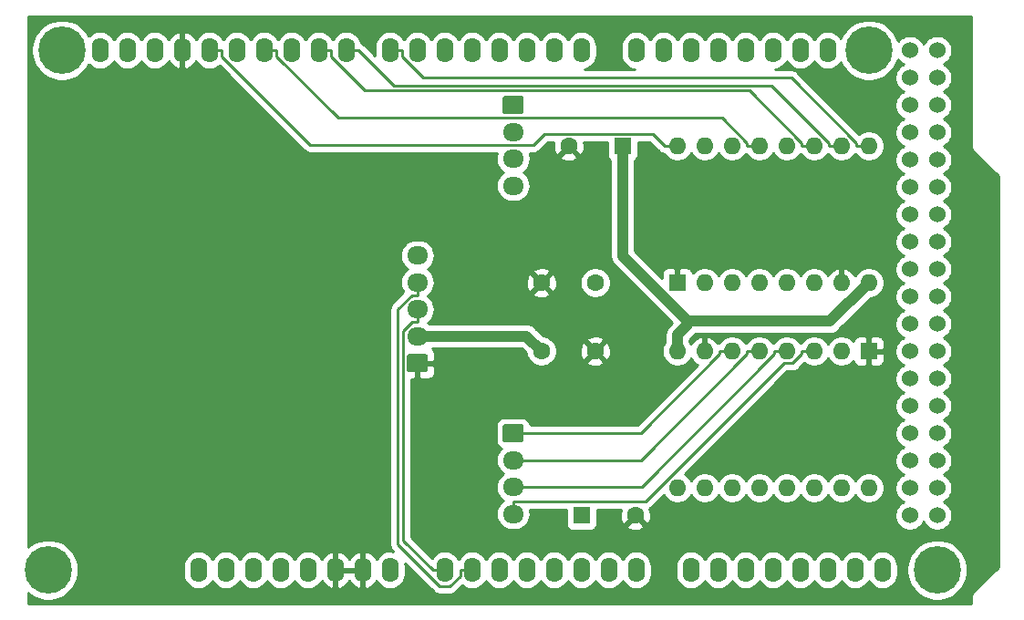
<source format=gbr>
G04 #@! TF.GenerationSoftware,KiCad,Pcbnew,5.1.5-52549c5~84~ubuntu18.04.1*
G04 #@! TF.CreationDate,2019-12-31T14:26:09+01:00*
G04 #@! TF.ProjectId,schema-2.0,73636865-6d61-42d3-922e-302e6b696361,rev?*
G04 #@! TF.SameCoordinates,Original*
G04 #@! TF.FileFunction,Copper,L1,Top*
G04 #@! TF.FilePolarity,Positive*
%FSLAX46Y46*%
G04 Gerber Fmt 4.6, Leading zero omitted, Abs format (unit mm)*
G04 Created by KiCad (PCBNEW 5.1.5-52549c5~84~ubuntu18.04.1) date 2019-12-31 14:26:09*
%MOMM*%
%LPD*%
G04 APERTURE LIST*
%ADD10O,1.950000X1.700000*%
%ADD11C,0.100000*%
%ADD12C,1.600000*%
%ADD13R,1.600000X1.600000*%
%ADD14C,4.400000*%
%ADD15O,1.600000X1.600000*%
%ADD16O,1.574800X2.286000*%
%ADD17C,1.524000*%
%ADD18C,0.250000*%
%ADD19C,1.000000*%
%ADD20C,0.254000*%
G04 APERTURE END LIST*
D10*
X128270000Y-85090000D03*
X128270000Y-87590000D03*
X128270000Y-90090000D03*
X128270000Y-92590000D03*
G04 #@! TA.AperFunction,ComponentPad*
D11*
G36*
X129019504Y-94241204D02*
G01*
X129043773Y-94244804D01*
X129067571Y-94250765D01*
X129090671Y-94259030D01*
X129112849Y-94269520D01*
X129133893Y-94282133D01*
X129153598Y-94296747D01*
X129171777Y-94313223D01*
X129188253Y-94331402D01*
X129202867Y-94351107D01*
X129215480Y-94372151D01*
X129225970Y-94394329D01*
X129234235Y-94417429D01*
X129240196Y-94441227D01*
X129243796Y-94465496D01*
X129245000Y-94490000D01*
X129245000Y-95690000D01*
X129243796Y-95714504D01*
X129240196Y-95738773D01*
X129234235Y-95762571D01*
X129225970Y-95785671D01*
X129215480Y-95807849D01*
X129202867Y-95828893D01*
X129188253Y-95848598D01*
X129171777Y-95866777D01*
X129153598Y-95883253D01*
X129133893Y-95897867D01*
X129112849Y-95910480D01*
X129090671Y-95920970D01*
X129067571Y-95929235D01*
X129043773Y-95935196D01*
X129019504Y-95938796D01*
X128995000Y-95940000D01*
X127545000Y-95940000D01*
X127520496Y-95938796D01*
X127496227Y-95935196D01*
X127472429Y-95929235D01*
X127449329Y-95920970D01*
X127427151Y-95910480D01*
X127406107Y-95897867D01*
X127386402Y-95883253D01*
X127368223Y-95866777D01*
X127351747Y-95848598D01*
X127337133Y-95828893D01*
X127324520Y-95807849D01*
X127314030Y-95785671D01*
X127305765Y-95762571D01*
X127299804Y-95738773D01*
X127296204Y-95714504D01*
X127295000Y-95690000D01*
X127295000Y-94490000D01*
X127296204Y-94465496D01*
X127299804Y-94441227D01*
X127305765Y-94417429D01*
X127314030Y-94394329D01*
X127324520Y-94372151D01*
X127337133Y-94351107D01*
X127351747Y-94331402D01*
X127368223Y-94313223D01*
X127386402Y-94296747D01*
X127406107Y-94282133D01*
X127427151Y-94269520D01*
X127449329Y-94259030D01*
X127472429Y-94250765D01*
X127496227Y-94244804D01*
X127520496Y-94241204D01*
X127545000Y-94240000D01*
X128995000Y-94240000D01*
X129019504Y-94241204D01*
G37*
G04 #@! TD.AperFunction*
D10*
X137160000Y-78620000D03*
X137160000Y-76120000D03*
X137160000Y-73620000D03*
G04 #@! TA.AperFunction,ComponentPad*
D11*
G36*
X137909504Y-70271204D02*
G01*
X137933773Y-70274804D01*
X137957571Y-70280765D01*
X137980671Y-70289030D01*
X138002849Y-70299520D01*
X138023893Y-70312133D01*
X138043598Y-70326747D01*
X138061777Y-70343223D01*
X138078253Y-70361402D01*
X138092867Y-70381107D01*
X138105480Y-70402151D01*
X138115970Y-70424329D01*
X138124235Y-70447429D01*
X138130196Y-70471227D01*
X138133796Y-70495496D01*
X138135000Y-70520000D01*
X138135000Y-71720000D01*
X138133796Y-71744504D01*
X138130196Y-71768773D01*
X138124235Y-71792571D01*
X138115970Y-71815671D01*
X138105480Y-71837849D01*
X138092867Y-71858893D01*
X138078253Y-71878598D01*
X138061777Y-71896777D01*
X138043598Y-71913253D01*
X138023893Y-71927867D01*
X138002849Y-71940480D01*
X137980671Y-71950970D01*
X137957571Y-71959235D01*
X137933773Y-71965196D01*
X137909504Y-71968796D01*
X137885000Y-71970000D01*
X136435000Y-71970000D01*
X136410496Y-71968796D01*
X136386227Y-71965196D01*
X136362429Y-71959235D01*
X136339329Y-71950970D01*
X136317151Y-71940480D01*
X136296107Y-71927867D01*
X136276402Y-71913253D01*
X136258223Y-71896777D01*
X136241747Y-71878598D01*
X136227133Y-71858893D01*
X136214520Y-71837849D01*
X136204030Y-71815671D01*
X136195765Y-71792571D01*
X136189804Y-71768773D01*
X136186204Y-71744504D01*
X136185000Y-71720000D01*
X136185000Y-70520000D01*
X136186204Y-70495496D01*
X136189804Y-70471227D01*
X136195765Y-70447429D01*
X136204030Y-70424329D01*
X136214520Y-70402151D01*
X136227133Y-70381107D01*
X136241747Y-70361402D01*
X136258223Y-70343223D01*
X136276402Y-70326747D01*
X136296107Y-70312133D01*
X136317151Y-70299520D01*
X136339329Y-70289030D01*
X136362429Y-70280765D01*
X136386227Y-70274804D01*
X136410496Y-70271204D01*
X136435000Y-70270000D01*
X137885000Y-70270000D01*
X137909504Y-70271204D01*
G37*
G04 #@! TD.AperFunction*
D10*
X137160000Y-109100000D03*
X137160000Y-106600000D03*
X137160000Y-104100000D03*
G04 #@! TA.AperFunction,ComponentPad*
D11*
G36*
X137909504Y-100751204D02*
G01*
X137933773Y-100754804D01*
X137957571Y-100760765D01*
X137980671Y-100769030D01*
X138002849Y-100779520D01*
X138023893Y-100792133D01*
X138043598Y-100806747D01*
X138061777Y-100823223D01*
X138078253Y-100841402D01*
X138092867Y-100861107D01*
X138105480Y-100882151D01*
X138115970Y-100904329D01*
X138124235Y-100927429D01*
X138130196Y-100951227D01*
X138133796Y-100975496D01*
X138135000Y-101000000D01*
X138135000Y-102200000D01*
X138133796Y-102224504D01*
X138130196Y-102248773D01*
X138124235Y-102272571D01*
X138115970Y-102295671D01*
X138105480Y-102317849D01*
X138092867Y-102338893D01*
X138078253Y-102358598D01*
X138061777Y-102376777D01*
X138043598Y-102393253D01*
X138023893Y-102407867D01*
X138002849Y-102420480D01*
X137980671Y-102430970D01*
X137957571Y-102439235D01*
X137933773Y-102445196D01*
X137909504Y-102448796D01*
X137885000Y-102450000D01*
X136435000Y-102450000D01*
X136410496Y-102448796D01*
X136386227Y-102445196D01*
X136362429Y-102439235D01*
X136339329Y-102430970D01*
X136317151Y-102420480D01*
X136296107Y-102407867D01*
X136276402Y-102393253D01*
X136258223Y-102376777D01*
X136241747Y-102358598D01*
X136227133Y-102338893D01*
X136214520Y-102317849D01*
X136204030Y-102295671D01*
X136195765Y-102272571D01*
X136189804Y-102248773D01*
X136186204Y-102224504D01*
X136185000Y-102200000D01*
X136185000Y-101000000D01*
X136186204Y-100975496D01*
X136189804Y-100951227D01*
X136195765Y-100927429D01*
X136204030Y-100904329D01*
X136214520Y-100882151D01*
X136227133Y-100861107D01*
X136241747Y-100841402D01*
X136258223Y-100823223D01*
X136276402Y-100806747D01*
X136296107Y-100792133D01*
X136317151Y-100779520D01*
X136339329Y-100769030D01*
X136362429Y-100760765D01*
X136386227Y-100754804D01*
X136410496Y-100751204D01*
X136435000Y-100750000D01*
X137885000Y-100750000D01*
X137909504Y-100751204D01*
G37*
G04 #@! TD.AperFunction*
D12*
X139780000Y-87630000D03*
X144780000Y-87630000D03*
X144780000Y-93980000D03*
X139780000Y-93980000D03*
X148510000Y-109220000D03*
D13*
X143510000Y-109220000D03*
D12*
X142320000Y-74930000D03*
D13*
X147320000Y-74930000D03*
D14*
X176530000Y-114300000D03*
X170180000Y-66040000D03*
X93980000Y-114300000D03*
X95250000Y-66040000D03*
D13*
X152400000Y-87630000D03*
D15*
X170180000Y-74930000D03*
X154940000Y-87630000D03*
X167640000Y-74930000D03*
X157480000Y-87630000D03*
X165100000Y-74930000D03*
X160020000Y-87630000D03*
X162560000Y-74930000D03*
X162560000Y-87630000D03*
X160020000Y-74930000D03*
X165100000Y-87630000D03*
X157480000Y-74930000D03*
X167640000Y-87630000D03*
X154940000Y-74930000D03*
X170180000Y-87630000D03*
X152400000Y-74930000D03*
D13*
X170180000Y-93980000D03*
D15*
X152400000Y-106680000D03*
X167640000Y-93980000D03*
X154940000Y-106680000D03*
X165100000Y-93980000D03*
X157480000Y-106680000D03*
X162560000Y-93980000D03*
X160020000Y-106680000D03*
X160020000Y-93980000D03*
X162560000Y-106680000D03*
X157480000Y-93980000D03*
X165100000Y-106680000D03*
X154940000Y-93980000D03*
X167640000Y-106680000D03*
X152400000Y-93980000D03*
X170180000Y-106680000D03*
D16*
X161290000Y-66040000D03*
X158750000Y-66040000D03*
X156210000Y-66040000D03*
X153670000Y-66040000D03*
X151130000Y-66040000D03*
X148590000Y-66040000D03*
X108966000Y-66040000D03*
X111506000Y-66040000D03*
X114046000Y-66040000D03*
X116586000Y-66040000D03*
X119126000Y-66040000D03*
X121666000Y-66040000D03*
X125730000Y-66040000D03*
X128270000Y-66040000D03*
X130810000Y-66040000D03*
X133350000Y-66040000D03*
X135890000Y-66040000D03*
X138430000Y-66040000D03*
X140970000Y-66040000D03*
X171450000Y-114300000D03*
X168910000Y-114300000D03*
X166370000Y-114300000D03*
X163830000Y-114300000D03*
X161290000Y-114300000D03*
X158750000Y-114300000D03*
X156210000Y-114300000D03*
X153670000Y-114300000D03*
X148590000Y-114300000D03*
X146050000Y-114300000D03*
X143510000Y-114300000D03*
X140970000Y-114300000D03*
X138430000Y-114300000D03*
X135890000Y-114300000D03*
X133350000Y-114300000D03*
X98806000Y-66052700D03*
X101346000Y-66052700D03*
X103886000Y-66052700D03*
X106426000Y-66052700D03*
X143510000Y-66052700D03*
X163830000Y-66052700D03*
X166370000Y-66052700D03*
D17*
X176530000Y-66052700D03*
X173990000Y-66052700D03*
X176530000Y-101612700D03*
X173990000Y-101612700D03*
X176530000Y-99072700D03*
X173990000Y-99072700D03*
X176530000Y-96532700D03*
X173990000Y-96532700D03*
X176530000Y-93992700D03*
X173990000Y-93992700D03*
X176530000Y-91452700D03*
X173990000Y-91452700D03*
X176530000Y-88912700D03*
X173990000Y-88912700D03*
X176530000Y-86372700D03*
X173990000Y-86372700D03*
X176530000Y-83832700D03*
X173990000Y-83832700D03*
X176530000Y-81292700D03*
X173990000Y-81292700D03*
X176530000Y-78752700D03*
X173990000Y-78752700D03*
X176530000Y-76212700D03*
X173990000Y-76212700D03*
X176530000Y-73672700D03*
X173990000Y-73672700D03*
X176530000Y-71132700D03*
X173990000Y-71132700D03*
X176530000Y-68592700D03*
X173990000Y-68592700D03*
X176530000Y-106692700D03*
X173990000Y-106692700D03*
X176530000Y-104152700D03*
X173990000Y-104152700D03*
X176530000Y-109232700D03*
X173990000Y-109232700D03*
D16*
X130810000Y-114312700D03*
X125730000Y-114312700D03*
X123190000Y-114312700D03*
X120650000Y-114312700D03*
X118110000Y-114312700D03*
X115570000Y-114312700D03*
X113030000Y-114312700D03*
X110490000Y-114312700D03*
X107950000Y-114312700D03*
D18*
X152400000Y-74930000D02*
X151274700Y-74930000D01*
X108966000Y-66040000D02*
X110078700Y-66040000D01*
X110078700Y-66040000D02*
X110078700Y-66596400D01*
X110078700Y-66596400D02*
X118311700Y-74829400D01*
X118311700Y-74829400D02*
X139064300Y-74829400D01*
X139064300Y-74829400D02*
X140089000Y-73804700D01*
X140089000Y-73804700D02*
X150149400Y-73804700D01*
X150149400Y-73804700D02*
X151274700Y-74930000D01*
X160020000Y-74930000D02*
X158894700Y-74930000D01*
X114046000Y-66040000D02*
X115158700Y-66040000D01*
X115158700Y-66040000D02*
X115158700Y-66596300D01*
X115158700Y-66596300D02*
X120894400Y-72332000D01*
X120894400Y-72332000D02*
X156578000Y-72332000D01*
X156578000Y-72332000D02*
X158894700Y-74648700D01*
X158894700Y-74648700D02*
X158894700Y-74930000D01*
X165100000Y-74930000D02*
X163974700Y-74930000D01*
X119126000Y-66040000D02*
X120238700Y-66040000D01*
X120238700Y-66040000D02*
X120238700Y-66596300D01*
X120238700Y-66596300D02*
X123413800Y-69771400D01*
X123413800Y-69771400D02*
X159097400Y-69771400D01*
X159097400Y-69771400D02*
X163974700Y-74648700D01*
X163974700Y-74648700D02*
X163974700Y-74930000D01*
X166514700Y-74930000D02*
X166514700Y-74680100D01*
X166514700Y-74680100D02*
X161155600Y-69321000D01*
X161155600Y-69321000D02*
X126059700Y-69321000D01*
X126059700Y-69321000D02*
X122778700Y-66040000D01*
X167640000Y-74930000D02*
X166514700Y-74930000D01*
X121666000Y-66040000D02*
X122778700Y-66040000D01*
X170180000Y-74930000D02*
X169054700Y-74930000D01*
X125730000Y-66040000D02*
X126842700Y-66040000D01*
X126842700Y-66040000D02*
X126842700Y-66596300D01*
X126842700Y-66596300D02*
X128813100Y-68566700D01*
X128813100Y-68566700D02*
X162972700Y-68566700D01*
X162972700Y-68566700D02*
X169054700Y-74648700D01*
X169054700Y-74648700D02*
X169054700Y-74930000D01*
X137160000Y-109100000D02*
X137160000Y-107924700D01*
X165100000Y-93980000D02*
X163974700Y-93980000D01*
X163974700Y-93980000D02*
X163974700Y-94261400D01*
X163974700Y-94261400D02*
X163130800Y-95105300D01*
X163130800Y-95105300D02*
X162289700Y-95105300D01*
X162289700Y-95105300D02*
X149470300Y-107924700D01*
X149470300Y-107924700D02*
X137160000Y-107924700D01*
X162560000Y-93980000D02*
X161434700Y-93980000D01*
X161434700Y-93980000D02*
X161434700Y-94261300D01*
X161434700Y-94261300D02*
X149096000Y-106600000D01*
X149096000Y-106600000D02*
X137160000Y-106600000D01*
X160020000Y-93980000D02*
X158894700Y-93980000D01*
X158894700Y-93980000D02*
X158894700Y-94261300D01*
X158894700Y-94261300D02*
X149056000Y-104100000D01*
X149056000Y-104100000D02*
X137160000Y-104100000D01*
X157480000Y-93980000D02*
X156354700Y-93980000D01*
X156354700Y-93980000D02*
X156354700Y-94261300D01*
X156354700Y-94261300D02*
X149016000Y-101600000D01*
X149016000Y-101600000D02*
X137160000Y-101600000D01*
D19*
X139780000Y-93980000D02*
X138390000Y-92590000D01*
X138390000Y-92590000D02*
X128270000Y-92590000D01*
X153370000Y-91211700D02*
X147320000Y-85161700D01*
X147320000Y-85161700D02*
X147320000Y-74930000D01*
X170180000Y-87630000D02*
X166598300Y-91211700D01*
X166598300Y-91211700D02*
X153370000Y-91211700D01*
X152400000Y-92479700D02*
X153370000Y-91509700D01*
X153370000Y-91509700D02*
X153370000Y-91211700D01*
X152400000Y-93980000D02*
X152400000Y-92479700D01*
D18*
X128270000Y-90090000D02*
X128270000Y-91265300D01*
X130810000Y-114312700D02*
X129697300Y-114312700D01*
X129697300Y-114312700D02*
X126945400Y-111560800D01*
X126945400Y-111560800D02*
X126945400Y-92075700D01*
X126945400Y-92075700D02*
X127755800Y-91265300D01*
X127755800Y-91265300D02*
X128270000Y-91265300D01*
X128270000Y-87590000D02*
X128270000Y-88765300D01*
X133350000Y-114300000D02*
X132237300Y-114300000D01*
X132237300Y-114300000D02*
X132237300Y-114856300D01*
X132237300Y-114856300D02*
X131272400Y-115821200D01*
X131272400Y-115821200D02*
X130355700Y-115821200D01*
X130355700Y-115821200D02*
X126469600Y-111935100D01*
X126469600Y-111935100D02*
X126469600Y-90051500D01*
X126469600Y-90051500D02*
X127755800Y-88765300D01*
X127755800Y-88765300D02*
X128270000Y-88765300D01*
D20*
G36*
X179680001Y-74897581D02*
G01*
X179676808Y-74930000D01*
X179680001Y-74962419D01*
X179689551Y-75059383D01*
X179695497Y-75078985D01*
X179727290Y-75183792D01*
X179788575Y-75298450D01*
X179850386Y-75373766D01*
X179850389Y-75373769D01*
X179871053Y-75398948D01*
X179896232Y-75419612D01*
X182220000Y-77743381D01*
X182220001Y-81247581D01*
X182220000Y-114026619D01*
X179896232Y-116350388D01*
X179871053Y-116371052D01*
X179850389Y-116396231D01*
X179850386Y-116396234D01*
X179788575Y-116471550D01*
X179727290Y-116586208D01*
X179689551Y-116710618D01*
X179676808Y-116840000D01*
X179680001Y-116872419D01*
X179680001Y-117450000D01*
X92100000Y-117450000D01*
X92100000Y-116429295D01*
X92172793Y-116502088D01*
X92637124Y-116812344D01*
X93153061Y-117026052D01*
X93700777Y-117135000D01*
X94259223Y-117135000D01*
X94806939Y-117026052D01*
X95322876Y-116812344D01*
X95787207Y-116502088D01*
X96182088Y-116107207D01*
X96492344Y-115642876D01*
X96706052Y-115126939D01*
X96815000Y-114579223D01*
X96815000Y-114020777D01*
X96788435Y-113887226D01*
X106527600Y-113887226D01*
X106527600Y-114738175D01*
X106548181Y-114947139D01*
X106629516Y-115215263D01*
X106761595Y-115462367D01*
X106939346Y-115678955D01*
X107155934Y-115856705D01*
X107403038Y-115988784D01*
X107671162Y-116070119D01*
X107950000Y-116097582D01*
X108228839Y-116070119D01*
X108496963Y-115988784D01*
X108744067Y-115856705D01*
X108960655Y-115678955D01*
X109138405Y-115462367D01*
X109220000Y-115309713D01*
X109301595Y-115462367D01*
X109479346Y-115678955D01*
X109695934Y-115856705D01*
X109943038Y-115988784D01*
X110211162Y-116070119D01*
X110490000Y-116097582D01*
X110768839Y-116070119D01*
X111036963Y-115988784D01*
X111284067Y-115856705D01*
X111500655Y-115678955D01*
X111678405Y-115462367D01*
X111760000Y-115309713D01*
X111841595Y-115462367D01*
X112019346Y-115678955D01*
X112235934Y-115856705D01*
X112483038Y-115988784D01*
X112751162Y-116070119D01*
X113030000Y-116097582D01*
X113308839Y-116070119D01*
X113576963Y-115988784D01*
X113824067Y-115856705D01*
X114040655Y-115678955D01*
X114218405Y-115462367D01*
X114300000Y-115309713D01*
X114381595Y-115462367D01*
X114559346Y-115678955D01*
X114775934Y-115856705D01*
X115023038Y-115988784D01*
X115291162Y-116070119D01*
X115570000Y-116097582D01*
X115848839Y-116070119D01*
X116116963Y-115988784D01*
X116364067Y-115856705D01*
X116580655Y-115678955D01*
X116758405Y-115462367D01*
X116840000Y-115309713D01*
X116921595Y-115462367D01*
X117099346Y-115678955D01*
X117315934Y-115856705D01*
X117563038Y-115988784D01*
X117831162Y-116070119D01*
X118110000Y-116097582D01*
X118388839Y-116070119D01*
X118656963Y-115988784D01*
X118904067Y-115856705D01*
X119120655Y-115678955D01*
X119298405Y-115462367D01*
X119377893Y-115313655D01*
X119384474Y-115329962D01*
X119537875Y-115564140D01*
X119734014Y-115763892D01*
X119965354Y-115921541D01*
X120223004Y-116031028D01*
X120302940Y-116047710D01*
X120523000Y-115925552D01*
X120523000Y-114439700D01*
X120777000Y-114439700D01*
X120777000Y-115925552D01*
X120997060Y-116047710D01*
X121076996Y-116031028D01*
X121334646Y-115921541D01*
X121565986Y-115763892D01*
X121762125Y-115564140D01*
X121915526Y-115329962D01*
X121920000Y-115318876D01*
X121924474Y-115329962D01*
X122077875Y-115564140D01*
X122274014Y-115763892D01*
X122505354Y-115921541D01*
X122763004Y-116031028D01*
X122842940Y-116047710D01*
X123063000Y-115925552D01*
X123063000Y-114439700D01*
X120777000Y-114439700D01*
X120523000Y-114439700D01*
X120503000Y-114439700D01*
X120503000Y-114185700D01*
X120523000Y-114185700D01*
X120523000Y-112699848D01*
X120777000Y-112699848D01*
X120777000Y-114185700D01*
X123063000Y-114185700D01*
X123063000Y-112699848D01*
X123317000Y-112699848D01*
X123317000Y-114185700D01*
X123337000Y-114185700D01*
X123337000Y-114439700D01*
X123317000Y-114439700D01*
X123317000Y-115925552D01*
X123537060Y-116047710D01*
X123616996Y-116031028D01*
X123874646Y-115921541D01*
X124105986Y-115763892D01*
X124302125Y-115564140D01*
X124455526Y-115329962D01*
X124462107Y-115313655D01*
X124541595Y-115462367D01*
X124719346Y-115678955D01*
X124935934Y-115856705D01*
X125183038Y-115988784D01*
X125451162Y-116070119D01*
X125730000Y-116097582D01*
X126008839Y-116070119D01*
X126276963Y-115988784D01*
X126524067Y-115856705D01*
X126740655Y-115678955D01*
X126918405Y-115462367D01*
X127050484Y-115215263D01*
X127131819Y-114947138D01*
X127152400Y-114738174D01*
X127152400Y-113887225D01*
X127131819Y-113678261D01*
X127129145Y-113669446D01*
X129791901Y-116332203D01*
X129815699Y-116361201D01*
X129931424Y-116456174D01*
X130063453Y-116526746D01*
X130206714Y-116570203D01*
X130318367Y-116581200D01*
X130318376Y-116581200D01*
X130355699Y-116584876D01*
X130393022Y-116581200D01*
X131235078Y-116581200D01*
X131272400Y-116584876D01*
X131309722Y-116581200D01*
X131309733Y-116581200D01*
X131421386Y-116570203D01*
X131564647Y-116526746D01*
X131696676Y-116456174D01*
X131812401Y-116361201D01*
X131836204Y-116332198D01*
X132428763Y-115739638D01*
X132555934Y-115844005D01*
X132803038Y-115976084D01*
X133071162Y-116057419D01*
X133350000Y-116084882D01*
X133628839Y-116057419D01*
X133896963Y-115976084D01*
X134144067Y-115844005D01*
X134360655Y-115666255D01*
X134538405Y-115449667D01*
X134620000Y-115297013D01*
X134701595Y-115449667D01*
X134879346Y-115666255D01*
X135095934Y-115844005D01*
X135343038Y-115976084D01*
X135611162Y-116057419D01*
X135890000Y-116084882D01*
X136168839Y-116057419D01*
X136436963Y-115976084D01*
X136684067Y-115844005D01*
X136900655Y-115666255D01*
X137078405Y-115449667D01*
X137160000Y-115297013D01*
X137241595Y-115449667D01*
X137419346Y-115666255D01*
X137635934Y-115844005D01*
X137883038Y-115976084D01*
X138151162Y-116057419D01*
X138430000Y-116084882D01*
X138708839Y-116057419D01*
X138976963Y-115976084D01*
X139224067Y-115844005D01*
X139440655Y-115666255D01*
X139618405Y-115449667D01*
X139700000Y-115297013D01*
X139781595Y-115449667D01*
X139959346Y-115666255D01*
X140175934Y-115844005D01*
X140423038Y-115976084D01*
X140691162Y-116057419D01*
X140970000Y-116084882D01*
X141248839Y-116057419D01*
X141516963Y-115976084D01*
X141764067Y-115844005D01*
X141980655Y-115666255D01*
X142158405Y-115449667D01*
X142240000Y-115297013D01*
X142321595Y-115449667D01*
X142499346Y-115666255D01*
X142715934Y-115844005D01*
X142963038Y-115976084D01*
X143231162Y-116057419D01*
X143510000Y-116084882D01*
X143788839Y-116057419D01*
X144056963Y-115976084D01*
X144304067Y-115844005D01*
X144520655Y-115666255D01*
X144698405Y-115449667D01*
X144780000Y-115297013D01*
X144861595Y-115449667D01*
X145039346Y-115666255D01*
X145255934Y-115844005D01*
X145503038Y-115976084D01*
X145771162Y-116057419D01*
X146050000Y-116084882D01*
X146328839Y-116057419D01*
X146596963Y-115976084D01*
X146844067Y-115844005D01*
X147060655Y-115666255D01*
X147238405Y-115449667D01*
X147320000Y-115297013D01*
X147401595Y-115449667D01*
X147579346Y-115666255D01*
X147795934Y-115844005D01*
X148043038Y-115976084D01*
X148311162Y-116057419D01*
X148590000Y-116084882D01*
X148868839Y-116057419D01*
X149136963Y-115976084D01*
X149384067Y-115844005D01*
X149600655Y-115666255D01*
X149778405Y-115449667D01*
X149910484Y-115202563D01*
X149991819Y-114934438D01*
X150012400Y-114725474D01*
X150012400Y-113874526D01*
X152247600Y-113874526D01*
X152247600Y-114725475D01*
X152268181Y-114934439D01*
X152349516Y-115202563D01*
X152481595Y-115449667D01*
X152659346Y-115666255D01*
X152875934Y-115844005D01*
X153123038Y-115976084D01*
X153391162Y-116057419D01*
X153670000Y-116084882D01*
X153948839Y-116057419D01*
X154216963Y-115976084D01*
X154464067Y-115844005D01*
X154680655Y-115666255D01*
X154858405Y-115449667D01*
X154940000Y-115297013D01*
X155021595Y-115449667D01*
X155199346Y-115666255D01*
X155415934Y-115844005D01*
X155663038Y-115976084D01*
X155931162Y-116057419D01*
X156210000Y-116084882D01*
X156488839Y-116057419D01*
X156756963Y-115976084D01*
X157004067Y-115844005D01*
X157220655Y-115666255D01*
X157398405Y-115449667D01*
X157480000Y-115297013D01*
X157561595Y-115449667D01*
X157739346Y-115666255D01*
X157955934Y-115844005D01*
X158203038Y-115976084D01*
X158471162Y-116057419D01*
X158750000Y-116084882D01*
X159028839Y-116057419D01*
X159296963Y-115976084D01*
X159544067Y-115844005D01*
X159760655Y-115666255D01*
X159938405Y-115449667D01*
X160020000Y-115297013D01*
X160101595Y-115449667D01*
X160279346Y-115666255D01*
X160495934Y-115844005D01*
X160743038Y-115976084D01*
X161011162Y-116057419D01*
X161290000Y-116084882D01*
X161568839Y-116057419D01*
X161836963Y-115976084D01*
X162084067Y-115844005D01*
X162300655Y-115666255D01*
X162478405Y-115449667D01*
X162560000Y-115297013D01*
X162641595Y-115449667D01*
X162819346Y-115666255D01*
X163035934Y-115844005D01*
X163283038Y-115976084D01*
X163551162Y-116057419D01*
X163830000Y-116084882D01*
X164108839Y-116057419D01*
X164376963Y-115976084D01*
X164624067Y-115844005D01*
X164840655Y-115666255D01*
X165018405Y-115449667D01*
X165100000Y-115297013D01*
X165181595Y-115449667D01*
X165359346Y-115666255D01*
X165575934Y-115844005D01*
X165823038Y-115976084D01*
X166091162Y-116057419D01*
X166370000Y-116084882D01*
X166648839Y-116057419D01*
X166916963Y-115976084D01*
X167164067Y-115844005D01*
X167380655Y-115666255D01*
X167558405Y-115449667D01*
X167640000Y-115297013D01*
X167721595Y-115449667D01*
X167899346Y-115666255D01*
X168115934Y-115844005D01*
X168363038Y-115976084D01*
X168631162Y-116057419D01*
X168910000Y-116084882D01*
X169188839Y-116057419D01*
X169456963Y-115976084D01*
X169704067Y-115844005D01*
X169920655Y-115666255D01*
X170098405Y-115449667D01*
X170180000Y-115297013D01*
X170261595Y-115449667D01*
X170439346Y-115666255D01*
X170655934Y-115844005D01*
X170903038Y-115976084D01*
X171171162Y-116057419D01*
X171450000Y-116084882D01*
X171728839Y-116057419D01*
X171996963Y-115976084D01*
X172244067Y-115844005D01*
X172460655Y-115666255D01*
X172638405Y-115449667D01*
X172770484Y-115202563D01*
X172851819Y-114934438D01*
X172872400Y-114725474D01*
X172872400Y-114020777D01*
X173695000Y-114020777D01*
X173695000Y-114579223D01*
X173803948Y-115126939D01*
X174017656Y-115642876D01*
X174327912Y-116107207D01*
X174722793Y-116502088D01*
X175187124Y-116812344D01*
X175703061Y-117026052D01*
X176250777Y-117135000D01*
X176809223Y-117135000D01*
X177356939Y-117026052D01*
X177872876Y-116812344D01*
X178337207Y-116502088D01*
X178732088Y-116107207D01*
X179042344Y-115642876D01*
X179256052Y-115126939D01*
X179365000Y-114579223D01*
X179365000Y-114020777D01*
X179256052Y-113473061D01*
X179042344Y-112957124D01*
X178732088Y-112492793D01*
X178337207Y-112097912D01*
X177872876Y-111787656D01*
X177356939Y-111573948D01*
X176809223Y-111465000D01*
X176250777Y-111465000D01*
X175703061Y-111573948D01*
X175187124Y-111787656D01*
X174722793Y-112097912D01*
X174327912Y-112492793D01*
X174017656Y-112957124D01*
X173803948Y-113473061D01*
X173695000Y-114020777D01*
X172872400Y-114020777D01*
X172872400Y-113874525D01*
X172851819Y-113665561D01*
X172770484Y-113397437D01*
X172638405Y-113150333D01*
X172460654Y-112933745D01*
X172244066Y-112755995D01*
X171996962Y-112623916D01*
X171728838Y-112542581D01*
X171450000Y-112515118D01*
X171171161Y-112542581D01*
X170903037Y-112623916D01*
X170655933Y-112755995D01*
X170439345Y-112933746D01*
X170261595Y-113150334D01*
X170180000Y-113302988D01*
X170098405Y-113150333D01*
X169920654Y-112933745D01*
X169704066Y-112755995D01*
X169456962Y-112623916D01*
X169188838Y-112542581D01*
X168910000Y-112515118D01*
X168631161Y-112542581D01*
X168363037Y-112623916D01*
X168115933Y-112755995D01*
X167899345Y-112933746D01*
X167721595Y-113150334D01*
X167640000Y-113302988D01*
X167558405Y-113150333D01*
X167380654Y-112933745D01*
X167164066Y-112755995D01*
X166916962Y-112623916D01*
X166648838Y-112542581D01*
X166370000Y-112515118D01*
X166091161Y-112542581D01*
X165823037Y-112623916D01*
X165575933Y-112755995D01*
X165359345Y-112933746D01*
X165181595Y-113150334D01*
X165100000Y-113302988D01*
X165018405Y-113150333D01*
X164840654Y-112933745D01*
X164624066Y-112755995D01*
X164376962Y-112623916D01*
X164108838Y-112542581D01*
X163830000Y-112515118D01*
X163551161Y-112542581D01*
X163283037Y-112623916D01*
X163035933Y-112755995D01*
X162819345Y-112933746D01*
X162641595Y-113150334D01*
X162560000Y-113302988D01*
X162478405Y-113150333D01*
X162300654Y-112933745D01*
X162084066Y-112755995D01*
X161836962Y-112623916D01*
X161568838Y-112542581D01*
X161290000Y-112515118D01*
X161011161Y-112542581D01*
X160743037Y-112623916D01*
X160495933Y-112755995D01*
X160279345Y-112933746D01*
X160101595Y-113150334D01*
X160020000Y-113302988D01*
X159938405Y-113150333D01*
X159760654Y-112933745D01*
X159544066Y-112755995D01*
X159296962Y-112623916D01*
X159028838Y-112542581D01*
X158750000Y-112515118D01*
X158471161Y-112542581D01*
X158203037Y-112623916D01*
X157955933Y-112755995D01*
X157739345Y-112933746D01*
X157561595Y-113150334D01*
X157480000Y-113302988D01*
X157398405Y-113150333D01*
X157220654Y-112933745D01*
X157004066Y-112755995D01*
X156756962Y-112623916D01*
X156488838Y-112542581D01*
X156210000Y-112515118D01*
X155931161Y-112542581D01*
X155663037Y-112623916D01*
X155415933Y-112755995D01*
X155199345Y-112933746D01*
X155021595Y-113150334D01*
X154940000Y-113302988D01*
X154858405Y-113150333D01*
X154680654Y-112933745D01*
X154464066Y-112755995D01*
X154216962Y-112623916D01*
X153948838Y-112542581D01*
X153670000Y-112515118D01*
X153391161Y-112542581D01*
X153123037Y-112623916D01*
X152875933Y-112755995D01*
X152659345Y-112933746D01*
X152481595Y-113150334D01*
X152349516Y-113397438D01*
X152268181Y-113665562D01*
X152247600Y-113874526D01*
X150012400Y-113874526D01*
X150012400Y-113874525D01*
X149991819Y-113665561D01*
X149910484Y-113397437D01*
X149778405Y-113150333D01*
X149600654Y-112933745D01*
X149384066Y-112755995D01*
X149136962Y-112623916D01*
X148868838Y-112542581D01*
X148590000Y-112515118D01*
X148311161Y-112542581D01*
X148043037Y-112623916D01*
X147795933Y-112755995D01*
X147579345Y-112933746D01*
X147401595Y-113150334D01*
X147320000Y-113302988D01*
X147238405Y-113150333D01*
X147060654Y-112933745D01*
X146844066Y-112755995D01*
X146596962Y-112623916D01*
X146328838Y-112542581D01*
X146050000Y-112515118D01*
X145771161Y-112542581D01*
X145503037Y-112623916D01*
X145255933Y-112755995D01*
X145039345Y-112933746D01*
X144861595Y-113150334D01*
X144780000Y-113302988D01*
X144698405Y-113150333D01*
X144520654Y-112933745D01*
X144304066Y-112755995D01*
X144056962Y-112623916D01*
X143788838Y-112542581D01*
X143510000Y-112515118D01*
X143231161Y-112542581D01*
X142963037Y-112623916D01*
X142715933Y-112755995D01*
X142499345Y-112933746D01*
X142321595Y-113150334D01*
X142240000Y-113302988D01*
X142158405Y-113150333D01*
X141980654Y-112933745D01*
X141764066Y-112755995D01*
X141516962Y-112623916D01*
X141248838Y-112542581D01*
X140970000Y-112515118D01*
X140691161Y-112542581D01*
X140423037Y-112623916D01*
X140175933Y-112755995D01*
X139959345Y-112933746D01*
X139781595Y-113150334D01*
X139700000Y-113302988D01*
X139618405Y-113150333D01*
X139440654Y-112933745D01*
X139224066Y-112755995D01*
X138976962Y-112623916D01*
X138708838Y-112542581D01*
X138430000Y-112515118D01*
X138151161Y-112542581D01*
X137883037Y-112623916D01*
X137635933Y-112755995D01*
X137419345Y-112933746D01*
X137241595Y-113150334D01*
X137160000Y-113302988D01*
X137078405Y-113150333D01*
X136900654Y-112933745D01*
X136684066Y-112755995D01*
X136436962Y-112623916D01*
X136168838Y-112542581D01*
X135890000Y-112515118D01*
X135611161Y-112542581D01*
X135343037Y-112623916D01*
X135095933Y-112755995D01*
X134879345Y-112933746D01*
X134701595Y-113150334D01*
X134620000Y-113302988D01*
X134538405Y-113150333D01*
X134360654Y-112933745D01*
X134144066Y-112755995D01*
X133896962Y-112623916D01*
X133628838Y-112542581D01*
X133350000Y-112515118D01*
X133071161Y-112542581D01*
X132803037Y-112623916D01*
X132555933Y-112755995D01*
X132339345Y-112933746D01*
X132161595Y-113150334D01*
X132076606Y-113309338D01*
X131998405Y-113163033D01*
X131820654Y-112946445D01*
X131604066Y-112768695D01*
X131356962Y-112636616D01*
X131088838Y-112555281D01*
X130810000Y-112527818D01*
X130531161Y-112555281D01*
X130263037Y-112636616D01*
X130015933Y-112768695D01*
X129799345Y-112946446D01*
X129621974Y-113162572D01*
X127705400Y-111245999D01*
X127705400Y-96576243D01*
X127984250Y-96575000D01*
X128143000Y-96416250D01*
X128143000Y-95217000D01*
X128397000Y-95217000D01*
X128397000Y-96416250D01*
X128555750Y-96575000D01*
X129245000Y-96578072D01*
X129369482Y-96565812D01*
X129489180Y-96529502D01*
X129599494Y-96470537D01*
X129696185Y-96391185D01*
X129775537Y-96294494D01*
X129834502Y-96184180D01*
X129870812Y-96064482D01*
X129883072Y-95940000D01*
X129880000Y-95375750D01*
X129721250Y-95217000D01*
X128397000Y-95217000D01*
X128143000Y-95217000D01*
X128123000Y-95217000D01*
X128123000Y-94963000D01*
X128143000Y-94963000D01*
X128143000Y-94943000D01*
X128397000Y-94943000D01*
X128397000Y-94963000D01*
X129721250Y-94963000D01*
X129880000Y-94804250D01*
X129883072Y-94240000D01*
X129870812Y-94115518D01*
X129834502Y-93995820D01*
X129775537Y-93885506D01*
X129696185Y-93788815D01*
X129618426Y-93725000D01*
X137919869Y-93725000D01*
X138352150Y-94157282D01*
X138400147Y-94398574D01*
X138508320Y-94659727D01*
X138665363Y-94894759D01*
X138865241Y-95094637D01*
X139100273Y-95251680D01*
X139361426Y-95359853D01*
X139638665Y-95415000D01*
X139921335Y-95415000D01*
X140198574Y-95359853D01*
X140459727Y-95251680D01*
X140694759Y-95094637D01*
X140816694Y-94972702D01*
X143966903Y-94972702D01*
X144038486Y-95216671D01*
X144293996Y-95337571D01*
X144568184Y-95406300D01*
X144850512Y-95420217D01*
X145130130Y-95378787D01*
X145396292Y-95283603D01*
X145521514Y-95216671D01*
X145593097Y-94972702D01*
X144780000Y-94159605D01*
X143966903Y-94972702D01*
X140816694Y-94972702D01*
X140894637Y-94894759D01*
X141051680Y-94659727D01*
X141159853Y-94398574D01*
X141215000Y-94121335D01*
X141215000Y-94050512D01*
X143339783Y-94050512D01*
X143381213Y-94330130D01*
X143476397Y-94596292D01*
X143543329Y-94721514D01*
X143787298Y-94793097D01*
X144600395Y-93980000D01*
X144959605Y-93980000D01*
X145772702Y-94793097D01*
X146016671Y-94721514D01*
X146137571Y-94466004D01*
X146206300Y-94191816D01*
X146220217Y-93909488D01*
X146178787Y-93629870D01*
X146083603Y-93363708D01*
X146016671Y-93238486D01*
X145772702Y-93166903D01*
X144959605Y-93980000D01*
X144600395Y-93980000D01*
X143787298Y-93166903D01*
X143543329Y-93238486D01*
X143422429Y-93493996D01*
X143353700Y-93768184D01*
X143339783Y-94050512D01*
X141215000Y-94050512D01*
X141215000Y-93838665D01*
X141159853Y-93561426D01*
X141051680Y-93300273D01*
X140894637Y-93065241D01*
X140816694Y-92987298D01*
X143966903Y-92987298D01*
X144780000Y-93800395D01*
X145593097Y-92987298D01*
X145521514Y-92743329D01*
X145266004Y-92622429D01*
X144991816Y-92553700D01*
X144709488Y-92539783D01*
X144429870Y-92581213D01*
X144163708Y-92676397D01*
X144038486Y-92743329D01*
X143966903Y-92987298D01*
X140816694Y-92987298D01*
X140694759Y-92865363D01*
X140459727Y-92708320D01*
X140198574Y-92600147D01*
X139957282Y-92552150D01*
X139231996Y-91826865D01*
X139196449Y-91783551D01*
X139023623Y-91641716D01*
X138826447Y-91536324D01*
X138612499Y-91471423D01*
X138445752Y-91455000D01*
X138445751Y-91455000D01*
X138390000Y-91449509D01*
X138334249Y-91455000D01*
X129352817Y-91455000D01*
X129224014Y-91349294D01*
X129206626Y-91340000D01*
X129224014Y-91330706D01*
X129450134Y-91145134D01*
X129635706Y-90919014D01*
X129773599Y-90661034D01*
X129858513Y-90381111D01*
X129887185Y-90090000D01*
X129858513Y-89798889D01*
X129773599Y-89518966D01*
X129635706Y-89260986D01*
X129450134Y-89034866D01*
X129224014Y-88849294D01*
X129206626Y-88840000D01*
X129224014Y-88830706D01*
X129450134Y-88645134D01*
X129468543Y-88622702D01*
X138966903Y-88622702D01*
X139038486Y-88866671D01*
X139293996Y-88987571D01*
X139568184Y-89056300D01*
X139850512Y-89070217D01*
X140130130Y-89028787D01*
X140396292Y-88933603D01*
X140521514Y-88866671D01*
X140593097Y-88622702D01*
X139780000Y-87809605D01*
X138966903Y-88622702D01*
X129468543Y-88622702D01*
X129635706Y-88419014D01*
X129773599Y-88161034D01*
X129858513Y-87881111D01*
X129876300Y-87700512D01*
X138339783Y-87700512D01*
X138381213Y-87980130D01*
X138476397Y-88246292D01*
X138543329Y-88371514D01*
X138787298Y-88443097D01*
X139600395Y-87630000D01*
X139959605Y-87630000D01*
X140772702Y-88443097D01*
X141016671Y-88371514D01*
X141137571Y-88116004D01*
X141206300Y-87841816D01*
X141220217Y-87559488D01*
X141209724Y-87488665D01*
X143345000Y-87488665D01*
X143345000Y-87771335D01*
X143400147Y-88048574D01*
X143508320Y-88309727D01*
X143665363Y-88544759D01*
X143865241Y-88744637D01*
X144100273Y-88901680D01*
X144361426Y-89009853D01*
X144638665Y-89065000D01*
X144921335Y-89065000D01*
X145198574Y-89009853D01*
X145459727Y-88901680D01*
X145694759Y-88744637D01*
X145894637Y-88544759D01*
X146051680Y-88309727D01*
X146159853Y-88048574D01*
X146215000Y-87771335D01*
X146215000Y-87488665D01*
X146159853Y-87211426D01*
X146051680Y-86950273D01*
X145894637Y-86715241D01*
X145694759Y-86515363D01*
X145459727Y-86358320D01*
X145198574Y-86250147D01*
X144921335Y-86195000D01*
X144638665Y-86195000D01*
X144361426Y-86250147D01*
X144100273Y-86358320D01*
X143865241Y-86515363D01*
X143665363Y-86715241D01*
X143508320Y-86950273D01*
X143400147Y-87211426D01*
X143345000Y-87488665D01*
X141209724Y-87488665D01*
X141178787Y-87279870D01*
X141083603Y-87013708D01*
X141016671Y-86888486D01*
X140772702Y-86816903D01*
X139959605Y-87630000D01*
X139600395Y-87630000D01*
X138787298Y-86816903D01*
X138543329Y-86888486D01*
X138422429Y-87143996D01*
X138353700Y-87418184D01*
X138339783Y-87700512D01*
X129876300Y-87700512D01*
X129887185Y-87590000D01*
X129858513Y-87298889D01*
X129773599Y-87018966D01*
X129635706Y-86760986D01*
X129534198Y-86637298D01*
X138966903Y-86637298D01*
X139780000Y-87450395D01*
X140593097Y-86637298D01*
X140521514Y-86393329D01*
X140266004Y-86272429D01*
X139991816Y-86203700D01*
X139709488Y-86189783D01*
X139429870Y-86231213D01*
X139163708Y-86326397D01*
X139038486Y-86393329D01*
X138966903Y-86637298D01*
X129534198Y-86637298D01*
X129450134Y-86534866D01*
X129224014Y-86349294D01*
X129206626Y-86340000D01*
X129224014Y-86330706D01*
X129450134Y-86145134D01*
X129635706Y-85919014D01*
X129773599Y-85661034D01*
X129858513Y-85381111D01*
X129887185Y-85090000D01*
X129858513Y-84798889D01*
X129773599Y-84518966D01*
X129635706Y-84260986D01*
X129450134Y-84034866D01*
X129224014Y-83849294D01*
X128966034Y-83711401D01*
X128686111Y-83626487D01*
X128467950Y-83605000D01*
X128072050Y-83605000D01*
X127853889Y-83626487D01*
X127573966Y-83711401D01*
X127315986Y-83849294D01*
X127089866Y-84034866D01*
X126904294Y-84260986D01*
X126766401Y-84518966D01*
X126681487Y-84798889D01*
X126652815Y-85090000D01*
X126681487Y-85381111D01*
X126766401Y-85661034D01*
X126904294Y-85919014D01*
X127089866Y-86145134D01*
X127315986Y-86330706D01*
X127333374Y-86340000D01*
X127315986Y-86349294D01*
X127089866Y-86534866D01*
X126904294Y-86760986D01*
X126766401Y-87018966D01*
X126681487Y-87298889D01*
X126652815Y-87590000D01*
X126681487Y-87881111D01*
X126766401Y-88161034D01*
X126904294Y-88419014D01*
X126959732Y-88486565D01*
X125958598Y-89487701D01*
X125929600Y-89511499D01*
X125905802Y-89540497D01*
X125905801Y-89540498D01*
X125834626Y-89627224D01*
X125764054Y-89759254D01*
X125720598Y-89902515D01*
X125705924Y-90051500D01*
X125709601Y-90088833D01*
X125709600Y-111897778D01*
X125705924Y-111935100D01*
X125709600Y-111972422D01*
X125709600Y-111972432D01*
X125720597Y-112084085D01*
X125754477Y-112195774D01*
X125764054Y-112227346D01*
X125834626Y-112359376D01*
X125874471Y-112407926D01*
X125929599Y-112475101D01*
X125958603Y-112498904D01*
X126017654Y-112557955D01*
X126008838Y-112555281D01*
X125730000Y-112527818D01*
X125451161Y-112555281D01*
X125183037Y-112636616D01*
X124935933Y-112768695D01*
X124719345Y-112946446D01*
X124541595Y-113163034D01*
X124462107Y-113311746D01*
X124455526Y-113295438D01*
X124302125Y-113061260D01*
X124105986Y-112861508D01*
X123874646Y-112703859D01*
X123616996Y-112594372D01*
X123537060Y-112577690D01*
X123317000Y-112699848D01*
X123063000Y-112699848D01*
X122842940Y-112577690D01*
X122763004Y-112594372D01*
X122505354Y-112703859D01*
X122274014Y-112861508D01*
X122077875Y-113061260D01*
X121924474Y-113295438D01*
X121920000Y-113306524D01*
X121915526Y-113295438D01*
X121762125Y-113061260D01*
X121565986Y-112861508D01*
X121334646Y-112703859D01*
X121076996Y-112594372D01*
X120997060Y-112577690D01*
X120777000Y-112699848D01*
X120523000Y-112699848D01*
X120302940Y-112577690D01*
X120223004Y-112594372D01*
X119965354Y-112703859D01*
X119734014Y-112861508D01*
X119537875Y-113061260D01*
X119384474Y-113295438D01*
X119377893Y-113311745D01*
X119298405Y-113163033D01*
X119120654Y-112946445D01*
X118904066Y-112768695D01*
X118656962Y-112636616D01*
X118388838Y-112555281D01*
X118110000Y-112527818D01*
X117831161Y-112555281D01*
X117563037Y-112636616D01*
X117315933Y-112768695D01*
X117099345Y-112946446D01*
X116921595Y-113163034D01*
X116840000Y-113315688D01*
X116758405Y-113163033D01*
X116580654Y-112946445D01*
X116364066Y-112768695D01*
X116116962Y-112636616D01*
X115848838Y-112555281D01*
X115570000Y-112527818D01*
X115291161Y-112555281D01*
X115023037Y-112636616D01*
X114775933Y-112768695D01*
X114559345Y-112946446D01*
X114381595Y-113163034D01*
X114300000Y-113315688D01*
X114218405Y-113163033D01*
X114040654Y-112946445D01*
X113824066Y-112768695D01*
X113576962Y-112636616D01*
X113308838Y-112555281D01*
X113030000Y-112527818D01*
X112751161Y-112555281D01*
X112483037Y-112636616D01*
X112235933Y-112768695D01*
X112019345Y-112946446D01*
X111841595Y-113163034D01*
X111760000Y-113315688D01*
X111678405Y-113163033D01*
X111500654Y-112946445D01*
X111284066Y-112768695D01*
X111036962Y-112636616D01*
X110768838Y-112555281D01*
X110490000Y-112527818D01*
X110211161Y-112555281D01*
X109943037Y-112636616D01*
X109695933Y-112768695D01*
X109479345Y-112946446D01*
X109301595Y-113163034D01*
X109220000Y-113315688D01*
X109138405Y-113163033D01*
X108960654Y-112946445D01*
X108744066Y-112768695D01*
X108496962Y-112636616D01*
X108228838Y-112555281D01*
X107950000Y-112527818D01*
X107671161Y-112555281D01*
X107403037Y-112636616D01*
X107155933Y-112768695D01*
X106939345Y-112946446D01*
X106761595Y-113163034D01*
X106629516Y-113410138D01*
X106548181Y-113678262D01*
X106527600Y-113887226D01*
X96788435Y-113887226D01*
X96706052Y-113473061D01*
X96492344Y-112957124D01*
X96182088Y-112492793D01*
X95787207Y-112097912D01*
X95322876Y-111787656D01*
X94806939Y-111573948D01*
X94259223Y-111465000D01*
X93700777Y-111465000D01*
X93153061Y-111573948D01*
X92637124Y-111787656D01*
X92172793Y-112097912D01*
X92100000Y-112170705D01*
X92100000Y-65760777D01*
X92415000Y-65760777D01*
X92415000Y-66319223D01*
X92523948Y-66866939D01*
X92737656Y-67382876D01*
X93047912Y-67847207D01*
X93442793Y-68242088D01*
X93907124Y-68552344D01*
X94423061Y-68766052D01*
X94970777Y-68875000D01*
X95529223Y-68875000D01*
X96076939Y-68766052D01*
X96592876Y-68552344D01*
X97057207Y-68242088D01*
X97452088Y-67847207D01*
X97762344Y-67382876D01*
X97763482Y-67380129D01*
X97795346Y-67418955D01*
X98011934Y-67596705D01*
X98259038Y-67728784D01*
X98527162Y-67810119D01*
X98806000Y-67837582D01*
X99084839Y-67810119D01*
X99352963Y-67728784D01*
X99600067Y-67596705D01*
X99816655Y-67418955D01*
X99994405Y-67202367D01*
X100076000Y-67049713D01*
X100157595Y-67202367D01*
X100335346Y-67418955D01*
X100551934Y-67596705D01*
X100799038Y-67728784D01*
X101067162Y-67810119D01*
X101346000Y-67837582D01*
X101624839Y-67810119D01*
X101892963Y-67728784D01*
X102140067Y-67596705D01*
X102356655Y-67418955D01*
X102534405Y-67202367D01*
X102616000Y-67049713D01*
X102697595Y-67202367D01*
X102875346Y-67418955D01*
X103091934Y-67596705D01*
X103339038Y-67728784D01*
X103607162Y-67810119D01*
X103886000Y-67837582D01*
X104164839Y-67810119D01*
X104432963Y-67728784D01*
X104680067Y-67596705D01*
X104896655Y-67418955D01*
X105074405Y-67202367D01*
X105153893Y-67053655D01*
X105160474Y-67069962D01*
X105313875Y-67304140D01*
X105510014Y-67503892D01*
X105741354Y-67661541D01*
X105999004Y-67771028D01*
X106078940Y-67787710D01*
X106299000Y-67665552D01*
X106299000Y-66179700D01*
X106279000Y-66179700D01*
X106279000Y-65925700D01*
X106299000Y-65925700D01*
X106299000Y-64439848D01*
X106553000Y-64439848D01*
X106553000Y-65925700D01*
X106573000Y-65925700D01*
X106573000Y-66179700D01*
X106553000Y-66179700D01*
X106553000Y-67665552D01*
X106773060Y-67787710D01*
X106852996Y-67771028D01*
X107110646Y-67661541D01*
X107341986Y-67503892D01*
X107538125Y-67304140D01*
X107691526Y-67069962D01*
X107701027Y-67046418D01*
X107777595Y-67189667D01*
X107955346Y-67406255D01*
X108171934Y-67584005D01*
X108419038Y-67716084D01*
X108687162Y-67797419D01*
X108966000Y-67824882D01*
X109244839Y-67797419D01*
X109512963Y-67716084D01*
X109760067Y-67584005D01*
X109887182Y-67479684D01*
X117747901Y-75340403D01*
X117771699Y-75369401D01*
X117887424Y-75464374D01*
X118019453Y-75534946D01*
X118162714Y-75578403D01*
X118274367Y-75589400D01*
X118274376Y-75589400D01*
X118311699Y-75593076D01*
X118349022Y-75589400D01*
X135644135Y-75589400D01*
X135571487Y-75828889D01*
X135542815Y-76120000D01*
X135571487Y-76411111D01*
X135656401Y-76691034D01*
X135794294Y-76949014D01*
X135979866Y-77175134D01*
X136205986Y-77360706D01*
X136223374Y-77370000D01*
X136205986Y-77379294D01*
X135979866Y-77564866D01*
X135794294Y-77790986D01*
X135656401Y-78048966D01*
X135571487Y-78328889D01*
X135542815Y-78620000D01*
X135571487Y-78911111D01*
X135656401Y-79191034D01*
X135794294Y-79449014D01*
X135979866Y-79675134D01*
X136205986Y-79860706D01*
X136463966Y-79998599D01*
X136743889Y-80083513D01*
X136962050Y-80105000D01*
X137357950Y-80105000D01*
X137576111Y-80083513D01*
X137856034Y-79998599D01*
X138114014Y-79860706D01*
X138340134Y-79675134D01*
X138525706Y-79449014D01*
X138663599Y-79191034D01*
X138748513Y-78911111D01*
X138777185Y-78620000D01*
X138748513Y-78328889D01*
X138663599Y-78048966D01*
X138525706Y-77790986D01*
X138340134Y-77564866D01*
X138114014Y-77379294D01*
X138096626Y-77370000D01*
X138114014Y-77360706D01*
X138340134Y-77175134D01*
X138525706Y-76949014D01*
X138663599Y-76691034D01*
X138748513Y-76411111D01*
X138777185Y-76120000D01*
X138757753Y-75922702D01*
X141506903Y-75922702D01*
X141578486Y-76166671D01*
X141833996Y-76287571D01*
X142108184Y-76356300D01*
X142390512Y-76370217D01*
X142670130Y-76328787D01*
X142936292Y-76233603D01*
X143061514Y-76166671D01*
X143133097Y-75922702D01*
X142320000Y-75109605D01*
X141506903Y-75922702D01*
X138757753Y-75922702D01*
X138748513Y-75828889D01*
X138675865Y-75589400D01*
X139026978Y-75589400D01*
X139064300Y-75593076D01*
X139101622Y-75589400D01*
X139101633Y-75589400D01*
X139213286Y-75578403D01*
X139356547Y-75534946D01*
X139488576Y-75464374D01*
X139604301Y-75369401D01*
X139628104Y-75340398D01*
X140403802Y-74564700D01*
X140932173Y-74564700D01*
X140893700Y-74718184D01*
X140879783Y-75000512D01*
X140921213Y-75280130D01*
X141016397Y-75546292D01*
X141083329Y-75671514D01*
X141327298Y-75743097D01*
X142140395Y-74930000D01*
X142126253Y-74915858D01*
X142305858Y-74736253D01*
X142320000Y-74750395D01*
X142334143Y-74736253D01*
X142513748Y-74915858D01*
X142499605Y-74930000D01*
X143312702Y-75743097D01*
X143556671Y-75671514D01*
X143677571Y-75416004D01*
X143746300Y-75141816D01*
X143760217Y-74859488D01*
X143718787Y-74579870D01*
X143713362Y-74564700D01*
X145881928Y-74564700D01*
X145881928Y-75730000D01*
X145894188Y-75854482D01*
X145930498Y-75974180D01*
X145989463Y-76084494D01*
X146068815Y-76181185D01*
X146165506Y-76260537D01*
X146185001Y-76270957D01*
X146185000Y-85105948D01*
X146179509Y-85161700D01*
X146185000Y-85217451D01*
X146201423Y-85384198D01*
X146266324Y-85598146D01*
X146371716Y-85795323D01*
X146513551Y-85968149D01*
X146556865Y-86003696D01*
X151913868Y-91360700D01*
X151636860Y-91637709D01*
X151593552Y-91673251D01*
X151451717Y-91846077D01*
X151398229Y-91946146D01*
X151346324Y-92043254D01*
X151336482Y-92075700D01*
X151281423Y-92257201D01*
X151270559Y-92367502D01*
X151259509Y-92479700D01*
X151265000Y-92535451D01*
X151265000Y-93095716D01*
X151128320Y-93300273D01*
X151020147Y-93561426D01*
X150965000Y-93838665D01*
X150965000Y-94121335D01*
X151020147Y-94398574D01*
X151128320Y-94659727D01*
X151285363Y-94894759D01*
X151485241Y-95094637D01*
X151720273Y-95251680D01*
X151981426Y-95359853D01*
X152258665Y-95415000D01*
X152541335Y-95415000D01*
X152818574Y-95359853D01*
X153079727Y-95251680D01*
X153314759Y-95094637D01*
X153514637Y-94894759D01*
X153671680Y-94659727D01*
X153676067Y-94649135D01*
X153787615Y-94835131D01*
X153976586Y-95043519D01*
X154202580Y-95211037D01*
X154289214Y-95251984D01*
X148701199Y-100840000D01*
X138757313Y-100840000D01*
X138756008Y-100826746D01*
X138705472Y-100660150D01*
X138623405Y-100506614D01*
X138512962Y-100372038D01*
X138378386Y-100261595D01*
X138224850Y-100179528D01*
X138058254Y-100128992D01*
X137885000Y-100111928D01*
X136435000Y-100111928D01*
X136261746Y-100128992D01*
X136095150Y-100179528D01*
X135941614Y-100261595D01*
X135807038Y-100372038D01*
X135696595Y-100506614D01*
X135614528Y-100660150D01*
X135563992Y-100826746D01*
X135546928Y-101000000D01*
X135546928Y-102200000D01*
X135563992Y-102373254D01*
X135614528Y-102539850D01*
X135696595Y-102693386D01*
X135807038Y-102827962D01*
X135941614Y-102938405D01*
X136043337Y-102992777D01*
X135979866Y-103044866D01*
X135794294Y-103270986D01*
X135656401Y-103528966D01*
X135571487Y-103808889D01*
X135542815Y-104100000D01*
X135571487Y-104391111D01*
X135656401Y-104671034D01*
X135794294Y-104929014D01*
X135979866Y-105155134D01*
X136205986Y-105340706D01*
X136223374Y-105350000D01*
X136205986Y-105359294D01*
X135979866Y-105544866D01*
X135794294Y-105770986D01*
X135656401Y-106028966D01*
X135571487Y-106308889D01*
X135542815Y-106600000D01*
X135571487Y-106891111D01*
X135656401Y-107171034D01*
X135794294Y-107429014D01*
X135979866Y-107655134D01*
X136205986Y-107840706D01*
X136223374Y-107850000D01*
X136205986Y-107859294D01*
X135979866Y-108044866D01*
X135794294Y-108270986D01*
X135656401Y-108528966D01*
X135571487Y-108808889D01*
X135542815Y-109100000D01*
X135571487Y-109391111D01*
X135656401Y-109671034D01*
X135794294Y-109929014D01*
X135979866Y-110155134D01*
X136205986Y-110340706D01*
X136463966Y-110478599D01*
X136743889Y-110563513D01*
X136962050Y-110585000D01*
X137357950Y-110585000D01*
X137576111Y-110563513D01*
X137856034Y-110478599D01*
X138114014Y-110340706D01*
X138340134Y-110155134D01*
X138525706Y-109929014D01*
X138663599Y-109671034D01*
X138748513Y-109391111D01*
X138777185Y-109100000D01*
X138748513Y-108808889D01*
X138710841Y-108684700D01*
X142071928Y-108684700D01*
X142071928Y-110020000D01*
X142084188Y-110144482D01*
X142120498Y-110264180D01*
X142179463Y-110374494D01*
X142258815Y-110471185D01*
X142355506Y-110550537D01*
X142465820Y-110609502D01*
X142585518Y-110645812D01*
X142710000Y-110658072D01*
X144310000Y-110658072D01*
X144434482Y-110645812D01*
X144554180Y-110609502D01*
X144664494Y-110550537D01*
X144761185Y-110471185D01*
X144840537Y-110374494D01*
X144899502Y-110264180D01*
X144915117Y-110212702D01*
X147696903Y-110212702D01*
X147768486Y-110456671D01*
X148023996Y-110577571D01*
X148298184Y-110646300D01*
X148580512Y-110660217D01*
X148860130Y-110618787D01*
X149126292Y-110523603D01*
X149251514Y-110456671D01*
X149323097Y-110212702D01*
X148510000Y-109399605D01*
X147696903Y-110212702D01*
X144915117Y-110212702D01*
X144935812Y-110144482D01*
X144948072Y-110020000D01*
X144948072Y-108684700D01*
X147175754Y-108684700D01*
X147152429Y-108733996D01*
X147083700Y-109008184D01*
X147069783Y-109290512D01*
X147111213Y-109570130D01*
X147206397Y-109836292D01*
X147273329Y-109961514D01*
X147517298Y-110033097D01*
X148330395Y-109220000D01*
X148316253Y-109205858D01*
X148495858Y-109026253D01*
X148510000Y-109040395D01*
X148524143Y-109026253D01*
X148703748Y-109205858D01*
X148689605Y-109220000D01*
X149502702Y-110033097D01*
X149746671Y-109961514D01*
X149867571Y-109706004D01*
X149936300Y-109431816D01*
X149950217Y-109149488D01*
X149908787Y-108869870D01*
X149813603Y-108603708D01*
X149813290Y-108603123D01*
X149894576Y-108559674D01*
X150010301Y-108464701D01*
X150034104Y-108435697D01*
X151122976Y-107346825D01*
X151128320Y-107359727D01*
X151285363Y-107594759D01*
X151485241Y-107794637D01*
X151720273Y-107951680D01*
X151981426Y-108059853D01*
X152258665Y-108115000D01*
X152541335Y-108115000D01*
X152818574Y-108059853D01*
X153079727Y-107951680D01*
X153314759Y-107794637D01*
X153514637Y-107594759D01*
X153670000Y-107362241D01*
X153825363Y-107594759D01*
X154025241Y-107794637D01*
X154260273Y-107951680D01*
X154521426Y-108059853D01*
X154798665Y-108115000D01*
X155081335Y-108115000D01*
X155358574Y-108059853D01*
X155619727Y-107951680D01*
X155854759Y-107794637D01*
X156054637Y-107594759D01*
X156210000Y-107362241D01*
X156365363Y-107594759D01*
X156565241Y-107794637D01*
X156800273Y-107951680D01*
X157061426Y-108059853D01*
X157338665Y-108115000D01*
X157621335Y-108115000D01*
X157898574Y-108059853D01*
X158159727Y-107951680D01*
X158394759Y-107794637D01*
X158594637Y-107594759D01*
X158750000Y-107362241D01*
X158905363Y-107594759D01*
X159105241Y-107794637D01*
X159340273Y-107951680D01*
X159601426Y-108059853D01*
X159878665Y-108115000D01*
X160161335Y-108115000D01*
X160438574Y-108059853D01*
X160699727Y-107951680D01*
X160934759Y-107794637D01*
X161134637Y-107594759D01*
X161290000Y-107362241D01*
X161445363Y-107594759D01*
X161645241Y-107794637D01*
X161880273Y-107951680D01*
X162141426Y-108059853D01*
X162418665Y-108115000D01*
X162701335Y-108115000D01*
X162978574Y-108059853D01*
X163239727Y-107951680D01*
X163474759Y-107794637D01*
X163674637Y-107594759D01*
X163830000Y-107362241D01*
X163985363Y-107594759D01*
X164185241Y-107794637D01*
X164420273Y-107951680D01*
X164681426Y-108059853D01*
X164958665Y-108115000D01*
X165241335Y-108115000D01*
X165518574Y-108059853D01*
X165779727Y-107951680D01*
X166014759Y-107794637D01*
X166214637Y-107594759D01*
X166370000Y-107362241D01*
X166525363Y-107594759D01*
X166725241Y-107794637D01*
X166960273Y-107951680D01*
X167221426Y-108059853D01*
X167498665Y-108115000D01*
X167781335Y-108115000D01*
X168058574Y-108059853D01*
X168319727Y-107951680D01*
X168554759Y-107794637D01*
X168754637Y-107594759D01*
X168910000Y-107362241D01*
X169065363Y-107594759D01*
X169265241Y-107794637D01*
X169500273Y-107951680D01*
X169761426Y-108059853D01*
X170038665Y-108115000D01*
X170321335Y-108115000D01*
X170598574Y-108059853D01*
X170859727Y-107951680D01*
X171094759Y-107794637D01*
X171294637Y-107594759D01*
X171451680Y-107359727D01*
X171559853Y-107098574D01*
X171615000Y-106821335D01*
X171615000Y-106538665D01*
X171559853Y-106261426D01*
X171451680Y-106000273D01*
X171294637Y-105765241D01*
X171094759Y-105565363D01*
X170859727Y-105408320D01*
X170598574Y-105300147D01*
X170321335Y-105245000D01*
X170038665Y-105245000D01*
X169761426Y-105300147D01*
X169500273Y-105408320D01*
X169265241Y-105565363D01*
X169065363Y-105765241D01*
X168910000Y-105997759D01*
X168754637Y-105765241D01*
X168554759Y-105565363D01*
X168319727Y-105408320D01*
X168058574Y-105300147D01*
X167781335Y-105245000D01*
X167498665Y-105245000D01*
X167221426Y-105300147D01*
X166960273Y-105408320D01*
X166725241Y-105565363D01*
X166525363Y-105765241D01*
X166370000Y-105997759D01*
X166214637Y-105765241D01*
X166014759Y-105565363D01*
X165779727Y-105408320D01*
X165518574Y-105300147D01*
X165241335Y-105245000D01*
X164958665Y-105245000D01*
X164681426Y-105300147D01*
X164420273Y-105408320D01*
X164185241Y-105565363D01*
X163985363Y-105765241D01*
X163830000Y-105997759D01*
X163674637Y-105765241D01*
X163474759Y-105565363D01*
X163239727Y-105408320D01*
X162978574Y-105300147D01*
X162701335Y-105245000D01*
X162418665Y-105245000D01*
X162141426Y-105300147D01*
X161880273Y-105408320D01*
X161645241Y-105565363D01*
X161445363Y-105765241D01*
X161290000Y-105997759D01*
X161134637Y-105765241D01*
X160934759Y-105565363D01*
X160699727Y-105408320D01*
X160438574Y-105300147D01*
X160161335Y-105245000D01*
X159878665Y-105245000D01*
X159601426Y-105300147D01*
X159340273Y-105408320D01*
X159105241Y-105565363D01*
X158905363Y-105765241D01*
X158750000Y-105997759D01*
X158594637Y-105765241D01*
X158394759Y-105565363D01*
X158159727Y-105408320D01*
X157898574Y-105300147D01*
X157621335Y-105245000D01*
X157338665Y-105245000D01*
X157061426Y-105300147D01*
X156800273Y-105408320D01*
X156565241Y-105565363D01*
X156365363Y-105765241D01*
X156210000Y-105997759D01*
X156054637Y-105765241D01*
X155854759Y-105565363D01*
X155619727Y-105408320D01*
X155358574Y-105300147D01*
X155081335Y-105245000D01*
X154798665Y-105245000D01*
X154521426Y-105300147D01*
X154260273Y-105408320D01*
X154025241Y-105565363D01*
X153825363Y-105765241D01*
X153670000Y-105997759D01*
X153514637Y-105765241D01*
X153314759Y-105565363D01*
X153079727Y-105408320D01*
X153066825Y-105402976D01*
X162604502Y-95865300D01*
X163093478Y-95865300D01*
X163130800Y-95868976D01*
X163168122Y-95865300D01*
X163168133Y-95865300D01*
X163279786Y-95854303D01*
X163423047Y-95810846D01*
X163555076Y-95740274D01*
X163670801Y-95645301D01*
X163694603Y-95616298D01*
X164203838Y-95107063D01*
X164420273Y-95251680D01*
X164681426Y-95359853D01*
X164958665Y-95415000D01*
X165241335Y-95415000D01*
X165518574Y-95359853D01*
X165779727Y-95251680D01*
X166014759Y-95094637D01*
X166214637Y-94894759D01*
X166370000Y-94662241D01*
X166525363Y-94894759D01*
X166725241Y-95094637D01*
X166960273Y-95251680D01*
X167221426Y-95359853D01*
X167498665Y-95415000D01*
X167781335Y-95415000D01*
X168058574Y-95359853D01*
X168319727Y-95251680D01*
X168554759Y-95094637D01*
X168753357Y-94896039D01*
X168754188Y-94904482D01*
X168790498Y-95024180D01*
X168849463Y-95134494D01*
X168928815Y-95231185D01*
X169025506Y-95310537D01*
X169135820Y-95369502D01*
X169255518Y-95405812D01*
X169380000Y-95418072D01*
X169894250Y-95415000D01*
X170053000Y-95256250D01*
X170053000Y-94107000D01*
X170307000Y-94107000D01*
X170307000Y-95256250D01*
X170465750Y-95415000D01*
X170980000Y-95418072D01*
X171104482Y-95405812D01*
X171224180Y-95369502D01*
X171334494Y-95310537D01*
X171431185Y-95231185D01*
X171510537Y-95134494D01*
X171569502Y-95024180D01*
X171605812Y-94904482D01*
X171618072Y-94780000D01*
X171615000Y-94265750D01*
X171456250Y-94107000D01*
X170307000Y-94107000D01*
X170053000Y-94107000D01*
X170033000Y-94107000D01*
X170033000Y-93853000D01*
X170053000Y-93853000D01*
X170053000Y-92703750D01*
X170307000Y-92703750D01*
X170307000Y-93853000D01*
X171456250Y-93853000D01*
X171615000Y-93694250D01*
X171618072Y-93180000D01*
X171605812Y-93055518D01*
X171569502Y-92935820D01*
X171510537Y-92825506D01*
X171431185Y-92728815D01*
X171334494Y-92649463D01*
X171224180Y-92590498D01*
X171104482Y-92554188D01*
X170980000Y-92541928D01*
X170465750Y-92545000D01*
X170307000Y-92703750D01*
X170053000Y-92703750D01*
X169894250Y-92545000D01*
X169380000Y-92541928D01*
X169255518Y-92554188D01*
X169135820Y-92590498D01*
X169025506Y-92649463D01*
X168928815Y-92728815D01*
X168849463Y-92825506D01*
X168790498Y-92935820D01*
X168754188Y-93055518D01*
X168753357Y-93063961D01*
X168554759Y-92865363D01*
X168319727Y-92708320D01*
X168058574Y-92600147D01*
X167781335Y-92545000D01*
X167498665Y-92545000D01*
X167221426Y-92600147D01*
X166960273Y-92708320D01*
X166725241Y-92865363D01*
X166525363Y-93065241D01*
X166370000Y-93297759D01*
X166214637Y-93065241D01*
X166014759Y-92865363D01*
X165779727Y-92708320D01*
X165518574Y-92600147D01*
X165241335Y-92545000D01*
X164958665Y-92545000D01*
X164681426Y-92600147D01*
X164420273Y-92708320D01*
X164185241Y-92865363D01*
X163985363Y-93065241D01*
X163878053Y-93225842D01*
X163825714Y-93230997D01*
X163792187Y-93241167D01*
X163674637Y-93065241D01*
X163474759Y-92865363D01*
X163239727Y-92708320D01*
X162978574Y-92600147D01*
X162701335Y-92545000D01*
X162418665Y-92545000D01*
X162141426Y-92600147D01*
X161880273Y-92708320D01*
X161645241Y-92865363D01*
X161445363Y-93065241D01*
X161338053Y-93225842D01*
X161285714Y-93230997D01*
X161252187Y-93241167D01*
X161134637Y-93065241D01*
X160934759Y-92865363D01*
X160699727Y-92708320D01*
X160438574Y-92600147D01*
X160161335Y-92545000D01*
X159878665Y-92545000D01*
X159601426Y-92600147D01*
X159340273Y-92708320D01*
X159105241Y-92865363D01*
X158905363Y-93065241D01*
X158798053Y-93225842D01*
X158745714Y-93230997D01*
X158712187Y-93241167D01*
X158594637Y-93065241D01*
X158394759Y-92865363D01*
X158159727Y-92708320D01*
X157898574Y-92600147D01*
X157621335Y-92545000D01*
X157338665Y-92545000D01*
X157061426Y-92600147D01*
X156800273Y-92708320D01*
X156565241Y-92865363D01*
X156365363Y-93065241D01*
X156258053Y-93225842D01*
X156205714Y-93230997D01*
X156163680Y-93243748D01*
X156092385Y-93124869D01*
X155903414Y-92916481D01*
X155677420Y-92748963D01*
X155423087Y-92628754D01*
X155289039Y-92588096D01*
X155067000Y-92710085D01*
X155067000Y-93853000D01*
X155087000Y-93853000D01*
X155087000Y-94107000D01*
X155067000Y-94107000D01*
X155067000Y-94127000D01*
X154813000Y-94127000D01*
X154813000Y-94107000D01*
X154793000Y-94107000D01*
X154793000Y-93853000D01*
X154813000Y-93853000D01*
X154813000Y-92710085D01*
X154590961Y-92588096D01*
X154456913Y-92628754D01*
X154202580Y-92748963D01*
X153976586Y-92916481D01*
X153787615Y-93124869D01*
X153676067Y-93310865D01*
X153671680Y-93300273D01*
X153535000Y-93095716D01*
X153535000Y-92949831D01*
X154133140Y-92351692D01*
X154139223Y-92346700D01*
X166542549Y-92346700D01*
X166598300Y-92352191D01*
X166654051Y-92346700D01*
X166654052Y-92346700D01*
X166820799Y-92330277D01*
X167034747Y-92265376D01*
X167231923Y-92159984D01*
X167404749Y-92018149D01*
X167440296Y-91974835D01*
X170357283Y-89057849D01*
X170598574Y-89009853D01*
X170859727Y-88901680D01*
X171094759Y-88744637D01*
X171294637Y-88544759D01*
X171451680Y-88309727D01*
X171559853Y-88048574D01*
X171615000Y-87771335D01*
X171615000Y-87488665D01*
X171559853Y-87211426D01*
X171451680Y-86950273D01*
X171294637Y-86715241D01*
X171094759Y-86515363D01*
X170859727Y-86358320D01*
X170598574Y-86250147D01*
X170321335Y-86195000D01*
X170038665Y-86195000D01*
X169761426Y-86250147D01*
X169500273Y-86358320D01*
X169265241Y-86515363D01*
X169065363Y-86715241D01*
X168908320Y-86950273D01*
X168903933Y-86960865D01*
X168792385Y-86774869D01*
X168603414Y-86566481D01*
X168377420Y-86398963D01*
X168123087Y-86278754D01*
X167989039Y-86238096D01*
X167767000Y-86360085D01*
X167767000Y-87503000D01*
X167787000Y-87503000D01*
X167787000Y-87757000D01*
X167767000Y-87757000D01*
X167767000Y-87777000D01*
X167513000Y-87777000D01*
X167513000Y-87757000D01*
X167493000Y-87757000D01*
X167493000Y-87503000D01*
X167513000Y-87503000D01*
X167513000Y-86360085D01*
X167290961Y-86238096D01*
X167156913Y-86278754D01*
X166902580Y-86398963D01*
X166676586Y-86566481D01*
X166487615Y-86774869D01*
X166376067Y-86960865D01*
X166371680Y-86950273D01*
X166214637Y-86715241D01*
X166014759Y-86515363D01*
X165779727Y-86358320D01*
X165518574Y-86250147D01*
X165241335Y-86195000D01*
X164958665Y-86195000D01*
X164681426Y-86250147D01*
X164420273Y-86358320D01*
X164185241Y-86515363D01*
X163985363Y-86715241D01*
X163830000Y-86947759D01*
X163674637Y-86715241D01*
X163474759Y-86515363D01*
X163239727Y-86358320D01*
X162978574Y-86250147D01*
X162701335Y-86195000D01*
X162418665Y-86195000D01*
X162141426Y-86250147D01*
X161880273Y-86358320D01*
X161645241Y-86515363D01*
X161445363Y-86715241D01*
X161290000Y-86947759D01*
X161134637Y-86715241D01*
X160934759Y-86515363D01*
X160699727Y-86358320D01*
X160438574Y-86250147D01*
X160161335Y-86195000D01*
X159878665Y-86195000D01*
X159601426Y-86250147D01*
X159340273Y-86358320D01*
X159105241Y-86515363D01*
X158905363Y-86715241D01*
X158750000Y-86947759D01*
X158594637Y-86715241D01*
X158394759Y-86515363D01*
X158159727Y-86358320D01*
X157898574Y-86250147D01*
X157621335Y-86195000D01*
X157338665Y-86195000D01*
X157061426Y-86250147D01*
X156800273Y-86358320D01*
X156565241Y-86515363D01*
X156365363Y-86715241D01*
X156210000Y-86947759D01*
X156054637Y-86715241D01*
X155854759Y-86515363D01*
X155619727Y-86358320D01*
X155358574Y-86250147D01*
X155081335Y-86195000D01*
X154798665Y-86195000D01*
X154521426Y-86250147D01*
X154260273Y-86358320D01*
X154025241Y-86515363D01*
X153826643Y-86713961D01*
X153825812Y-86705518D01*
X153789502Y-86585820D01*
X153730537Y-86475506D01*
X153651185Y-86378815D01*
X153554494Y-86299463D01*
X153444180Y-86240498D01*
X153324482Y-86204188D01*
X153200000Y-86191928D01*
X152685750Y-86195000D01*
X152527000Y-86353750D01*
X152527000Y-87503000D01*
X152547000Y-87503000D01*
X152547000Y-87757000D01*
X152527000Y-87757000D01*
X152527000Y-87777000D01*
X152273000Y-87777000D01*
X152273000Y-87757000D01*
X152253000Y-87757000D01*
X152253000Y-87503000D01*
X152273000Y-87503000D01*
X152273000Y-86353750D01*
X152114250Y-86195000D01*
X151600000Y-86191928D01*
X151475518Y-86204188D01*
X151355820Y-86240498D01*
X151245506Y-86299463D01*
X151148815Y-86378815D01*
X151069463Y-86475506D01*
X151010498Y-86585820D01*
X150974188Y-86705518D01*
X150961928Y-86830000D01*
X150964143Y-87200711D01*
X148455000Y-84691569D01*
X148455000Y-76270957D01*
X148474494Y-76260537D01*
X148571185Y-76181185D01*
X148650537Y-76084494D01*
X148709502Y-75974180D01*
X148745812Y-75854482D01*
X148758072Y-75730000D01*
X148758072Y-74564700D01*
X149834599Y-74564700D01*
X150710901Y-75441003D01*
X150734699Y-75470001D01*
X150763697Y-75493799D01*
X150850424Y-75564974D01*
X150982453Y-75635546D01*
X151125714Y-75679003D01*
X151178053Y-75684158D01*
X151285363Y-75844759D01*
X151485241Y-76044637D01*
X151720273Y-76201680D01*
X151981426Y-76309853D01*
X152258665Y-76365000D01*
X152541335Y-76365000D01*
X152818574Y-76309853D01*
X153079727Y-76201680D01*
X153314759Y-76044637D01*
X153514637Y-75844759D01*
X153670000Y-75612241D01*
X153825363Y-75844759D01*
X154025241Y-76044637D01*
X154260273Y-76201680D01*
X154521426Y-76309853D01*
X154798665Y-76365000D01*
X155081335Y-76365000D01*
X155358574Y-76309853D01*
X155619727Y-76201680D01*
X155854759Y-76044637D01*
X156054637Y-75844759D01*
X156210000Y-75612241D01*
X156365363Y-75844759D01*
X156565241Y-76044637D01*
X156800273Y-76201680D01*
X157061426Y-76309853D01*
X157338665Y-76365000D01*
X157621335Y-76365000D01*
X157898574Y-76309853D01*
X158159727Y-76201680D01*
X158394759Y-76044637D01*
X158594637Y-75844759D01*
X158712187Y-75668833D01*
X158745714Y-75679003D01*
X158798053Y-75684158D01*
X158905363Y-75844759D01*
X159105241Y-76044637D01*
X159340273Y-76201680D01*
X159601426Y-76309853D01*
X159878665Y-76365000D01*
X160161335Y-76365000D01*
X160438574Y-76309853D01*
X160699727Y-76201680D01*
X160934759Y-76044637D01*
X161134637Y-75844759D01*
X161290000Y-75612241D01*
X161445363Y-75844759D01*
X161645241Y-76044637D01*
X161880273Y-76201680D01*
X162141426Y-76309853D01*
X162418665Y-76365000D01*
X162701335Y-76365000D01*
X162978574Y-76309853D01*
X163239727Y-76201680D01*
X163474759Y-76044637D01*
X163674637Y-75844759D01*
X163792187Y-75668833D01*
X163825714Y-75679003D01*
X163878053Y-75684158D01*
X163985363Y-75844759D01*
X164185241Y-76044637D01*
X164420273Y-76201680D01*
X164681426Y-76309853D01*
X164958665Y-76365000D01*
X165241335Y-76365000D01*
X165518574Y-76309853D01*
X165779727Y-76201680D01*
X166014759Y-76044637D01*
X166214637Y-75844759D01*
X166332187Y-75668833D01*
X166365714Y-75679003D01*
X166418053Y-75684158D01*
X166525363Y-75844759D01*
X166725241Y-76044637D01*
X166960273Y-76201680D01*
X167221426Y-76309853D01*
X167498665Y-76365000D01*
X167781335Y-76365000D01*
X168058574Y-76309853D01*
X168319727Y-76201680D01*
X168554759Y-76044637D01*
X168754637Y-75844759D01*
X168872187Y-75668833D01*
X168905714Y-75679003D01*
X168958053Y-75684158D01*
X169065363Y-75844759D01*
X169265241Y-76044637D01*
X169500273Y-76201680D01*
X169761426Y-76309853D01*
X170038665Y-76365000D01*
X170321335Y-76365000D01*
X170598574Y-76309853D01*
X170859727Y-76201680D01*
X171094759Y-76044637D01*
X171294637Y-75844759D01*
X171451680Y-75609727D01*
X171559853Y-75348574D01*
X171615000Y-75071335D01*
X171615000Y-74788665D01*
X171559853Y-74511426D01*
X171451680Y-74250273D01*
X171294637Y-74015241D01*
X171094759Y-73815363D01*
X170859727Y-73658320D01*
X170598574Y-73550147D01*
X170321335Y-73495000D01*
X170038665Y-73495000D01*
X169761426Y-73550147D01*
X169500273Y-73658320D01*
X169283779Y-73802977D01*
X163536504Y-68055703D01*
X163512701Y-68026699D01*
X163396976Y-67931726D01*
X163264947Y-67861154D01*
X163121686Y-67817697D01*
X163010033Y-67806700D01*
X163010022Y-67806700D01*
X162972700Y-67803024D01*
X162935378Y-67806700D01*
X161474607Y-67806700D01*
X161568839Y-67797419D01*
X161836963Y-67716084D01*
X162084067Y-67584005D01*
X162300655Y-67406255D01*
X162478405Y-67189667D01*
X162556606Y-67043363D01*
X162641595Y-67202367D01*
X162819346Y-67418955D01*
X163035934Y-67596705D01*
X163283038Y-67728784D01*
X163551162Y-67810119D01*
X163830000Y-67837582D01*
X164108839Y-67810119D01*
X164376963Y-67728784D01*
X164624067Y-67596705D01*
X164840655Y-67418955D01*
X165018405Y-67202367D01*
X165100000Y-67049713D01*
X165181595Y-67202367D01*
X165359346Y-67418955D01*
X165575934Y-67596705D01*
X165823038Y-67728784D01*
X166091162Y-67810119D01*
X166370000Y-67837582D01*
X166648839Y-67810119D01*
X166916963Y-67728784D01*
X167164067Y-67596705D01*
X167380655Y-67418955D01*
X167558405Y-67202367D01*
X167577832Y-67166021D01*
X167667656Y-67382876D01*
X167977912Y-67847207D01*
X168372793Y-68242088D01*
X168837124Y-68552344D01*
X169353061Y-68766052D01*
X169900777Y-68875000D01*
X170459223Y-68875000D01*
X171006939Y-68766052D01*
X171522876Y-68552344D01*
X171987207Y-68242088D01*
X172382088Y-67847207D01*
X172692344Y-67382876D01*
X172886095Y-66915121D01*
X172904880Y-66943235D01*
X173099465Y-67137820D01*
X173328273Y-67290705D01*
X173405515Y-67322700D01*
X173328273Y-67354695D01*
X173099465Y-67507580D01*
X172904880Y-67702165D01*
X172751995Y-67930973D01*
X172646686Y-68185210D01*
X172593000Y-68455108D01*
X172593000Y-68730292D01*
X172646686Y-69000190D01*
X172751995Y-69254427D01*
X172904880Y-69483235D01*
X173099465Y-69677820D01*
X173328273Y-69830705D01*
X173405515Y-69862700D01*
X173328273Y-69894695D01*
X173099465Y-70047580D01*
X172904880Y-70242165D01*
X172751995Y-70470973D01*
X172646686Y-70725210D01*
X172593000Y-70995108D01*
X172593000Y-71270292D01*
X172646686Y-71540190D01*
X172751995Y-71794427D01*
X172904880Y-72023235D01*
X173099465Y-72217820D01*
X173328273Y-72370705D01*
X173405515Y-72402700D01*
X173328273Y-72434695D01*
X173099465Y-72587580D01*
X172904880Y-72782165D01*
X172751995Y-73010973D01*
X172646686Y-73265210D01*
X172593000Y-73535108D01*
X172593000Y-73810292D01*
X172646686Y-74080190D01*
X172751995Y-74334427D01*
X172904880Y-74563235D01*
X173099465Y-74757820D01*
X173328273Y-74910705D01*
X173405515Y-74942700D01*
X173328273Y-74974695D01*
X173099465Y-75127580D01*
X172904880Y-75322165D01*
X172751995Y-75550973D01*
X172646686Y-75805210D01*
X172593000Y-76075108D01*
X172593000Y-76350292D01*
X172646686Y-76620190D01*
X172751995Y-76874427D01*
X172904880Y-77103235D01*
X173099465Y-77297820D01*
X173328273Y-77450705D01*
X173405515Y-77482700D01*
X173328273Y-77514695D01*
X173099465Y-77667580D01*
X172904880Y-77862165D01*
X172751995Y-78090973D01*
X172646686Y-78345210D01*
X172593000Y-78615108D01*
X172593000Y-78890292D01*
X172646686Y-79160190D01*
X172751995Y-79414427D01*
X172904880Y-79643235D01*
X173099465Y-79837820D01*
X173328273Y-79990705D01*
X173405515Y-80022700D01*
X173328273Y-80054695D01*
X173099465Y-80207580D01*
X172904880Y-80402165D01*
X172751995Y-80630973D01*
X172646686Y-80885210D01*
X172593000Y-81155108D01*
X172593000Y-81430292D01*
X172646686Y-81700190D01*
X172751995Y-81954427D01*
X172904880Y-82183235D01*
X173099465Y-82377820D01*
X173328273Y-82530705D01*
X173405515Y-82562700D01*
X173328273Y-82594695D01*
X173099465Y-82747580D01*
X172904880Y-82942165D01*
X172751995Y-83170973D01*
X172646686Y-83425210D01*
X172593000Y-83695108D01*
X172593000Y-83970292D01*
X172646686Y-84240190D01*
X172751995Y-84494427D01*
X172904880Y-84723235D01*
X173099465Y-84917820D01*
X173328273Y-85070705D01*
X173405515Y-85102700D01*
X173328273Y-85134695D01*
X173099465Y-85287580D01*
X172904880Y-85482165D01*
X172751995Y-85710973D01*
X172646686Y-85965210D01*
X172593000Y-86235108D01*
X172593000Y-86510292D01*
X172646686Y-86780190D01*
X172751995Y-87034427D01*
X172904880Y-87263235D01*
X173099465Y-87457820D01*
X173328273Y-87610705D01*
X173405515Y-87642700D01*
X173328273Y-87674695D01*
X173099465Y-87827580D01*
X172904880Y-88022165D01*
X172751995Y-88250973D01*
X172646686Y-88505210D01*
X172593000Y-88775108D01*
X172593000Y-89050292D01*
X172646686Y-89320190D01*
X172751995Y-89574427D01*
X172904880Y-89803235D01*
X173099465Y-89997820D01*
X173328273Y-90150705D01*
X173405515Y-90182700D01*
X173328273Y-90214695D01*
X173099465Y-90367580D01*
X172904880Y-90562165D01*
X172751995Y-90790973D01*
X172646686Y-91045210D01*
X172593000Y-91315108D01*
X172593000Y-91590292D01*
X172646686Y-91860190D01*
X172751995Y-92114427D01*
X172904880Y-92343235D01*
X173099465Y-92537820D01*
X173328273Y-92690705D01*
X173405515Y-92722700D01*
X173328273Y-92754695D01*
X173099465Y-92907580D01*
X172904880Y-93102165D01*
X172751995Y-93330973D01*
X172646686Y-93585210D01*
X172593000Y-93855108D01*
X172593000Y-94130292D01*
X172646686Y-94400190D01*
X172751995Y-94654427D01*
X172904880Y-94883235D01*
X173099465Y-95077820D01*
X173328273Y-95230705D01*
X173405515Y-95262700D01*
X173328273Y-95294695D01*
X173099465Y-95447580D01*
X172904880Y-95642165D01*
X172751995Y-95870973D01*
X172646686Y-96125210D01*
X172593000Y-96395108D01*
X172593000Y-96670292D01*
X172646686Y-96940190D01*
X172751995Y-97194427D01*
X172904880Y-97423235D01*
X173099465Y-97617820D01*
X173328273Y-97770705D01*
X173405515Y-97802700D01*
X173328273Y-97834695D01*
X173099465Y-97987580D01*
X172904880Y-98182165D01*
X172751995Y-98410973D01*
X172646686Y-98665210D01*
X172593000Y-98935108D01*
X172593000Y-99210292D01*
X172646686Y-99480190D01*
X172751995Y-99734427D01*
X172904880Y-99963235D01*
X173099465Y-100157820D01*
X173328273Y-100310705D01*
X173405515Y-100342700D01*
X173328273Y-100374695D01*
X173099465Y-100527580D01*
X172904880Y-100722165D01*
X172751995Y-100950973D01*
X172646686Y-101205210D01*
X172593000Y-101475108D01*
X172593000Y-101750292D01*
X172646686Y-102020190D01*
X172751995Y-102274427D01*
X172904880Y-102503235D01*
X173099465Y-102697820D01*
X173328273Y-102850705D01*
X173405515Y-102882700D01*
X173328273Y-102914695D01*
X173099465Y-103067580D01*
X172904880Y-103262165D01*
X172751995Y-103490973D01*
X172646686Y-103745210D01*
X172593000Y-104015108D01*
X172593000Y-104290292D01*
X172646686Y-104560190D01*
X172751995Y-104814427D01*
X172904880Y-105043235D01*
X173099465Y-105237820D01*
X173328273Y-105390705D01*
X173405515Y-105422700D01*
X173328273Y-105454695D01*
X173099465Y-105607580D01*
X172904880Y-105802165D01*
X172751995Y-106030973D01*
X172646686Y-106285210D01*
X172593000Y-106555108D01*
X172593000Y-106830292D01*
X172646686Y-107100190D01*
X172751995Y-107354427D01*
X172904880Y-107583235D01*
X173099465Y-107777820D01*
X173328273Y-107930705D01*
X173405515Y-107962700D01*
X173328273Y-107994695D01*
X173099465Y-108147580D01*
X172904880Y-108342165D01*
X172751995Y-108570973D01*
X172646686Y-108825210D01*
X172593000Y-109095108D01*
X172593000Y-109370292D01*
X172646686Y-109640190D01*
X172751995Y-109894427D01*
X172904880Y-110123235D01*
X173099465Y-110317820D01*
X173328273Y-110470705D01*
X173582510Y-110576014D01*
X173852408Y-110629700D01*
X174127592Y-110629700D01*
X174397490Y-110576014D01*
X174651727Y-110470705D01*
X174880535Y-110317820D01*
X175075120Y-110123235D01*
X175228005Y-109894427D01*
X175260000Y-109817185D01*
X175291995Y-109894427D01*
X175444880Y-110123235D01*
X175639465Y-110317820D01*
X175868273Y-110470705D01*
X176122510Y-110576014D01*
X176392408Y-110629700D01*
X176667592Y-110629700D01*
X176937490Y-110576014D01*
X177191727Y-110470705D01*
X177420535Y-110317820D01*
X177615120Y-110123235D01*
X177768005Y-109894427D01*
X177873314Y-109640190D01*
X177927000Y-109370292D01*
X177927000Y-109095108D01*
X177873314Y-108825210D01*
X177768005Y-108570973D01*
X177615120Y-108342165D01*
X177420535Y-108147580D01*
X177191727Y-107994695D01*
X177114485Y-107962700D01*
X177191727Y-107930705D01*
X177420535Y-107777820D01*
X177615120Y-107583235D01*
X177768005Y-107354427D01*
X177873314Y-107100190D01*
X177927000Y-106830292D01*
X177927000Y-106555108D01*
X177873314Y-106285210D01*
X177768005Y-106030973D01*
X177615120Y-105802165D01*
X177420535Y-105607580D01*
X177191727Y-105454695D01*
X177114485Y-105422700D01*
X177191727Y-105390705D01*
X177420535Y-105237820D01*
X177615120Y-105043235D01*
X177768005Y-104814427D01*
X177873314Y-104560190D01*
X177927000Y-104290292D01*
X177927000Y-104015108D01*
X177873314Y-103745210D01*
X177768005Y-103490973D01*
X177615120Y-103262165D01*
X177420535Y-103067580D01*
X177191727Y-102914695D01*
X177114485Y-102882700D01*
X177191727Y-102850705D01*
X177420535Y-102697820D01*
X177615120Y-102503235D01*
X177768005Y-102274427D01*
X177873314Y-102020190D01*
X177927000Y-101750292D01*
X177927000Y-101475108D01*
X177873314Y-101205210D01*
X177768005Y-100950973D01*
X177615120Y-100722165D01*
X177420535Y-100527580D01*
X177191727Y-100374695D01*
X177114485Y-100342700D01*
X177191727Y-100310705D01*
X177420535Y-100157820D01*
X177615120Y-99963235D01*
X177768005Y-99734427D01*
X177873314Y-99480190D01*
X177927000Y-99210292D01*
X177927000Y-98935108D01*
X177873314Y-98665210D01*
X177768005Y-98410973D01*
X177615120Y-98182165D01*
X177420535Y-97987580D01*
X177191727Y-97834695D01*
X177114485Y-97802700D01*
X177191727Y-97770705D01*
X177420535Y-97617820D01*
X177615120Y-97423235D01*
X177768005Y-97194427D01*
X177873314Y-96940190D01*
X177927000Y-96670292D01*
X177927000Y-96395108D01*
X177873314Y-96125210D01*
X177768005Y-95870973D01*
X177615120Y-95642165D01*
X177420535Y-95447580D01*
X177191727Y-95294695D01*
X177114485Y-95262700D01*
X177191727Y-95230705D01*
X177420535Y-95077820D01*
X177615120Y-94883235D01*
X177768005Y-94654427D01*
X177873314Y-94400190D01*
X177927000Y-94130292D01*
X177927000Y-93855108D01*
X177873314Y-93585210D01*
X177768005Y-93330973D01*
X177615120Y-93102165D01*
X177420535Y-92907580D01*
X177191727Y-92754695D01*
X177114485Y-92722700D01*
X177191727Y-92690705D01*
X177420535Y-92537820D01*
X177615120Y-92343235D01*
X177768005Y-92114427D01*
X177873314Y-91860190D01*
X177927000Y-91590292D01*
X177927000Y-91315108D01*
X177873314Y-91045210D01*
X177768005Y-90790973D01*
X177615120Y-90562165D01*
X177420535Y-90367580D01*
X177191727Y-90214695D01*
X177114485Y-90182700D01*
X177191727Y-90150705D01*
X177420535Y-89997820D01*
X177615120Y-89803235D01*
X177768005Y-89574427D01*
X177873314Y-89320190D01*
X177927000Y-89050292D01*
X177927000Y-88775108D01*
X177873314Y-88505210D01*
X177768005Y-88250973D01*
X177615120Y-88022165D01*
X177420535Y-87827580D01*
X177191727Y-87674695D01*
X177114485Y-87642700D01*
X177191727Y-87610705D01*
X177420535Y-87457820D01*
X177615120Y-87263235D01*
X177768005Y-87034427D01*
X177873314Y-86780190D01*
X177927000Y-86510292D01*
X177927000Y-86235108D01*
X177873314Y-85965210D01*
X177768005Y-85710973D01*
X177615120Y-85482165D01*
X177420535Y-85287580D01*
X177191727Y-85134695D01*
X177114485Y-85102700D01*
X177191727Y-85070705D01*
X177420535Y-84917820D01*
X177615120Y-84723235D01*
X177768005Y-84494427D01*
X177873314Y-84240190D01*
X177927000Y-83970292D01*
X177927000Y-83695108D01*
X177873314Y-83425210D01*
X177768005Y-83170973D01*
X177615120Y-82942165D01*
X177420535Y-82747580D01*
X177191727Y-82594695D01*
X177114485Y-82562700D01*
X177191727Y-82530705D01*
X177420535Y-82377820D01*
X177615120Y-82183235D01*
X177768005Y-81954427D01*
X177873314Y-81700190D01*
X177927000Y-81430292D01*
X177927000Y-81155108D01*
X177873314Y-80885210D01*
X177768005Y-80630973D01*
X177615120Y-80402165D01*
X177420535Y-80207580D01*
X177191727Y-80054695D01*
X177114485Y-80022700D01*
X177191727Y-79990705D01*
X177420535Y-79837820D01*
X177615120Y-79643235D01*
X177768005Y-79414427D01*
X177873314Y-79160190D01*
X177927000Y-78890292D01*
X177927000Y-78615108D01*
X177873314Y-78345210D01*
X177768005Y-78090973D01*
X177615120Y-77862165D01*
X177420535Y-77667580D01*
X177191727Y-77514695D01*
X177114485Y-77482700D01*
X177191727Y-77450705D01*
X177420535Y-77297820D01*
X177615120Y-77103235D01*
X177768005Y-76874427D01*
X177873314Y-76620190D01*
X177927000Y-76350292D01*
X177927000Y-76075108D01*
X177873314Y-75805210D01*
X177768005Y-75550973D01*
X177615120Y-75322165D01*
X177420535Y-75127580D01*
X177191727Y-74974695D01*
X177114485Y-74942700D01*
X177191727Y-74910705D01*
X177420535Y-74757820D01*
X177615120Y-74563235D01*
X177768005Y-74334427D01*
X177873314Y-74080190D01*
X177927000Y-73810292D01*
X177927000Y-73535108D01*
X177873314Y-73265210D01*
X177768005Y-73010973D01*
X177615120Y-72782165D01*
X177420535Y-72587580D01*
X177191727Y-72434695D01*
X177114485Y-72402700D01*
X177191727Y-72370705D01*
X177420535Y-72217820D01*
X177615120Y-72023235D01*
X177768005Y-71794427D01*
X177873314Y-71540190D01*
X177927000Y-71270292D01*
X177927000Y-70995108D01*
X177873314Y-70725210D01*
X177768005Y-70470973D01*
X177615120Y-70242165D01*
X177420535Y-70047580D01*
X177191727Y-69894695D01*
X177114485Y-69862700D01*
X177191727Y-69830705D01*
X177420535Y-69677820D01*
X177615120Y-69483235D01*
X177768005Y-69254427D01*
X177873314Y-69000190D01*
X177927000Y-68730292D01*
X177927000Y-68455108D01*
X177873314Y-68185210D01*
X177768005Y-67930973D01*
X177615120Y-67702165D01*
X177420535Y-67507580D01*
X177191727Y-67354695D01*
X177114485Y-67322700D01*
X177191727Y-67290705D01*
X177420535Y-67137820D01*
X177615120Y-66943235D01*
X177768005Y-66714427D01*
X177873314Y-66460190D01*
X177927000Y-66190292D01*
X177927000Y-65915108D01*
X177873314Y-65645210D01*
X177768005Y-65390973D01*
X177615120Y-65162165D01*
X177420535Y-64967580D01*
X177191727Y-64814695D01*
X176937490Y-64709386D01*
X176667592Y-64655700D01*
X176392408Y-64655700D01*
X176122510Y-64709386D01*
X175868273Y-64814695D01*
X175639465Y-64967580D01*
X175444880Y-65162165D01*
X175291995Y-65390973D01*
X175260000Y-65468215D01*
X175228005Y-65390973D01*
X175075120Y-65162165D01*
X174880535Y-64967580D01*
X174651727Y-64814695D01*
X174397490Y-64709386D01*
X174127592Y-64655700D01*
X173852408Y-64655700D01*
X173582510Y-64709386D01*
X173328273Y-64814695D01*
X173099465Y-64967580D01*
X172904880Y-65162165D01*
X172892589Y-65180559D01*
X172692344Y-64697124D01*
X172382088Y-64232793D01*
X171987207Y-63837912D01*
X171522876Y-63527656D01*
X171006939Y-63313948D01*
X170459223Y-63205000D01*
X169900777Y-63205000D01*
X169353061Y-63313948D01*
X168837124Y-63527656D01*
X168372793Y-63837912D01*
X167977912Y-64232793D01*
X167667656Y-64697124D01*
X167571904Y-64928289D01*
X167558405Y-64903033D01*
X167380654Y-64686445D01*
X167164066Y-64508695D01*
X166916962Y-64376616D01*
X166648838Y-64295281D01*
X166370000Y-64267818D01*
X166091161Y-64295281D01*
X165823037Y-64376616D01*
X165575933Y-64508695D01*
X165359345Y-64686446D01*
X165181595Y-64903034D01*
X165100000Y-65055688D01*
X165018405Y-64903033D01*
X164840654Y-64686445D01*
X164624066Y-64508695D01*
X164376962Y-64376616D01*
X164108838Y-64295281D01*
X163830000Y-64267818D01*
X163551161Y-64295281D01*
X163283037Y-64376616D01*
X163035933Y-64508695D01*
X162819345Y-64686446D01*
X162641595Y-64903034D01*
X162563394Y-65049338D01*
X162478405Y-64890333D01*
X162300654Y-64673745D01*
X162084066Y-64495995D01*
X161836962Y-64363916D01*
X161568838Y-64282581D01*
X161290000Y-64255118D01*
X161011161Y-64282581D01*
X160743037Y-64363916D01*
X160495933Y-64495995D01*
X160279345Y-64673746D01*
X160101595Y-64890334D01*
X160020000Y-65042988D01*
X159938405Y-64890333D01*
X159760654Y-64673745D01*
X159544066Y-64495995D01*
X159296962Y-64363916D01*
X159028838Y-64282581D01*
X158750000Y-64255118D01*
X158471161Y-64282581D01*
X158203037Y-64363916D01*
X157955933Y-64495995D01*
X157739345Y-64673746D01*
X157561595Y-64890334D01*
X157480000Y-65042988D01*
X157398405Y-64890333D01*
X157220654Y-64673745D01*
X157004066Y-64495995D01*
X156756962Y-64363916D01*
X156488838Y-64282581D01*
X156210000Y-64255118D01*
X155931161Y-64282581D01*
X155663037Y-64363916D01*
X155415933Y-64495995D01*
X155199345Y-64673746D01*
X155021595Y-64890334D01*
X154940000Y-65042988D01*
X154858405Y-64890333D01*
X154680654Y-64673745D01*
X154464066Y-64495995D01*
X154216962Y-64363916D01*
X153948838Y-64282581D01*
X153670000Y-64255118D01*
X153391161Y-64282581D01*
X153123037Y-64363916D01*
X152875933Y-64495995D01*
X152659345Y-64673746D01*
X152481595Y-64890334D01*
X152400000Y-65042988D01*
X152318405Y-64890333D01*
X152140654Y-64673745D01*
X151924066Y-64495995D01*
X151676962Y-64363916D01*
X151408838Y-64282581D01*
X151130000Y-64255118D01*
X150851161Y-64282581D01*
X150583037Y-64363916D01*
X150335933Y-64495995D01*
X150119345Y-64673746D01*
X149941595Y-64890334D01*
X149860000Y-65042988D01*
X149778405Y-64890333D01*
X149600654Y-64673745D01*
X149384066Y-64495995D01*
X149136962Y-64363916D01*
X148868838Y-64282581D01*
X148590000Y-64255118D01*
X148311161Y-64282581D01*
X148043037Y-64363916D01*
X147795933Y-64495995D01*
X147579345Y-64673746D01*
X147401595Y-64890334D01*
X147269516Y-65137438D01*
X147188181Y-65405562D01*
X147167600Y-65614526D01*
X147167600Y-66465475D01*
X147188181Y-66674439D01*
X147269516Y-66942563D01*
X147401595Y-67189667D01*
X147579346Y-67406255D01*
X147795934Y-67584005D01*
X148043038Y-67716084D01*
X148311162Y-67797419D01*
X148405394Y-67806700D01*
X143800110Y-67806700D01*
X144056963Y-67728784D01*
X144304067Y-67596705D01*
X144520655Y-67418955D01*
X144698405Y-67202367D01*
X144830484Y-66955263D01*
X144911819Y-66687138D01*
X144932400Y-66478174D01*
X144932400Y-65627225D01*
X144911819Y-65418261D01*
X144830484Y-65150137D01*
X144698405Y-64903033D01*
X144520654Y-64686445D01*
X144304066Y-64508695D01*
X144056962Y-64376616D01*
X143788838Y-64295281D01*
X143510000Y-64267818D01*
X143231161Y-64295281D01*
X142963037Y-64376616D01*
X142715933Y-64508695D01*
X142499345Y-64686446D01*
X142321595Y-64903034D01*
X142243394Y-65049338D01*
X142158405Y-64890333D01*
X141980654Y-64673745D01*
X141764066Y-64495995D01*
X141516962Y-64363916D01*
X141248838Y-64282581D01*
X140970000Y-64255118D01*
X140691161Y-64282581D01*
X140423037Y-64363916D01*
X140175933Y-64495995D01*
X139959345Y-64673746D01*
X139781595Y-64890334D01*
X139700000Y-65042988D01*
X139618405Y-64890333D01*
X139440654Y-64673745D01*
X139224066Y-64495995D01*
X138976962Y-64363916D01*
X138708838Y-64282581D01*
X138430000Y-64255118D01*
X138151161Y-64282581D01*
X137883037Y-64363916D01*
X137635933Y-64495995D01*
X137419345Y-64673746D01*
X137241595Y-64890334D01*
X137160000Y-65042988D01*
X137078405Y-64890333D01*
X136900654Y-64673745D01*
X136684066Y-64495995D01*
X136436962Y-64363916D01*
X136168838Y-64282581D01*
X135890000Y-64255118D01*
X135611161Y-64282581D01*
X135343037Y-64363916D01*
X135095933Y-64495995D01*
X134879345Y-64673746D01*
X134701595Y-64890334D01*
X134620000Y-65042988D01*
X134538405Y-64890333D01*
X134360654Y-64673745D01*
X134144066Y-64495995D01*
X133896962Y-64363916D01*
X133628838Y-64282581D01*
X133350000Y-64255118D01*
X133071161Y-64282581D01*
X132803037Y-64363916D01*
X132555933Y-64495995D01*
X132339345Y-64673746D01*
X132161595Y-64890334D01*
X132080000Y-65042988D01*
X131998405Y-64890333D01*
X131820654Y-64673745D01*
X131604066Y-64495995D01*
X131356962Y-64363916D01*
X131088838Y-64282581D01*
X130810000Y-64255118D01*
X130531161Y-64282581D01*
X130263037Y-64363916D01*
X130015933Y-64495995D01*
X129799345Y-64673746D01*
X129621595Y-64890334D01*
X129540000Y-65042988D01*
X129458405Y-64890333D01*
X129280654Y-64673745D01*
X129064066Y-64495995D01*
X128816962Y-64363916D01*
X128548838Y-64282581D01*
X128270000Y-64255118D01*
X127991161Y-64282581D01*
X127723037Y-64363916D01*
X127475933Y-64495995D01*
X127259345Y-64673746D01*
X127081595Y-64890334D01*
X127000000Y-65042988D01*
X126918405Y-64890333D01*
X126740654Y-64673745D01*
X126524066Y-64495995D01*
X126276962Y-64363916D01*
X126008838Y-64282581D01*
X125730000Y-64255118D01*
X125451161Y-64282581D01*
X125183037Y-64363916D01*
X124935933Y-64495995D01*
X124719345Y-64673746D01*
X124541595Y-64890334D01*
X124409516Y-65137438D01*
X124328181Y-65405562D01*
X124307600Y-65614526D01*
X124307600Y-66465475D01*
X124310727Y-66497226D01*
X123342504Y-65529003D01*
X123318701Y-65499999D01*
X123202976Y-65405026D01*
X123070947Y-65334454D01*
X123043746Y-65326203D01*
X122986484Y-65137437D01*
X122854405Y-64890333D01*
X122676654Y-64673745D01*
X122460066Y-64495995D01*
X122212962Y-64363916D01*
X121944838Y-64282581D01*
X121666000Y-64255118D01*
X121387161Y-64282581D01*
X121119037Y-64363916D01*
X120871933Y-64495995D01*
X120655345Y-64673746D01*
X120477595Y-64890334D01*
X120396000Y-65042988D01*
X120314405Y-64890333D01*
X120136654Y-64673745D01*
X119920066Y-64495995D01*
X119672962Y-64363916D01*
X119404838Y-64282581D01*
X119126000Y-64255118D01*
X118847161Y-64282581D01*
X118579037Y-64363916D01*
X118331933Y-64495995D01*
X118115345Y-64673746D01*
X117937595Y-64890334D01*
X117856000Y-65042988D01*
X117774405Y-64890333D01*
X117596654Y-64673745D01*
X117380066Y-64495995D01*
X117132962Y-64363916D01*
X116864838Y-64282581D01*
X116586000Y-64255118D01*
X116307161Y-64282581D01*
X116039037Y-64363916D01*
X115791933Y-64495995D01*
X115575345Y-64673746D01*
X115397595Y-64890334D01*
X115316000Y-65042988D01*
X115234405Y-64890333D01*
X115056654Y-64673745D01*
X114840066Y-64495995D01*
X114592962Y-64363916D01*
X114324838Y-64282581D01*
X114046000Y-64255118D01*
X113767161Y-64282581D01*
X113499037Y-64363916D01*
X113251933Y-64495995D01*
X113035345Y-64673746D01*
X112857595Y-64890334D01*
X112776000Y-65042988D01*
X112694405Y-64890333D01*
X112516654Y-64673745D01*
X112300066Y-64495995D01*
X112052962Y-64363916D01*
X111784838Y-64282581D01*
X111506000Y-64255118D01*
X111227161Y-64282581D01*
X110959037Y-64363916D01*
X110711933Y-64495995D01*
X110495345Y-64673746D01*
X110317595Y-64890334D01*
X110236000Y-65042988D01*
X110154405Y-64890333D01*
X109976654Y-64673745D01*
X109760066Y-64495995D01*
X109512962Y-64363916D01*
X109244838Y-64282581D01*
X108966000Y-64255118D01*
X108687161Y-64282581D01*
X108419037Y-64363916D01*
X108171933Y-64495995D01*
X107955345Y-64673746D01*
X107777595Y-64890334D01*
X107695187Y-65044510D01*
X107691526Y-65035438D01*
X107538125Y-64801260D01*
X107341986Y-64601508D01*
X107110646Y-64443859D01*
X106852996Y-64334372D01*
X106773060Y-64317690D01*
X106553000Y-64439848D01*
X106299000Y-64439848D01*
X106078940Y-64317690D01*
X105999004Y-64334372D01*
X105741354Y-64443859D01*
X105510014Y-64601508D01*
X105313875Y-64801260D01*
X105160474Y-65035438D01*
X105153893Y-65051745D01*
X105074405Y-64903033D01*
X104896654Y-64686445D01*
X104680066Y-64508695D01*
X104432962Y-64376616D01*
X104164838Y-64295281D01*
X103886000Y-64267818D01*
X103607161Y-64295281D01*
X103339037Y-64376616D01*
X103091933Y-64508695D01*
X102875345Y-64686446D01*
X102697595Y-64903034D01*
X102616000Y-65055688D01*
X102534405Y-64903033D01*
X102356654Y-64686445D01*
X102140066Y-64508695D01*
X101892962Y-64376616D01*
X101624838Y-64295281D01*
X101346000Y-64267818D01*
X101067161Y-64295281D01*
X100799037Y-64376616D01*
X100551933Y-64508695D01*
X100335345Y-64686446D01*
X100157595Y-64903034D01*
X100076000Y-65055688D01*
X99994405Y-64903033D01*
X99816654Y-64686445D01*
X99600066Y-64508695D01*
X99352962Y-64376616D01*
X99084838Y-64295281D01*
X98806000Y-64267818D01*
X98527161Y-64295281D01*
X98259037Y-64376616D01*
X98011933Y-64508695D01*
X97795345Y-64686446D01*
X97770474Y-64716751D01*
X97762344Y-64697124D01*
X97452088Y-64232793D01*
X97057207Y-63837912D01*
X96592876Y-63527656D01*
X96076939Y-63313948D01*
X95529223Y-63205000D01*
X94970777Y-63205000D01*
X94423061Y-63313948D01*
X93907124Y-63527656D01*
X93442793Y-63837912D01*
X93047912Y-64232793D01*
X92737656Y-64697124D01*
X92523948Y-65213061D01*
X92415000Y-65760777D01*
X92100000Y-65760777D01*
X92100000Y-62890000D01*
X179680000Y-62890000D01*
X179680001Y-74897581D01*
G37*
X179680001Y-74897581D02*
X179676808Y-74930000D01*
X179680001Y-74962419D01*
X179689551Y-75059383D01*
X179695497Y-75078985D01*
X179727290Y-75183792D01*
X179788575Y-75298450D01*
X179850386Y-75373766D01*
X179850389Y-75373769D01*
X179871053Y-75398948D01*
X179896232Y-75419612D01*
X182220000Y-77743381D01*
X182220001Y-81247581D01*
X182220000Y-114026619D01*
X179896232Y-116350388D01*
X179871053Y-116371052D01*
X179850389Y-116396231D01*
X179850386Y-116396234D01*
X179788575Y-116471550D01*
X179727290Y-116586208D01*
X179689551Y-116710618D01*
X179676808Y-116840000D01*
X179680001Y-116872419D01*
X179680001Y-117450000D01*
X92100000Y-117450000D01*
X92100000Y-116429295D01*
X92172793Y-116502088D01*
X92637124Y-116812344D01*
X93153061Y-117026052D01*
X93700777Y-117135000D01*
X94259223Y-117135000D01*
X94806939Y-117026052D01*
X95322876Y-116812344D01*
X95787207Y-116502088D01*
X96182088Y-116107207D01*
X96492344Y-115642876D01*
X96706052Y-115126939D01*
X96815000Y-114579223D01*
X96815000Y-114020777D01*
X96788435Y-113887226D01*
X106527600Y-113887226D01*
X106527600Y-114738175D01*
X106548181Y-114947139D01*
X106629516Y-115215263D01*
X106761595Y-115462367D01*
X106939346Y-115678955D01*
X107155934Y-115856705D01*
X107403038Y-115988784D01*
X107671162Y-116070119D01*
X107950000Y-116097582D01*
X108228839Y-116070119D01*
X108496963Y-115988784D01*
X108744067Y-115856705D01*
X108960655Y-115678955D01*
X109138405Y-115462367D01*
X109220000Y-115309713D01*
X109301595Y-115462367D01*
X109479346Y-115678955D01*
X109695934Y-115856705D01*
X109943038Y-115988784D01*
X110211162Y-116070119D01*
X110490000Y-116097582D01*
X110768839Y-116070119D01*
X111036963Y-115988784D01*
X111284067Y-115856705D01*
X111500655Y-115678955D01*
X111678405Y-115462367D01*
X111760000Y-115309713D01*
X111841595Y-115462367D01*
X112019346Y-115678955D01*
X112235934Y-115856705D01*
X112483038Y-115988784D01*
X112751162Y-116070119D01*
X113030000Y-116097582D01*
X113308839Y-116070119D01*
X113576963Y-115988784D01*
X113824067Y-115856705D01*
X114040655Y-115678955D01*
X114218405Y-115462367D01*
X114300000Y-115309713D01*
X114381595Y-115462367D01*
X114559346Y-115678955D01*
X114775934Y-115856705D01*
X115023038Y-115988784D01*
X115291162Y-116070119D01*
X115570000Y-116097582D01*
X115848839Y-116070119D01*
X116116963Y-115988784D01*
X116364067Y-115856705D01*
X116580655Y-115678955D01*
X116758405Y-115462367D01*
X116840000Y-115309713D01*
X116921595Y-115462367D01*
X117099346Y-115678955D01*
X117315934Y-115856705D01*
X117563038Y-115988784D01*
X117831162Y-116070119D01*
X118110000Y-116097582D01*
X118388839Y-116070119D01*
X118656963Y-115988784D01*
X118904067Y-115856705D01*
X119120655Y-115678955D01*
X119298405Y-115462367D01*
X119377893Y-115313655D01*
X119384474Y-115329962D01*
X119537875Y-115564140D01*
X119734014Y-115763892D01*
X119965354Y-115921541D01*
X120223004Y-116031028D01*
X120302940Y-116047710D01*
X120523000Y-115925552D01*
X120523000Y-114439700D01*
X120777000Y-114439700D01*
X120777000Y-115925552D01*
X120997060Y-116047710D01*
X121076996Y-116031028D01*
X121334646Y-115921541D01*
X121565986Y-115763892D01*
X121762125Y-115564140D01*
X121915526Y-115329962D01*
X121920000Y-115318876D01*
X121924474Y-115329962D01*
X122077875Y-115564140D01*
X122274014Y-115763892D01*
X122505354Y-115921541D01*
X122763004Y-116031028D01*
X122842940Y-116047710D01*
X123063000Y-115925552D01*
X123063000Y-114439700D01*
X120777000Y-114439700D01*
X120523000Y-114439700D01*
X120503000Y-114439700D01*
X120503000Y-114185700D01*
X120523000Y-114185700D01*
X120523000Y-112699848D01*
X120777000Y-112699848D01*
X120777000Y-114185700D01*
X123063000Y-114185700D01*
X123063000Y-112699848D01*
X123317000Y-112699848D01*
X123317000Y-114185700D01*
X123337000Y-114185700D01*
X123337000Y-114439700D01*
X123317000Y-114439700D01*
X123317000Y-115925552D01*
X123537060Y-116047710D01*
X123616996Y-116031028D01*
X123874646Y-115921541D01*
X124105986Y-115763892D01*
X124302125Y-115564140D01*
X124455526Y-115329962D01*
X124462107Y-115313655D01*
X124541595Y-115462367D01*
X124719346Y-115678955D01*
X124935934Y-115856705D01*
X125183038Y-115988784D01*
X125451162Y-116070119D01*
X125730000Y-116097582D01*
X126008839Y-116070119D01*
X126276963Y-115988784D01*
X126524067Y-115856705D01*
X126740655Y-115678955D01*
X126918405Y-115462367D01*
X127050484Y-115215263D01*
X127131819Y-114947138D01*
X127152400Y-114738174D01*
X127152400Y-113887225D01*
X127131819Y-113678261D01*
X127129145Y-113669446D01*
X129791901Y-116332203D01*
X129815699Y-116361201D01*
X129931424Y-116456174D01*
X130063453Y-116526746D01*
X130206714Y-116570203D01*
X130318367Y-116581200D01*
X130318376Y-116581200D01*
X130355699Y-116584876D01*
X130393022Y-116581200D01*
X131235078Y-116581200D01*
X131272400Y-116584876D01*
X131309722Y-116581200D01*
X131309733Y-116581200D01*
X131421386Y-116570203D01*
X131564647Y-116526746D01*
X131696676Y-116456174D01*
X131812401Y-116361201D01*
X131836204Y-116332198D01*
X132428763Y-115739638D01*
X132555934Y-115844005D01*
X132803038Y-115976084D01*
X133071162Y-116057419D01*
X133350000Y-116084882D01*
X133628839Y-116057419D01*
X133896963Y-115976084D01*
X134144067Y-115844005D01*
X134360655Y-115666255D01*
X134538405Y-115449667D01*
X134620000Y-115297013D01*
X134701595Y-115449667D01*
X134879346Y-115666255D01*
X135095934Y-115844005D01*
X135343038Y-115976084D01*
X135611162Y-116057419D01*
X135890000Y-116084882D01*
X136168839Y-116057419D01*
X136436963Y-115976084D01*
X136684067Y-115844005D01*
X136900655Y-115666255D01*
X137078405Y-115449667D01*
X137160000Y-115297013D01*
X137241595Y-115449667D01*
X137419346Y-115666255D01*
X137635934Y-115844005D01*
X137883038Y-115976084D01*
X138151162Y-116057419D01*
X138430000Y-116084882D01*
X138708839Y-116057419D01*
X138976963Y-115976084D01*
X139224067Y-115844005D01*
X139440655Y-115666255D01*
X139618405Y-115449667D01*
X139700000Y-115297013D01*
X139781595Y-115449667D01*
X139959346Y-115666255D01*
X140175934Y-115844005D01*
X140423038Y-115976084D01*
X140691162Y-116057419D01*
X140970000Y-116084882D01*
X141248839Y-116057419D01*
X141516963Y-115976084D01*
X141764067Y-115844005D01*
X141980655Y-115666255D01*
X142158405Y-115449667D01*
X142240000Y-115297013D01*
X142321595Y-115449667D01*
X142499346Y-115666255D01*
X142715934Y-115844005D01*
X142963038Y-115976084D01*
X143231162Y-116057419D01*
X143510000Y-116084882D01*
X143788839Y-116057419D01*
X144056963Y-115976084D01*
X144304067Y-115844005D01*
X144520655Y-115666255D01*
X144698405Y-115449667D01*
X144780000Y-115297013D01*
X144861595Y-115449667D01*
X145039346Y-115666255D01*
X145255934Y-115844005D01*
X145503038Y-115976084D01*
X145771162Y-116057419D01*
X146050000Y-116084882D01*
X146328839Y-116057419D01*
X146596963Y-115976084D01*
X146844067Y-115844005D01*
X147060655Y-115666255D01*
X147238405Y-115449667D01*
X147320000Y-115297013D01*
X147401595Y-115449667D01*
X147579346Y-115666255D01*
X147795934Y-115844005D01*
X148043038Y-115976084D01*
X148311162Y-116057419D01*
X148590000Y-116084882D01*
X148868839Y-116057419D01*
X149136963Y-115976084D01*
X149384067Y-115844005D01*
X149600655Y-115666255D01*
X149778405Y-115449667D01*
X149910484Y-115202563D01*
X149991819Y-114934438D01*
X150012400Y-114725474D01*
X150012400Y-113874526D01*
X152247600Y-113874526D01*
X152247600Y-114725475D01*
X152268181Y-114934439D01*
X152349516Y-115202563D01*
X152481595Y-115449667D01*
X152659346Y-115666255D01*
X152875934Y-115844005D01*
X153123038Y-115976084D01*
X153391162Y-116057419D01*
X153670000Y-116084882D01*
X153948839Y-116057419D01*
X154216963Y-115976084D01*
X154464067Y-115844005D01*
X154680655Y-115666255D01*
X154858405Y-115449667D01*
X154940000Y-115297013D01*
X155021595Y-115449667D01*
X155199346Y-115666255D01*
X155415934Y-115844005D01*
X155663038Y-115976084D01*
X155931162Y-116057419D01*
X156210000Y-116084882D01*
X156488839Y-116057419D01*
X156756963Y-115976084D01*
X157004067Y-115844005D01*
X157220655Y-115666255D01*
X157398405Y-115449667D01*
X157480000Y-115297013D01*
X157561595Y-115449667D01*
X157739346Y-115666255D01*
X157955934Y-115844005D01*
X158203038Y-115976084D01*
X158471162Y-116057419D01*
X158750000Y-116084882D01*
X159028839Y-116057419D01*
X159296963Y-115976084D01*
X159544067Y-115844005D01*
X159760655Y-115666255D01*
X159938405Y-115449667D01*
X160020000Y-115297013D01*
X160101595Y-115449667D01*
X160279346Y-115666255D01*
X160495934Y-115844005D01*
X160743038Y-115976084D01*
X161011162Y-116057419D01*
X161290000Y-116084882D01*
X161568839Y-116057419D01*
X161836963Y-115976084D01*
X162084067Y-115844005D01*
X162300655Y-115666255D01*
X162478405Y-115449667D01*
X162560000Y-115297013D01*
X162641595Y-115449667D01*
X162819346Y-115666255D01*
X163035934Y-115844005D01*
X163283038Y-115976084D01*
X163551162Y-116057419D01*
X163830000Y-116084882D01*
X164108839Y-116057419D01*
X164376963Y-115976084D01*
X164624067Y-115844005D01*
X164840655Y-115666255D01*
X165018405Y-115449667D01*
X165100000Y-115297013D01*
X165181595Y-115449667D01*
X165359346Y-115666255D01*
X165575934Y-115844005D01*
X165823038Y-115976084D01*
X166091162Y-116057419D01*
X166370000Y-116084882D01*
X166648839Y-116057419D01*
X166916963Y-115976084D01*
X167164067Y-115844005D01*
X167380655Y-115666255D01*
X167558405Y-115449667D01*
X167640000Y-115297013D01*
X167721595Y-115449667D01*
X167899346Y-115666255D01*
X168115934Y-115844005D01*
X168363038Y-115976084D01*
X168631162Y-116057419D01*
X168910000Y-116084882D01*
X169188839Y-116057419D01*
X169456963Y-115976084D01*
X169704067Y-115844005D01*
X169920655Y-115666255D01*
X170098405Y-115449667D01*
X170180000Y-115297013D01*
X170261595Y-115449667D01*
X170439346Y-115666255D01*
X170655934Y-115844005D01*
X170903038Y-115976084D01*
X171171162Y-116057419D01*
X171450000Y-116084882D01*
X171728839Y-116057419D01*
X171996963Y-115976084D01*
X172244067Y-115844005D01*
X172460655Y-115666255D01*
X172638405Y-115449667D01*
X172770484Y-115202563D01*
X172851819Y-114934438D01*
X172872400Y-114725474D01*
X172872400Y-114020777D01*
X173695000Y-114020777D01*
X173695000Y-114579223D01*
X173803948Y-115126939D01*
X174017656Y-115642876D01*
X174327912Y-116107207D01*
X174722793Y-116502088D01*
X175187124Y-116812344D01*
X175703061Y-117026052D01*
X176250777Y-117135000D01*
X176809223Y-117135000D01*
X177356939Y-117026052D01*
X177872876Y-116812344D01*
X178337207Y-116502088D01*
X178732088Y-116107207D01*
X179042344Y-115642876D01*
X179256052Y-115126939D01*
X179365000Y-114579223D01*
X179365000Y-114020777D01*
X179256052Y-113473061D01*
X179042344Y-112957124D01*
X178732088Y-112492793D01*
X178337207Y-112097912D01*
X177872876Y-111787656D01*
X177356939Y-111573948D01*
X176809223Y-111465000D01*
X176250777Y-111465000D01*
X175703061Y-111573948D01*
X175187124Y-111787656D01*
X174722793Y-112097912D01*
X174327912Y-112492793D01*
X174017656Y-112957124D01*
X173803948Y-113473061D01*
X173695000Y-114020777D01*
X172872400Y-114020777D01*
X172872400Y-113874525D01*
X172851819Y-113665561D01*
X172770484Y-113397437D01*
X172638405Y-113150333D01*
X172460654Y-112933745D01*
X172244066Y-112755995D01*
X171996962Y-112623916D01*
X171728838Y-112542581D01*
X171450000Y-112515118D01*
X171171161Y-112542581D01*
X170903037Y-112623916D01*
X170655933Y-112755995D01*
X170439345Y-112933746D01*
X170261595Y-113150334D01*
X170180000Y-113302988D01*
X170098405Y-113150333D01*
X169920654Y-112933745D01*
X169704066Y-112755995D01*
X169456962Y-112623916D01*
X169188838Y-112542581D01*
X168910000Y-112515118D01*
X168631161Y-112542581D01*
X168363037Y-112623916D01*
X168115933Y-112755995D01*
X167899345Y-112933746D01*
X167721595Y-113150334D01*
X167640000Y-113302988D01*
X167558405Y-113150333D01*
X167380654Y-112933745D01*
X167164066Y-112755995D01*
X166916962Y-112623916D01*
X166648838Y-112542581D01*
X166370000Y-112515118D01*
X166091161Y-112542581D01*
X165823037Y-112623916D01*
X165575933Y-112755995D01*
X165359345Y-112933746D01*
X165181595Y-113150334D01*
X165100000Y-113302988D01*
X165018405Y-113150333D01*
X164840654Y-112933745D01*
X164624066Y-112755995D01*
X164376962Y-112623916D01*
X164108838Y-112542581D01*
X163830000Y-112515118D01*
X163551161Y-112542581D01*
X163283037Y-112623916D01*
X163035933Y-112755995D01*
X162819345Y-112933746D01*
X162641595Y-113150334D01*
X162560000Y-113302988D01*
X162478405Y-113150333D01*
X162300654Y-112933745D01*
X162084066Y-112755995D01*
X161836962Y-112623916D01*
X161568838Y-112542581D01*
X161290000Y-112515118D01*
X161011161Y-112542581D01*
X160743037Y-112623916D01*
X160495933Y-112755995D01*
X160279345Y-112933746D01*
X160101595Y-113150334D01*
X160020000Y-113302988D01*
X159938405Y-113150333D01*
X159760654Y-112933745D01*
X159544066Y-112755995D01*
X159296962Y-112623916D01*
X159028838Y-112542581D01*
X158750000Y-112515118D01*
X158471161Y-112542581D01*
X158203037Y-112623916D01*
X157955933Y-112755995D01*
X157739345Y-112933746D01*
X157561595Y-113150334D01*
X157480000Y-113302988D01*
X157398405Y-113150333D01*
X157220654Y-112933745D01*
X157004066Y-112755995D01*
X156756962Y-112623916D01*
X156488838Y-112542581D01*
X156210000Y-112515118D01*
X155931161Y-112542581D01*
X155663037Y-112623916D01*
X155415933Y-112755995D01*
X155199345Y-112933746D01*
X155021595Y-113150334D01*
X154940000Y-113302988D01*
X154858405Y-113150333D01*
X154680654Y-112933745D01*
X154464066Y-112755995D01*
X154216962Y-112623916D01*
X153948838Y-112542581D01*
X153670000Y-112515118D01*
X153391161Y-112542581D01*
X153123037Y-112623916D01*
X152875933Y-112755995D01*
X152659345Y-112933746D01*
X152481595Y-113150334D01*
X152349516Y-113397438D01*
X152268181Y-113665562D01*
X152247600Y-113874526D01*
X150012400Y-113874526D01*
X150012400Y-113874525D01*
X149991819Y-113665561D01*
X149910484Y-113397437D01*
X149778405Y-113150333D01*
X149600654Y-112933745D01*
X149384066Y-112755995D01*
X149136962Y-112623916D01*
X148868838Y-112542581D01*
X148590000Y-112515118D01*
X148311161Y-112542581D01*
X148043037Y-112623916D01*
X147795933Y-112755995D01*
X147579345Y-112933746D01*
X147401595Y-113150334D01*
X147320000Y-113302988D01*
X147238405Y-113150333D01*
X147060654Y-112933745D01*
X146844066Y-112755995D01*
X146596962Y-112623916D01*
X146328838Y-112542581D01*
X146050000Y-112515118D01*
X145771161Y-112542581D01*
X145503037Y-112623916D01*
X145255933Y-112755995D01*
X145039345Y-112933746D01*
X144861595Y-113150334D01*
X144780000Y-113302988D01*
X144698405Y-113150333D01*
X144520654Y-112933745D01*
X144304066Y-112755995D01*
X144056962Y-112623916D01*
X143788838Y-112542581D01*
X143510000Y-112515118D01*
X143231161Y-112542581D01*
X142963037Y-112623916D01*
X142715933Y-112755995D01*
X142499345Y-112933746D01*
X142321595Y-113150334D01*
X142240000Y-113302988D01*
X142158405Y-113150333D01*
X141980654Y-112933745D01*
X141764066Y-112755995D01*
X141516962Y-112623916D01*
X141248838Y-112542581D01*
X140970000Y-112515118D01*
X140691161Y-112542581D01*
X140423037Y-112623916D01*
X140175933Y-112755995D01*
X139959345Y-112933746D01*
X139781595Y-113150334D01*
X139700000Y-113302988D01*
X139618405Y-113150333D01*
X139440654Y-112933745D01*
X139224066Y-112755995D01*
X138976962Y-112623916D01*
X138708838Y-112542581D01*
X138430000Y-112515118D01*
X138151161Y-112542581D01*
X137883037Y-112623916D01*
X137635933Y-112755995D01*
X137419345Y-112933746D01*
X137241595Y-113150334D01*
X137160000Y-113302988D01*
X137078405Y-113150333D01*
X136900654Y-112933745D01*
X136684066Y-112755995D01*
X136436962Y-112623916D01*
X136168838Y-112542581D01*
X135890000Y-112515118D01*
X135611161Y-112542581D01*
X135343037Y-112623916D01*
X135095933Y-112755995D01*
X134879345Y-112933746D01*
X134701595Y-113150334D01*
X134620000Y-113302988D01*
X134538405Y-113150333D01*
X134360654Y-112933745D01*
X134144066Y-112755995D01*
X133896962Y-112623916D01*
X133628838Y-112542581D01*
X133350000Y-112515118D01*
X133071161Y-112542581D01*
X132803037Y-112623916D01*
X132555933Y-112755995D01*
X132339345Y-112933746D01*
X132161595Y-113150334D01*
X132076606Y-113309338D01*
X131998405Y-113163033D01*
X131820654Y-112946445D01*
X131604066Y-112768695D01*
X131356962Y-112636616D01*
X131088838Y-112555281D01*
X130810000Y-112527818D01*
X130531161Y-112555281D01*
X130263037Y-112636616D01*
X130015933Y-112768695D01*
X129799345Y-112946446D01*
X129621974Y-113162572D01*
X127705400Y-111245999D01*
X127705400Y-96576243D01*
X127984250Y-96575000D01*
X128143000Y-96416250D01*
X128143000Y-95217000D01*
X128397000Y-95217000D01*
X128397000Y-96416250D01*
X128555750Y-96575000D01*
X129245000Y-96578072D01*
X129369482Y-96565812D01*
X129489180Y-96529502D01*
X129599494Y-96470537D01*
X129696185Y-96391185D01*
X129775537Y-96294494D01*
X129834502Y-96184180D01*
X129870812Y-96064482D01*
X129883072Y-95940000D01*
X129880000Y-95375750D01*
X129721250Y-95217000D01*
X128397000Y-95217000D01*
X128143000Y-95217000D01*
X128123000Y-95217000D01*
X128123000Y-94963000D01*
X128143000Y-94963000D01*
X128143000Y-94943000D01*
X128397000Y-94943000D01*
X128397000Y-94963000D01*
X129721250Y-94963000D01*
X129880000Y-94804250D01*
X129883072Y-94240000D01*
X129870812Y-94115518D01*
X129834502Y-93995820D01*
X129775537Y-93885506D01*
X129696185Y-93788815D01*
X129618426Y-93725000D01*
X137919869Y-93725000D01*
X138352150Y-94157282D01*
X138400147Y-94398574D01*
X138508320Y-94659727D01*
X138665363Y-94894759D01*
X138865241Y-95094637D01*
X139100273Y-95251680D01*
X139361426Y-95359853D01*
X139638665Y-95415000D01*
X139921335Y-95415000D01*
X140198574Y-95359853D01*
X140459727Y-95251680D01*
X140694759Y-95094637D01*
X140816694Y-94972702D01*
X143966903Y-94972702D01*
X144038486Y-95216671D01*
X144293996Y-95337571D01*
X144568184Y-95406300D01*
X144850512Y-95420217D01*
X145130130Y-95378787D01*
X145396292Y-95283603D01*
X145521514Y-95216671D01*
X145593097Y-94972702D01*
X144780000Y-94159605D01*
X143966903Y-94972702D01*
X140816694Y-94972702D01*
X140894637Y-94894759D01*
X141051680Y-94659727D01*
X141159853Y-94398574D01*
X141215000Y-94121335D01*
X141215000Y-94050512D01*
X143339783Y-94050512D01*
X143381213Y-94330130D01*
X143476397Y-94596292D01*
X143543329Y-94721514D01*
X143787298Y-94793097D01*
X144600395Y-93980000D01*
X144959605Y-93980000D01*
X145772702Y-94793097D01*
X146016671Y-94721514D01*
X146137571Y-94466004D01*
X146206300Y-94191816D01*
X146220217Y-93909488D01*
X146178787Y-93629870D01*
X146083603Y-93363708D01*
X146016671Y-93238486D01*
X145772702Y-93166903D01*
X144959605Y-93980000D01*
X144600395Y-93980000D01*
X143787298Y-93166903D01*
X143543329Y-93238486D01*
X143422429Y-93493996D01*
X143353700Y-93768184D01*
X143339783Y-94050512D01*
X141215000Y-94050512D01*
X141215000Y-93838665D01*
X141159853Y-93561426D01*
X141051680Y-93300273D01*
X140894637Y-93065241D01*
X140816694Y-92987298D01*
X143966903Y-92987298D01*
X144780000Y-93800395D01*
X145593097Y-92987298D01*
X145521514Y-92743329D01*
X145266004Y-92622429D01*
X144991816Y-92553700D01*
X144709488Y-92539783D01*
X144429870Y-92581213D01*
X144163708Y-92676397D01*
X144038486Y-92743329D01*
X143966903Y-92987298D01*
X140816694Y-92987298D01*
X140694759Y-92865363D01*
X140459727Y-92708320D01*
X140198574Y-92600147D01*
X139957282Y-92552150D01*
X139231996Y-91826865D01*
X139196449Y-91783551D01*
X139023623Y-91641716D01*
X138826447Y-91536324D01*
X138612499Y-91471423D01*
X138445752Y-91455000D01*
X138445751Y-91455000D01*
X138390000Y-91449509D01*
X138334249Y-91455000D01*
X129352817Y-91455000D01*
X129224014Y-91349294D01*
X129206626Y-91340000D01*
X129224014Y-91330706D01*
X129450134Y-91145134D01*
X129635706Y-90919014D01*
X129773599Y-90661034D01*
X129858513Y-90381111D01*
X129887185Y-90090000D01*
X129858513Y-89798889D01*
X129773599Y-89518966D01*
X129635706Y-89260986D01*
X129450134Y-89034866D01*
X129224014Y-88849294D01*
X129206626Y-88840000D01*
X129224014Y-88830706D01*
X129450134Y-88645134D01*
X129468543Y-88622702D01*
X138966903Y-88622702D01*
X139038486Y-88866671D01*
X139293996Y-88987571D01*
X139568184Y-89056300D01*
X139850512Y-89070217D01*
X140130130Y-89028787D01*
X140396292Y-88933603D01*
X140521514Y-88866671D01*
X140593097Y-88622702D01*
X139780000Y-87809605D01*
X138966903Y-88622702D01*
X129468543Y-88622702D01*
X129635706Y-88419014D01*
X129773599Y-88161034D01*
X129858513Y-87881111D01*
X129876300Y-87700512D01*
X138339783Y-87700512D01*
X138381213Y-87980130D01*
X138476397Y-88246292D01*
X138543329Y-88371514D01*
X138787298Y-88443097D01*
X139600395Y-87630000D01*
X139959605Y-87630000D01*
X140772702Y-88443097D01*
X141016671Y-88371514D01*
X141137571Y-88116004D01*
X141206300Y-87841816D01*
X141220217Y-87559488D01*
X141209724Y-87488665D01*
X143345000Y-87488665D01*
X143345000Y-87771335D01*
X143400147Y-88048574D01*
X143508320Y-88309727D01*
X143665363Y-88544759D01*
X143865241Y-88744637D01*
X144100273Y-88901680D01*
X144361426Y-89009853D01*
X144638665Y-89065000D01*
X144921335Y-89065000D01*
X145198574Y-89009853D01*
X145459727Y-88901680D01*
X145694759Y-88744637D01*
X145894637Y-88544759D01*
X146051680Y-88309727D01*
X146159853Y-88048574D01*
X146215000Y-87771335D01*
X146215000Y-87488665D01*
X146159853Y-87211426D01*
X146051680Y-86950273D01*
X145894637Y-86715241D01*
X145694759Y-86515363D01*
X145459727Y-86358320D01*
X145198574Y-86250147D01*
X144921335Y-86195000D01*
X144638665Y-86195000D01*
X144361426Y-86250147D01*
X144100273Y-86358320D01*
X143865241Y-86515363D01*
X143665363Y-86715241D01*
X143508320Y-86950273D01*
X143400147Y-87211426D01*
X143345000Y-87488665D01*
X141209724Y-87488665D01*
X141178787Y-87279870D01*
X141083603Y-87013708D01*
X141016671Y-86888486D01*
X140772702Y-86816903D01*
X139959605Y-87630000D01*
X139600395Y-87630000D01*
X138787298Y-86816903D01*
X138543329Y-86888486D01*
X138422429Y-87143996D01*
X138353700Y-87418184D01*
X138339783Y-87700512D01*
X129876300Y-87700512D01*
X129887185Y-87590000D01*
X129858513Y-87298889D01*
X129773599Y-87018966D01*
X129635706Y-86760986D01*
X129534198Y-86637298D01*
X138966903Y-86637298D01*
X139780000Y-87450395D01*
X140593097Y-86637298D01*
X140521514Y-86393329D01*
X140266004Y-86272429D01*
X139991816Y-86203700D01*
X139709488Y-86189783D01*
X139429870Y-86231213D01*
X139163708Y-86326397D01*
X139038486Y-86393329D01*
X138966903Y-86637298D01*
X129534198Y-86637298D01*
X129450134Y-86534866D01*
X129224014Y-86349294D01*
X129206626Y-86340000D01*
X129224014Y-86330706D01*
X129450134Y-86145134D01*
X129635706Y-85919014D01*
X129773599Y-85661034D01*
X129858513Y-85381111D01*
X129887185Y-85090000D01*
X129858513Y-84798889D01*
X129773599Y-84518966D01*
X129635706Y-84260986D01*
X129450134Y-84034866D01*
X129224014Y-83849294D01*
X128966034Y-83711401D01*
X128686111Y-83626487D01*
X128467950Y-83605000D01*
X128072050Y-83605000D01*
X127853889Y-83626487D01*
X127573966Y-83711401D01*
X127315986Y-83849294D01*
X127089866Y-84034866D01*
X126904294Y-84260986D01*
X126766401Y-84518966D01*
X126681487Y-84798889D01*
X126652815Y-85090000D01*
X126681487Y-85381111D01*
X126766401Y-85661034D01*
X126904294Y-85919014D01*
X127089866Y-86145134D01*
X127315986Y-86330706D01*
X127333374Y-86340000D01*
X127315986Y-86349294D01*
X127089866Y-86534866D01*
X126904294Y-86760986D01*
X126766401Y-87018966D01*
X126681487Y-87298889D01*
X126652815Y-87590000D01*
X126681487Y-87881111D01*
X126766401Y-88161034D01*
X126904294Y-88419014D01*
X126959732Y-88486565D01*
X125958598Y-89487701D01*
X125929600Y-89511499D01*
X125905802Y-89540497D01*
X125905801Y-89540498D01*
X125834626Y-89627224D01*
X125764054Y-89759254D01*
X125720598Y-89902515D01*
X125705924Y-90051500D01*
X125709601Y-90088833D01*
X125709600Y-111897778D01*
X125705924Y-111935100D01*
X125709600Y-111972422D01*
X125709600Y-111972432D01*
X125720597Y-112084085D01*
X125754477Y-112195774D01*
X125764054Y-112227346D01*
X125834626Y-112359376D01*
X125874471Y-112407926D01*
X125929599Y-112475101D01*
X125958603Y-112498904D01*
X126017654Y-112557955D01*
X126008838Y-112555281D01*
X125730000Y-112527818D01*
X125451161Y-112555281D01*
X125183037Y-112636616D01*
X124935933Y-112768695D01*
X124719345Y-112946446D01*
X124541595Y-113163034D01*
X124462107Y-113311746D01*
X124455526Y-113295438D01*
X124302125Y-113061260D01*
X124105986Y-112861508D01*
X123874646Y-112703859D01*
X123616996Y-112594372D01*
X123537060Y-112577690D01*
X123317000Y-112699848D01*
X123063000Y-112699848D01*
X122842940Y-112577690D01*
X122763004Y-112594372D01*
X122505354Y-112703859D01*
X122274014Y-112861508D01*
X122077875Y-113061260D01*
X121924474Y-113295438D01*
X121920000Y-113306524D01*
X121915526Y-113295438D01*
X121762125Y-113061260D01*
X121565986Y-112861508D01*
X121334646Y-112703859D01*
X121076996Y-112594372D01*
X120997060Y-112577690D01*
X120777000Y-112699848D01*
X120523000Y-112699848D01*
X120302940Y-112577690D01*
X120223004Y-112594372D01*
X119965354Y-112703859D01*
X119734014Y-112861508D01*
X119537875Y-113061260D01*
X119384474Y-113295438D01*
X119377893Y-113311745D01*
X119298405Y-113163033D01*
X119120654Y-112946445D01*
X118904066Y-112768695D01*
X118656962Y-112636616D01*
X118388838Y-112555281D01*
X118110000Y-112527818D01*
X117831161Y-112555281D01*
X117563037Y-112636616D01*
X117315933Y-112768695D01*
X117099345Y-112946446D01*
X116921595Y-113163034D01*
X116840000Y-113315688D01*
X116758405Y-113163033D01*
X116580654Y-112946445D01*
X116364066Y-112768695D01*
X116116962Y-112636616D01*
X115848838Y-112555281D01*
X115570000Y-112527818D01*
X115291161Y-112555281D01*
X115023037Y-112636616D01*
X114775933Y-112768695D01*
X114559345Y-112946446D01*
X114381595Y-113163034D01*
X114300000Y-113315688D01*
X114218405Y-113163033D01*
X114040654Y-112946445D01*
X113824066Y-112768695D01*
X113576962Y-112636616D01*
X113308838Y-112555281D01*
X113030000Y-112527818D01*
X112751161Y-112555281D01*
X112483037Y-112636616D01*
X112235933Y-112768695D01*
X112019345Y-112946446D01*
X111841595Y-113163034D01*
X111760000Y-113315688D01*
X111678405Y-113163033D01*
X111500654Y-112946445D01*
X111284066Y-112768695D01*
X111036962Y-112636616D01*
X110768838Y-112555281D01*
X110490000Y-112527818D01*
X110211161Y-112555281D01*
X109943037Y-112636616D01*
X109695933Y-112768695D01*
X109479345Y-112946446D01*
X109301595Y-113163034D01*
X109220000Y-113315688D01*
X109138405Y-113163033D01*
X108960654Y-112946445D01*
X108744066Y-112768695D01*
X108496962Y-112636616D01*
X108228838Y-112555281D01*
X107950000Y-112527818D01*
X107671161Y-112555281D01*
X107403037Y-112636616D01*
X107155933Y-112768695D01*
X106939345Y-112946446D01*
X106761595Y-113163034D01*
X106629516Y-113410138D01*
X106548181Y-113678262D01*
X106527600Y-113887226D01*
X96788435Y-113887226D01*
X96706052Y-113473061D01*
X96492344Y-112957124D01*
X96182088Y-112492793D01*
X95787207Y-112097912D01*
X95322876Y-111787656D01*
X94806939Y-111573948D01*
X94259223Y-111465000D01*
X93700777Y-111465000D01*
X93153061Y-111573948D01*
X92637124Y-111787656D01*
X92172793Y-112097912D01*
X92100000Y-112170705D01*
X92100000Y-65760777D01*
X92415000Y-65760777D01*
X92415000Y-66319223D01*
X92523948Y-66866939D01*
X92737656Y-67382876D01*
X93047912Y-67847207D01*
X93442793Y-68242088D01*
X93907124Y-68552344D01*
X94423061Y-68766052D01*
X94970777Y-68875000D01*
X95529223Y-68875000D01*
X96076939Y-68766052D01*
X96592876Y-68552344D01*
X97057207Y-68242088D01*
X97452088Y-67847207D01*
X97762344Y-67382876D01*
X97763482Y-67380129D01*
X97795346Y-67418955D01*
X98011934Y-67596705D01*
X98259038Y-67728784D01*
X98527162Y-67810119D01*
X98806000Y-67837582D01*
X99084839Y-67810119D01*
X99352963Y-67728784D01*
X99600067Y-67596705D01*
X99816655Y-67418955D01*
X99994405Y-67202367D01*
X100076000Y-67049713D01*
X100157595Y-67202367D01*
X100335346Y-67418955D01*
X100551934Y-67596705D01*
X100799038Y-67728784D01*
X101067162Y-67810119D01*
X101346000Y-67837582D01*
X101624839Y-67810119D01*
X101892963Y-67728784D01*
X102140067Y-67596705D01*
X102356655Y-67418955D01*
X102534405Y-67202367D01*
X102616000Y-67049713D01*
X102697595Y-67202367D01*
X102875346Y-67418955D01*
X103091934Y-67596705D01*
X103339038Y-67728784D01*
X103607162Y-67810119D01*
X103886000Y-67837582D01*
X104164839Y-67810119D01*
X104432963Y-67728784D01*
X104680067Y-67596705D01*
X104896655Y-67418955D01*
X105074405Y-67202367D01*
X105153893Y-67053655D01*
X105160474Y-67069962D01*
X105313875Y-67304140D01*
X105510014Y-67503892D01*
X105741354Y-67661541D01*
X105999004Y-67771028D01*
X106078940Y-67787710D01*
X106299000Y-67665552D01*
X106299000Y-66179700D01*
X106279000Y-66179700D01*
X106279000Y-65925700D01*
X106299000Y-65925700D01*
X106299000Y-64439848D01*
X106553000Y-64439848D01*
X106553000Y-65925700D01*
X106573000Y-65925700D01*
X106573000Y-66179700D01*
X106553000Y-66179700D01*
X106553000Y-67665552D01*
X106773060Y-67787710D01*
X106852996Y-67771028D01*
X107110646Y-67661541D01*
X107341986Y-67503892D01*
X107538125Y-67304140D01*
X107691526Y-67069962D01*
X107701027Y-67046418D01*
X107777595Y-67189667D01*
X107955346Y-67406255D01*
X108171934Y-67584005D01*
X108419038Y-67716084D01*
X108687162Y-67797419D01*
X108966000Y-67824882D01*
X109244839Y-67797419D01*
X109512963Y-67716084D01*
X109760067Y-67584005D01*
X109887182Y-67479684D01*
X117747901Y-75340403D01*
X117771699Y-75369401D01*
X117887424Y-75464374D01*
X118019453Y-75534946D01*
X118162714Y-75578403D01*
X118274367Y-75589400D01*
X118274376Y-75589400D01*
X118311699Y-75593076D01*
X118349022Y-75589400D01*
X135644135Y-75589400D01*
X135571487Y-75828889D01*
X135542815Y-76120000D01*
X135571487Y-76411111D01*
X135656401Y-76691034D01*
X135794294Y-76949014D01*
X135979866Y-77175134D01*
X136205986Y-77360706D01*
X136223374Y-77370000D01*
X136205986Y-77379294D01*
X135979866Y-77564866D01*
X135794294Y-77790986D01*
X135656401Y-78048966D01*
X135571487Y-78328889D01*
X135542815Y-78620000D01*
X135571487Y-78911111D01*
X135656401Y-79191034D01*
X135794294Y-79449014D01*
X135979866Y-79675134D01*
X136205986Y-79860706D01*
X136463966Y-79998599D01*
X136743889Y-80083513D01*
X136962050Y-80105000D01*
X137357950Y-80105000D01*
X137576111Y-80083513D01*
X137856034Y-79998599D01*
X138114014Y-79860706D01*
X138340134Y-79675134D01*
X138525706Y-79449014D01*
X138663599Y-79191034D01*
X138748513Y-78911111D01*
X138777185Y-78620000D01*
X138748513Y-78328889D01*
X138663599Y-78048966D01*
X138525706Y-77790986D01*
X138340134Y-77564866D01*
X138114014Y-77379294D01*
X138096626Y-77370000D01*
X138114014Y-77360706D01*
X138340134Y-77175134D01*
X138525706Y-76949014D01*
X138663599Y-76691034D01*
X138748513Y-76411111D01*
X138777185Y-76120000D01*
X138757753Y-75922702D01*
X141506903Y-75922702D01*
X141578486Y-76166671D01*
X141833996Y-76287571D01*
X142108184Y-76356300D01*
X142390512Y-76370217D01*
X142670130Y-76328787D01*
X142936292Y-76233603D01*
X143061514Y-76166671D01*
X143133097Y-75922702D01*
X142320000Y-75109605D01*
X141506903Y-75922702D01*
X138757753Y-75922702D01*
X138748513Y-75828889D01*
X138675865Y-75589400D01*
X139026978Y-75589400D01*
X139064300Y-75593076D01*
X139101622Y-75589400D01*
X139101633Y-75589400D01*
X139213286Y-75578403D01*
X139356547Y-75534946D01*
X139488576Y-75464374D01*
X139604301Y-75369401D01*
X139628104Y-75340398D01*
X140403802Y-74564700D01*
X140932173Y-74564700D01*
X140893700Y-74718184D01*
X140879783Y-75000512D01*
X140921213Y-75280130D01*
X141016397Y-75546292D01*
X141083329Y-75671514D01*
X141327298Y-75743097D01*
X142140395Y-74930000D01*
X142126253Y-74915858D01*
X142305858Y-74736253D01*
X142320000Y-74750395D01*
X142334143Y-74736253D01*
X142513748Y-74915858D01*
X142499605Y-74930000D01*
X143312702Y-75743097D01*
X143556671Y-75671514D01*
X143677571Y-75416004D01*
X143746300Y-75141816D01*
X143760217Y-74859488D01*
X143718787Y-74579870D01*
X143713362Y-74564700D01*
X145881928Y-74564700D01*
X145881928Y-75730000D01*
X145894188Y-75854482D01*
X145930498Y-75974180D01*
X145989463Y-76084494D01*
X146068815Y-76181185D01*
X146165506Y-76260537D01*
X146185001Y-76270957D01*
X146185000Y-85105948D01*
X146179509Y-85161700D01*
X146185000Y-85217451D01*
X146201423Y-85384198D01*
X146266324Y-85598146D01*
X146371716Y-85795323D01*
X146513551Y-85968149D01*
X146556865Y-86003696D01*
X151913868Y-91360700D01*
X151636860Y-91637709D01*
X151593552Y-91673251D01*
X151451717Y-91846077D01*
X151398229Y-91946146D01*
X151346324Y-92043254D01*
X151336482Y-92075700D01*
X151281423Y-92257201D01*
X151270559Y-92367502D01*
X151259509Y-92479700D01*
X151265000Y-92535451D01*
X151265000Y-93095716D01*
X151128320Y-93300273D01*
X151020147Y-93561426D01*
X150965000Y-93838665D01*
X150965000Y-94121335D01*
X151020147Y-94398574D01*
X151128320Y-94659727D01*
X151285363Y-94894759D01*
X151485241Y-95094637D01*
X151720273Y-95251680D01*
X151981426Y-95359853D01*
X152258665Y-95415000D01*
X152541335Y-95415000D01*
X152818574Y-95359853D01*
X153079727Y-95251680D01*
X153314759Y-95094637D01*
X153514637Y-94894759D01*
X153671680Y-94659727D01*
X153676067Y-94649135D01*
X153787615Y-94835131D01*
X153976586Y-95043519D01*
X154202580Y-95211037D01*
X154289214Y-95251984D01*
X148701199Y-100840000D01*
X138757313Y-100840000D01*
X138756008Y-100826746D01*
X138705472Y-100660150D01*
X138623405Y-100506614D01*
X138512962Y-100372038D01*
X138378386Y-100261595D01*
X138224850Y-100179528D01*
X138058254Y-100128992D01*
X137885000Y-100111928D01*
X136435000Y-100111928D01*
X136261746Y-100128992D01*
X136095150Y-100179528D01*
X135941614Y-100261595D01*
X135807038Y-100372038D01*
X135696595Y-100506614D01*
X135614528Y-100660150D01*
X135563992Y-100826746D01*
X135546928Y-101000000D01*
X135546928Y-102200000D01*
X135563992Y-102373254D01*
X135614528Y-102539850D01*
X135696595Y-102693386D01*
X135807038Y-102827962D01*
X135941614Y-102938405D01*
X136043337Y-102992777D01*
X135979866Y-103044866D01*
X135794294Y-103270986D01*
X135656401Y-103528966D01*
X135571487Y-103808889D01*
X135542815Y-104100000D01*
X135571487Y-104391111D01*
X135656401Y-104671034D01*
X135794294Y-104929014D01*
X135979866Y-105155134D01*
X136205986Y-105340706D01*
X136223374Y-105350000D01*
X136205986Y-105359294D01*
X135979866Y-105544866D01*
X135794294Y-105770986D01*
X135656401Y-106028966D01*
X135571487Y-106308889D01*
X135542815Y-106600000D01*
X135571487Y-106891111D01*
X135656401Y-107171034D01*
X135794294Y-107429014D01*
X135979866Y-107655134D01*
X136205986Y-107840706D01*
X136223374Y-107850000D01*
X136205986Y-107859294D01*
X135979866Y-108044866D01*
X135794294Y-108270986D01*
X135656401Y-108528966D01*
X135571487Y-108808889D01*
X135542815Y-109100000D01*
X135571487Y-109391111D01*
X135656401Y-109671034D01*
X135794294Y-109929014D01*
X135979866Y-110155134D01*
X136205986Y-110340706D01*
X136463966Y-110478599D01*
X136743889Y-110563513D01*
X136962050Y-110585000D01*
X137357950Y-110585000D01*
X137576111Y-110563513D01*
X137856034Y-110478599D01*
X138114014Y-110340706D01*
X138340134Y-110155134D01*
X138525706Y-109929014D01*
X138663599Y-109671034D01*
X138748513Y-109391111D01*
X138777185Y-109100000D01*
X138748513Y-108808889D01*
X138710841Y-108684700D01*
X142071928Y-108684700D01*
X142071928Y-110020000D01*
X142084188Y-110144482D01*
X142120498Y-110264180D01*
X142179463Y-110374494D01*
X142258815Y-110471185D01*
X142355506Y-110550537D01*
X142465820Y-110609502D01*
X142585518Y-110645812D01*
X142710000Y-110658072D01*
X144310000Y-110658072D01*
X144434482Y-110645812D01*
X144554180Y-110609502D01*
X144664494Y-110550537D01*
X144761185Y-110471185D01*
X144840537Y-110374494D01*
X144899502Y-110264180D01*
X144915117Y-110212702D01*
X147696903Y-110212702D01*
X147768486Y-110456671D01*
X148023996Y-110577571D01*
X148298184Y-110646300D01*
X148580512Y-110660217D01*
X148860130Y-110618787D01*
X149126292Y-110523603D01*
X149251514Y-110456671D01*
X149323097Y-110212702D01*
X148510000Y-109399605D01*
X147696903Y-110212702D01*
X144915117Y-110212702D01*
X144935812Y-110144482D01*
X144948072Y-110020000D01*
X144948072Y-108684700D01*
X147175754Y-108684700D01*
X147152429Y-108733996D01*
X147083700Y-109008184D01*
X147069783Y-109290512D01*
X147111213Y-109570130D01*
X147206397Y-109836292D01*
X147273329Y-109961514D01*
X147517298Y-110033097D01*
X148330395Y-109220000D01*
X148316253Y-109205858D01*
X148495858Y-109026253D01*
X148510000Y-109040395D01*
X148524143Y-109026253D01*
X148703748Y-109205858D01*
X148689605Y-109220000D01*
X149502702Y-110033097D01*
X149746671Y-109961514D01*
X149867571Y-109706004D01*
X149936300Y-109431816D01*
X149950217Y-109149488D01*
X149908787Y-108869870D01*
X149813603Y-108603708D01*
X149813290Y-108603123D01*
X149894576Y-108559674D01*
X150010301Y-108464701D01*
X150034104Y-108435697D01*
X151122976Y-107346825D01*
X151128320Y-107359727D01*
X151285363Y-107594759D01*
X151485241Y-107794637D01*
X151720273Y-107951680D01*
X151981426Y-108059853D01*
X152258665Y-108115000D01*
X152541335Y-108115000D01*
X152818574Y-108059853D01*
X153079727Y-107951680D01*
X153314759Y-107794637D01*
X153514637Y-107594759D01*
X153670000Y-107362241D01*
X153825363Y-107594759D01*
X154025241Y-107794637D01*
X154260273Y-107951680D01*
X154521426Y-108059853D01*
X154798665Y-108115000D01*
X155081335Y-108115000D01*
X155358574Y-108059853D01*
X155619727Y-107951680D01*
X155854759Y-107794637D01*
X156054637Y-107594759D01*
X156210000Y-107362241D01*
X156365363Y-107594759D01*
X156565241Y-107794637D01*
X156800273Y-107951680D01*
X157061426Y-108059853D01*
X157338665Y-108115000D01*
X157621335Y-108115000D01*
X157898574Y-108059853D01*
X158159727Y-107951680D01*
X158394759Y-107794637D01*
X158594637Y-107594759D01*
X158750000Y-107362241D01*
X158905363Y-107594759D01*
X159105241Y-107794637D01*
X159340273Y-107951680D01*
X159601426Y-108059853D01*
X159878665Y-108115000D01*
X160161335Y-108115000D01*
X160438574Y-108059853D01*
X160699727Y-107951680D01*
X160934759Y-107794637D01*
X161134637Y-107594759D01*
X161290000Y-107362241D01*
X161445363Y-107594759D01*
X161645241Y-107794637D01*
X161880273Y-107951680D01*
X162141426Y-108059853D01*
X162418665Y-108115000D01*
X162701335Y-108115000D01*
X162978574Y-108059853D01*
X163239727Y-107951680D01*
X163474759Y-107794637D01*
X163674637Y-107594759D01*
X163830000Y-107362241D01*
X163985363Y-107594759D01*
X164185241Y-107794637D01*
X164420273Y-107951680D01*
X164681426Y-108059853D01*
X164958665Y-108115000D01*
X165241335Y-108115000D01*
X165518574Y-108059853D01*
X165779727Y-107951680D01*
X166014759Y-107794637D01*
X166214637Y-107594759D01*
X166370000Y-107362241D01*
X166525363Y-107594759D01*
X166725241Y-107794637D01*
X166960273Y-107951680D01*
X167221426Y-108059853D01*
X167498665Y-108115000D01*
X167781335Y-108115000D01*
X168058574Y-108059853D01*
X168319727Y-107951680D01*
X168554759Y-107794637D01*
X168754637Y-107594759D01*
X168910000Y-107362241D01*
X169065363Y-107594759D01*
X169265241Y-107794637D01*
X169500273Y-107951680D01*
X169761426Y-108059853D01*
X170038665Y-108115000D01*
X170321335Y-108115000D01*
X170598574Y-108059853D01*
X170859727Y-107951680D01*
X171094759Y-107794637D01*
X171294637Y-107594759D01*
X171451680Y-107359727D01*
X171559853Y-107098574D01*
X171615000Y-106821335D01*
X171615000Y-106538665D01*
X171559853Y-106261426D01*
X171451680Y-106000273D01*
X171294637Y-105765241D01*
X171094759Y-105565363D01*
X170859727Y-105408320D01*
X170598574Y-105300147D01*
X170321335Y-105245000D01*
X170038665Y-105245000D01*
X169761426Y-105300147D01*
X169500273Y-105408320D01*
X169265241Y-105565363D01*
X169065363Y-105765241D01*
X168910000Y-105997759D01*
X168754637Y-105765241D01*
X168554759Y-105565363D01*
X168319727Y-105408320D01*
X168058574Y-105300147D01*
X167781335Y-105245000D01*
X167498665Y-105245000D01*
X167221426Y-105300147D01*
X166960273Y-105408320D01*
X166725241Y-105565363D01*
X166525363Y-105765241D01*
X166370000Y-105997759D01*
X166214637Y-105765241D01*
X166014759Y-105565363D01*
X165779727Y-105408320D01*
X165518574Y-105300147D01*
X165241335Y-105245000D01*
X164958665Y-105245000D01*
X164681426Y-105300147D01*
X164420273Y-105408320D01*
X164185241Y-105565363D01*
X163985363Y-105765241D01*
X163830000Y-105997759D01*
X163674637Y-105765241D01*
X163474759Y-105565363D01*
X163239727Y-105408320D01*
X162978574Y-105300147D01*
X162701335Y-105245000D01*
X162418665Y-105245000D01*
X162141426Y-105300147D01*
X161880273Y-105408320D01*
X161645241Y-105565363D01*
X161445363Y-105765241D01*
X161290000Y-105997759D01*
X161134637Y-105765241D01*
X160934759Y-105565363D01*
X160699727Y-105408320D01*
X160438574Y-105300147D01*
X160161335Y-105245000D01*
X159878665Y-105245000D01*
X159601426Y-105300147D01*
X159340273Y-105408320D01*
X159105241Y-105565363D01*
X158905363Y-105765241D01*
X158750000Y-105997759D01*
X158594637Y-105765241D01*
X158394759Y-105565363D01*
X158159727Y-105408320D01*
X157898574Y-105300147D01*
X157621335Y-105245000D01*
X157338665Y-105245000D01*
X157061426Y-105300147D01*
X156800273Y-105408320D01*
X156565241Y-105565363D01*
X156365363Y-105765241D01*
X156210000Y-105997759D01*
X156054637Y-105765241D01*
X155854759Y-105565363D01*
X155619727Y-105408320D01*
X155358574Y-105300147D01*
X155081335Y-105245000D01*
X154798665Y-105245000D01*
X154521426Y-105300147D01*
X154260273Y-105408320D01*
X154025241Y-105565363D01*
X153825363Y-105765241D01*
X153670000Y-105997759D01*
X153514637Y-105765241D01*
X153314759Y-105565363D01*
X153079727Y-105408320D01*
X153066825Y-105402976D01*
X162604502Y-95865300D01*
X163093478Y-95865300D01*
X163130800Y-95868976D01*
X163168122Y-95865300D01*
X163168133Y-95865300D01*
X163279786Y-95854303D01*
X163423047Y-95810846D01*
X163555076Y-95740274D01*
X163670801Y-95645301D01*
X163694603Y-95616298D01*
X164203838Y-95107063D01*
X164420273Y-95251680D01*
X164681426Y-95359853D01*
X164958665Y-95415000D01*
X165241335Y-95415000D01*
X165518574Y-95359853D01*
X165779727Y-95251680D01*
X166014759Y-95094637D01*
X166214637Y-94894759D01*
X166370000Y-94662241D01*
X166525363Y-94894759D01*
X166725241Y-95094637D01*
X166960273Y-95251680D01*
X167221426Y-95359853D01*
X167498665Y-95415000D01*
X167781335Y-95415000D01*
X168058574Y-95359853D01*
X168319727Y-95251680D01*
X168554759Y-95094637D01*
X168753357Y-94896039D01*
X168754188Y-94904482D01*
X168790498Y-95024180D01*
X168849463Y-95134494D01*
X168928815Y-95231185D01*
X169025506Y-95310537D01*
X169135820Y-95369502D01*
X169255518Y-95405812D01*
X169380000Y-95418072D01*
X169894250Y-95415000D01*
X170053000Y-95256250D01*
X170053000Y-94107000D01*
X170307000Y-94107000D01*
X170307000Y-95256250D01*
X170465750Y-95415000D01*
X170980000Y-95418072D01*
X171104482Y-95405812D01*
X171224180Y-95369502D01*
X171334494Y-95310537D01*
X171431185Y-95231185D01*
X171510537Y-95134494D01*
X171569502Y-95024180D01*
X171605812Y-94904482D01*
X171618072Y-94780000D01*
X171615000Y-94265750D01*
X171456250Y-94107000D01*
X170307000Y-94107000D01*
X170053000Y-94107000D01*
X170033000Y-94107000D01*
X170033000Y-93853000D01*
X170053000Y-93853000D01*
X170053000Y-92703750D01*
X170307000Y-92703750D01*
X170307000Y-93853000D01*
X171456250Y-93853000D01*
X171615000Y-93694250D01*
X171618072Y-93180000D01*
X171605812Y-93055518D01*
X171569502Y-92935820D01*
X171510537Y-92825506D01*
X171431185Y-92728815D01*
X171334494Y-92649463D01*
X171224180Y-92590498D01*
X171104482Y-92554188D01*
X170980000Y-92541928D01*
X170465750Y-92545000D01*
X170307000Y-92703750D01*
X170053000Y-92703750D01*
X169894250Y-92545000D01*
X169380000Y-92541928D01*
X169255518Y-92554188D01*
X169135820Y-92590498D01*
X169025506Y-92649463D01*
X168928815Y-92728815D01*
X168849463Y-92825506D01*
X168790498Y-92935820D01*
X168754188Y-93055518D01*
X168753357Y-93063961D01*
X168554759Y-92865363D01*
X168319727Y-92708320D01*
X168058574Y-92600147D01*
X167781335Y-92545000D01*
X167498665Y-92545000D01*
X167221426Y-92600147D01*
X166960273Y-92708320D01*
X166725241Y-92865363D01*
X166525363Y-93065241D01*
X166370000Y-93297759D01*
X166214637Y-93065241D01*
X166014759Y-92865363D01*
X165779727Y-92708320D01*
X165518574Y-92600147D01*
X165241335Y-92545000D01*
X164958665Y-92545000D01*
X164681426Y-92600147D01*
X164420273Y-92708320D01*
X164185241Y-92865363D01*
X163985363Y-93065241D01*
X163878053Y-93225842D01*
X163825714Y-93230997D01*
X163792187Y-93241167D01*
X163674637Y-93065241D01*
X163474759Y-92865363D01*
X163239727Y-92708320D01*
X162978574Y-92600147D01*
X162701335Y-92545000D01*
X162418665Y-92545000D01*
X162141426Y-92600147D01*
X161880273Y-92708320D01*
X161645241Y-92865363D01*
X161445363Y-93065241D01*
X161338053Y-93225842D01*
X161285714Y-93230997D01*
X161252187Y-93241167D01*
X161134637Y-93065241D01*
X160934759Y-92865363D01*
X160699727Y-92708320D01*
X160438574Y-92600147D01*
X160161335Y-92545000D01*
X159878665Y-92545000D01*
X159601426Y-92600147D01*
X159340273Y-92708320D01*
X159105241Y-92865363D01*
X158905363Y-93065241D01*
X158798053Y-93225842D01*
X158745714Y-93230997D01*
X158712187Y-93241167D01*
X158594637Y-93065241D01*
X158394759Y-92865363D01*
X158159727Y-92708320D01*
X157898574Y-92600147D01*
X157621335Y-92545000D01*
X157338665Y-92545000D01*
X157061426Y-92600147D01*
X156800273Y-92708320D01*
X156565241Y-92865363D01*
X156365363Y-93065241D01*
X156258053Y-93225842D01*
X156205714Y-93230997D01*
X156163680Y-93243748D01*
X156092385Y-93124869D01*
X155903414Y-92916481D01*
X155677420Y-92748963D01*
X155423087Y-92628754D01*
X155289039Y-92588096D01*
X155067000Y-92710085D01*
X155067000Y-93853000D01*
X155087000Y-93853000D01*
X155087000Y-94107000D01*
X155067000Y-94107000D01*
X155067000Y-94127000D01*
X154813000Y-94127000D01*
X154813000Y-94107000D01*
X154793000Y-94107000D01*
X154793000Y-93853000D01*
X154813000Y-93853000D01*
X154813000Y-92710085D01*
X154590961Y-92588096D01*
X154456913Y-92628754D01*
X154202580Y-92748963D01*
X153976586Y-92916481D01*
X153787615Y-93124869D01*
X153676067Y-93310865D01*
X153671680Y-93300273D01*
X153535000Y-93095716D01*
X153535000Y-92949831D01*
X154133140Y-92351692D01*
X154139223Y-92346700D01*
X166542549Y-92346700D01*
X166598300Y-92352191D01*
X166654051Y-92346700D01*
X166654052Y-92346700D01*
X166820799Y-92330277D01*
X167034747Y-92265376D01*
X167231923Y-92159984D01*
X167404749Y-92018149D01*
X167440296Y-91974835D01*
X170357283Y-89057849D01*
X170598574Y-89009853D01*
X170859727Y-88901680D01*
X171094759Y-88744637D01*
X171294637Y-88544759D01*
X171451680Y-88309727D01*
X171559853Y-88048574D01*
X171615000Y-87771335D01*
X171615000Y-87488665D01*
X171559853Y-87211426D01*
X171451680Y-86950273D01*
X171294637Y-86715241D01*
X171094759Y-86515363D01*
X170859727Y-86358320D01*
X170598574Y-86250147D01*
X170321335Y-86195000D01*
X170038665Y-86195000D01*
X169761426Y-86250147D01*
X169500273Y-86358320D01*
X169265241Y-86515363D01*
X169065363Y-86715241D01*
X168908320Y-86950273D01*
X168903933Y-86960865D01*
X168792385Y-86774869D01*
X168603414Y-86566481D01*
X168377420Y-86398963D01*
X168123087Y-86278754D01*
X167989039Y-86238096D01*
X167767000Y-86360085D01*
X167767000Y-87503000D01*
X167787000Y-87503000D01*
X167787000Y-87757000D01*
X167767000Y-87757000D01*
X167767000Y-87777000D01*
X167513000Y-87777000D01*
X167513000Y-87757000D01*
X167493000Y-87757000D01*
X167493000Y-87503000D01*
X167513000Y-87503000D01*
X167513000Y-86360085D01*
X167290961Y-86238096D01*
X167156913Y-86278754D01*
X166902580Y-86398963D01*
X166676586Y-86566481D01*
X166487615Y-86774869D01*
X166376067Y-86960865D01*
X166371680Y-86950273D01*
X166214637Y-86715241D01*
X166014759Y-86515363D01*
X165779727Y-86358320D01*
X165518574Y-86250147D01*
X165241335Y-86195000D01*
X164958665Y-86195000D01*
X164681426Y-86250147D01*
X164420273Y-86358320D01*
X164185241Y-86515363D01*
X163985363Y-86715241D01*
X163830000Y-86947759D01*
X163674637Y-86715241D01*
X163474759Y-86515363D01*
X163239727Y-86358320D01*
X162978574Y-86250147D01*
X162701335Y-86195000D01*
X162418665Y-86195000D01*
X162141426Y-86250147D01*
X161880273Y-86358320D01*
X161645241Y-86515363D01*
X161445363Y-86715241D01*
X161290000Y-86947759D01*
X161134637Y-86715241D01*
X160934759Y-86515363D01*
X160699727Y-86358320D01*
X160438574Y-86250147D01*
X160161335Y-86195000D01*
X159878665Y-86195000D01*
X159601426Y-86250147D01*
X159340273Y-86358320D01*
X159105241Y-86515363D01*
X158905363Y-86715241D01*
X158750000Y-86947759D01*
X158594637Y-86715241D01*
X158394759Y-86515363D01*
X158159727Y-86358320D01*
X157898574Y-86250147D01*
X157621335Y-86195000D01*
X157338665Y-86195000D01*
X157061426Y-86250147D01*
X156800273Y-86358320D01*
X156565241Y-86515363D01*
X156365363Y-86715241D01*
X156210000Y-86947759D01*
X156054637Y-86715241D01*
X155854759Y-86515363D01*
X155619727Y-86358320D01*
X155358574Y-86250147D01*
X155081335Y-86195000D01*
X154798665Y-86195000D01*
X154521426Y-86250147D01*
X154260273Y-86358320D01*
X154025241Y-86515363D01*
X153826643Y-86713961D01*
X153825812Y-86705518D01*
X153789502Y-86585820D01*
X153730537Y-86475506D01*
X153651185Y-86378815D01*
X153554494Y-86299463D01*
X153444180Y-86240498D01*
X153324482Y-86204188D01*
X153200000Y-86191928D01*
X152685750Y-86195000D01*
X152527000Y-86353750D01*
X152527000Y-87503000D01*
X152547000Y-87503000D01*
X152547000Y-87757000D01*
X152527000Y-87757000D01*
X152527000Y-87777000D01*
X152273000Y-87777000D01*
X152273000Y-87757000D01*
X152253000Y-87757000D01*
X152253000Y-87503000D01*
X152273000Y-87503000D01*
X152273000Y-86353750D01*
X152114250Y-86195000D01*
X151600000Y-86191928D01*
X151475518Y-86204188D01*
X151355820Y-86240498D01*
X151245506Y-86299463D01*
X151148815Y-86378815D01*
X151069463Y-86475506D01*
X151010498Y-86585820D01*
X150974188Y-86705518D01*
X150961928Y-86830000D01*
X150964143Y-87200711D01*
X148455000Y-84691569D01*
X148455000Y-76270957D01*
X148474494Y-76260537D01*
X148571185Y-76181185D01*
X148650537Y-76084494D01*
X148709502Y-75974180D01*
X148745812Y-75854482D01*
X148758072Y-75730000D01*
X148758072Y-74564700D01*
X149834599Y-74564700D01*
X150710901Y-75441003D01*
X150734699Y-75470001D01*
X150763697Y-75493799D01*
X150850424Y-75564974D01*
X150982453Y-75635546D01*
X151125714Y-75679003D01*
X151178053Y-75684158D01*
X151285363Y-75844759D01*
X151485241Y-76044637D01*
X151720273Y-76201680D01*
X151981426Y-76309853D01*
X152258665Y-76365000D01*
X152541335Y-76365000D01*
X152818574Y-76309853D01*
X153079727Y-76201680D01*
X153314759Y-76044637D01*
X153514637Y-75844759D01*
X153670000Y-75612241D01*
X153825363Y-75844759D01*
X154025241Y-76044637D01*
X154260273Y-76201680D01*
X154521426Y-76309853D01*
X154798665Y-76365000D01*
X155081335Y-76365000D01*
X155358574Y-76309853D01*
X155619727Y-76201680D01*
X155854759Y-76044637D01*
X156054637Y-75844759D01*
X156210000Y-75612241D01*
X156365363Y-75844759D01*
X156565241Y-76044637D01*
X156800273Y-76201680D01*
X157061426Y-76309853D01*
X157338665Y-76365000D01*
X157621335Y-76365000D01*
X157898574Y-76309853D01*
X158159727Y-76201680D01*
X158394759Y-76044637D01*
X158594637Y-75844759D01*
X158712187Y-75668833D01*
X158745714Y-75679003D01*
X158798053Y-75684158D01*
X158905363Y-75844759D01*
X159105241Y-76044637D01*
X159340273Y-76201680D01*
X159601426Y-76309853D01*
X159878665Y-76365000D01*
X160161335Y-76365000D01*
X160438574Y-76309853D01*
X160699727Y-76201680D01*
X160934759Y-76044637D01*
X161134637Y-75844759D01*
X161290000Y-75612241D01*
X161445363Y-75844759D01*
X161645241Y-76044637D01*
X161880273Y-76201680D01*
X162141426Y-76309853D01*
X162418665Y-76365000D01*
X162701335Y-76365000D01*
X162978574Y-76309853D01*
X163239727Y-76201680D01*
X163474759Y-76044637D01*
X163674637Y-75844759D01*
X163792187Y-75668833D01*
X163825714Y-75679003D01*
X163878053Y-75684158D01*
X163985363Y-75844759D01*
X164185241Y-76044637D01*
X164420273Y-76201680D01*
X164681426Y-76309853D01*
X164958665Y-76365000D01*
X165241335Y-76365000D01*
X165518574Y-76309853D01*
X165779727Y-76201680D01*
X166014759Y-76044637D01*
X166214637Y-75844759D01*
X166332187Y-75668833D01*
X166365714Y-75679003D01*
X166418053Y-75684158D01*
X166525363Y-75844759D01*
X166725241Y-76044637D01*
X166960273Y-76201680D01*
X167221426Y-76309853D01*
X167498665Y-76365000D01*
X167781335Y-76365000D01*
X168058574Y-76309853D01*
X168319727Y-76201680D01*
X168554759Y-76044637D01*
X168754637Y-75844759D01*
X168872187Y-75668833D01*
X168905714Y-75679003D01*
X168958053Y-75684158D01*
X169065363Y-75844759D01*
X169265241Y-76044637D01*
X169500273Y-76201680D01*
X169761426Y-76309853D01*
X170038665Y-76365000D01*
X170321335Y-76365000D01*
X170598574Y-76309853D01*
X170859727Y-76201680D01*
X171094759Y-76044637D01*
X171294637Y-75844759D01*
X171451680Y-75609727D01*
X171559853Y-75348574D01*
X171615000Y-75071335D01*
X171615000Y-74788665D01*
X171559853Y-74511426D01*
X171451680Y-74250273D01*
X171294637Y-74015241D01*
X171094759Y-73815363D01*
X170859727Y-73658320D01*
X170598574Y-73550147D01*
X170321335Y-73495000D01*
X170038665Y-73495000D01*
X169761426Y-73550147D01*
X169500273Y-73658320D01*
X169283779Y-73802977D01*
X163536504Y-68055703D01*
X163512701Y-68026699D01*
X163396976Y-67931726D01*
X163264947Y-67861154D01*
X163121686Y-67817697D01*
X163010033Y-67806700D01*
X163010022Y-67806700D01*
X162972700Y-67803024D01*
X162935378Y-67806700D01*
X161474607Y-67806700D01*
X161568839Y-67797419D01*
X161836963Y-67716084D01*
X162084067Y-67584005D01*
X162300655Y-67406255D01*
X162478405Y-67189667D01*
X162556606Y-67043363D01*
X162641595Y-67202367D01*
X162819346Y-67418955D01*
X163035934Y-67596705D01*
X163283038Y-67728784D01*
X163551162Y-67810119D01*
X163830000Y-67837582D01*
X164108839Y-67810119D01*
X164376963Y-67728784D01*
X164624067Y-67596705D01*
X164840655Y-67418955D01*
X165018405Y-67202367D01*
X165100000Y-67049713D01*
X165181595Y-67202367D01*
X165359346Y-67418955D01*
X165575934Y-67596705D01*
X165823038Y-67728784D01*
X166091162Y-67810119D01*
X166370000Y-67837582D01*
X166648839Y-67810119D01*
X166916963Y-67728784D01*
X167164067Y-67596705D01*
X167380655Y-67418955D01*
X167558405Y-67202367D01*
X167577832Y-67166021D01*
X167667656Y-67382876D01*
X167977912Y-67847207D01*
X168372793Y-68242088D01*
X168837124Y-68552344D01*
X169353061Y-68766052D01*
X169900777Y-68875000D01*
X170459223Y-68875000D01*
X171006939Y-68766052D01*
X171522876Y-68552344D01*
X171987207Y-68242088D01*
X172382088Y-67847207D01*
X172692344Y-67382876D01*
X172886095Y-66915121D01*
X172904880Y-66943235D01*
X173099465Y-67137820D01*
X173328273Y-67290705D01*
X173405515Y-67322700D01*
X173328273Y-67354695D01*
X173099465Y-67507580D01*
X172904880Y-67702165D01*
X172751995Y-67930973D01*
X172646686Y-68185210D01*
X172593000Y-68455108D01*
X172593000Y-68730292D01*
X172646686Y-69000190D01*
X172751995Y-69254427D01*
X172904880Y-69483235D01*
X173099465Y-69677820D01*
X173328273Y-69830705D01*
X173405515Y-69862700D01*
X173328273Y-69894695D01*
X173099465Y-70047580D01*
X172904880Y-70242165D01*
X172751995Y-70470973D01*
X172646686Y-70725210D01*
X172593000Y-70995108D01*
X172593000Y-71270292D01*
X172646686Y-71540190D01*
X172751995Y-71794427D01*
X172904880Y-72023235D01*
X173099465Y-72217820D01*
X173328273Y-72370705D01*
X173405515Y-72402700D01*
X173328273Y-72434695D01*
X173099465Y-72587580D01*
X172904880Y-72782165D01*
X172751995Y-73010973D01*
X172646686Y-73265210D01*
X172593000Y-73535108D01*
X172593000Y-73810292D01*
X172646686Y-74080190D01*
X172751995Y-74334427D01*
X172904880Y-74563235D01*
X173099465Y-74757820D01*
X173328273Y-74910705D01*
X173405515Y-74942700D01*
X173328273Y-74974695D01*
X173099465Y-75127580D01*
X172904880Y-75322165D01*
X172751995Y-75550973D01*
X172646686Y-75805210D01*
X172593000Y-76075108D01*
X172593000Y-76350292D01*
X172646686Y-76620190D01*
X172751995Y-76874427D01*
X172904880Y-77103235D01*
X173099465Y-77297820D01*
X173328273Y-77450705D01*
X173405515Y-77482700D01*
X173328273Y-77514695D01*
X173099465Y-77667580D01*
X172904880Y-77862165D01*
X172751995Y-78090973D01*
X172646686Y-78345210D01*
X172593000Y-78615108D01*
X172593000Y-78890292D01*
X172646686Y-79160190D01*
X172751995Y-79414427D01*
X172904880Y-79643235D01*
X173099465Y-79837820D01*
X173328273Y-79990705D01*
X173405515Y-80022700D01*
X173328273Y-80054695D01*
X173099465Y-80207580D01*
X172904880Y-80402165D01*
X172751995Y-80630973D01*
X172646686Y-80885210D01*
X172593000Y-81155108D01*
X172593000Y-81430292D01*
X172646686Y-81700190D01*
X172751995Y-81954427D01*
X172904880Y-82183235D01*
X173099465Y-82377820D01*
X173328273Y-82530705D01*
X173405515Y-82562700D01*
X173328273Y-82594695D01*
X173099465Y-82747580D01*
X172904880Y-82942165D01*
X172751995Y-83170973D01*
X172646686Y-83425210D01*
X172593000Y-83695108D01*
X172593000Y-83970292D01*
X172646686Y-84240190D01*
X172751995Y-84494427D01*
X172904880Y-84723235D01*
X173099465Y-84917820D01*
X173328273Y-85070705D01*
X173405515Y-85102700D01*
X173328273Y-85134695D01*
X173099465Y-85287580D01*
X172904880Y-85482165D01*
X172751995Y-85710973D01*
X172646686Y-85965210D01*
X172593000Y-86235108D01*
X172593000Y-86510292D01*
X172646686Y-86780190D01*
X172751995Y-87034427D01*
X172904880Y-87263235D01*
X173099465Y-87457820D01*
X173328273Y-87610705D01*
X173405515Y-87642700D01*
X173328273Y-87674695D01*
X173099465Y-87827580D01*
X172904880Y-88022165D01*
X172751995Y-88250973D01*
X172646686Y-88505210D01*
X172593000Y-88775108D01*
X172593000Y-89050292D01*
X172646686Y-89320190D01*
X172751995Y-89574427D01*
X172904880Y-89803235D01*
X173099465Y-89997820D01*
X173328273Y-90150705D01*
X173405515Y-90182700D01*
X173328273Y-90214695D01*
X173099465Y-90367580D01*
X172904880Y-90562165D01*
X172751995Y-90790973D01*
X172646686Y-91045210D01*
X172593000Y-91315108D01*
X172593000Y-91590292D01*
X172646686Y-91860190D01*
X172751995Y-92114427D01*
X172904880Y-92343235D01*
X173099465Y-92537820D01*
X173328273Y-92690705D01*
X173405515Y-92722700D01*
X173328273Y-92754695D01*
X173099465Y-92907580D01*
X172904880Y-93102165D01*
X172751995Y-93330973D01*
X172646686Y-93585210D01*
X172593000Y-93855108D01*
X172593000Y-94130292D01*
X172646686Y-94400190D01*
X172751995Y-94654427D01*
X172904880Y-94883235D01*
X173099465Y-95077820D01*
X173328273Y-95230705D01*
X173405515Y-95262700D01*
X173328273Y-95294695D01*
X173099465Y-95447580D01*
X172904880Y-95642165D01*
X172751995Y-95870973D01*
X172646686Y-96125210D01*
X172593000Y-96395108D01*
X172593000Y-96670292D01*
X172646686Y-96940190D01*
X172751995Y-97194427D01*
X172904880Y-97423235D01*
X173099465Y-97617820D01*
X173328273Y-97770705D01*
X173405515Y-97802700D01*
X173328273Y-97834695D01*
X173099465Y-97987580D01*
X172904880Y-98182165D01*
X172751995Y-98410973D01*
X172646686Y-98665210D01*
X172593000Y-98935108D01*
X172593000Y-99210292D01*
X172646686Y-99480190D01*
X172751995Y-99734427D01*
X172904880Y-99963235D01*
X173099465Y-100157820D01*
X173328273Y-100310705D01*
X173405515Y-100342700D01*
X173328273Y-100374695D01*
X173099465Y-100527580D01*
X172904880Y-100722165D01*
X172751995Y-100950973D01*
X172646686Y-101205210D01*
X172593000Y-101475108D01*
X172593000Y-101750292D01*
X172646686Y-102020190D01*
X172751995Y-102274427D01*
X172904880Y-102503235D01*
X173099465Y-102697820D01*
X173328273Y-102850705D01*
X173405515Y-102882700D01*
X173328273Y-102914695D01*
X173099465Y-103067580D01*
X172904880Y-103262165D01*
X172751995Y-103490973D01*
X172646686Y-103745210D01*
X172593000Y-104015108D01*
X172593000Y-104290292D01*
X172646686Y-104560190D01*
X172751995Y-104814427D01*
X172904880Y-105043235D01*
X173099465Y-105237820D01*
X173328273Y-105390705D01*
X173405515Y-105422700D01*
X173328273Y-105454695D01*
X173099465Y-105607580D01*
X172904880Y-105802165D01*
X172751995Y-106030973D01*
X172646686Y-106285210D01*
X172593000Y-106555108D01*
X172593000Y-106830292D01*
X172646686Y-107100190D01*
X172751995Y-107354427D01*
X172904880Y-107583235D01*
X173099465Y-107777820D01*
X173328273Y-107930705D01*
X173405515Y-107962700D01*
X173328273Y-107994695D01*
X173099465Y-108147580D01*
X172904880Y-108342165D01*
X172751995Y-108570973D01*
X172646686Y-108825210D01*
X172593000Y-109095108D01*
X172593000Y-109370292D01*
X172646686Y-109640190D01*
X172751995Y-109894427D01*
X172904880Y-110123235D01*
X173099465Y-110317820D01*
X173328273Y-110470705D01*
X173582510Y-110576014D01*
X173852408Y-110629700D01*
X174127592Y-110629700D01*
X174397490Y-110576014D01*
X174651727Y-110470705D01*
X174880535Y-110317820D01*
X175075120Y-110123235D01*
X175228005Y-109894427D01*
X175260000Y-109817185D01*
X175291995Y-109894427D01*
X175444880Y-110123235D01*
X175639465Y-110317820D01*
X175868273Y-110470705D01*
X176122510Y-110576014D01*
X176392408Y-110629700D01*
X176667592Y-110629700D01*
X176937490Y-110576014D01*
X177191727Y-110470705D01*
X177420535Y-110317820D01*
X177615120Y-110123235D01*
X177768005Y-109894427D01*
X177873314Y-109640190D01*
X177927000Y-109370292D01*
X177927000Y-109095108D01*
X177873314Y-108825210D01*
X177768005Y-108570973D01*
X177615120Y-108342165D01*
X177420535Y-108147580D01*
X177191727Y-107994695D01*
X177114485Y-107962700D01*
X177191727Y-107930705D01*
X177420535Y-107777820D01*
X177615120Y-107583235D01*
X177768005Y-107354427D01*
X177873314Y-107100190D01*
X177927000Y-106830292D01*
X177927000Y-106555108D01*
X177873314Y-106285210D01*
X177768005Y-106030973D01*
X177615120Y-105802165D01*
X177420535Y-105607580D01*
X177191727Y-105454695D01*
X177114485Y-105422700D01*
X177191727Y-105390705D01*
X177420535Y-105237820D01*
X177615120Y-105043235D01*
X177768005Y-104814427D01*
X177873314Y-104560190D01*
X177927000Y-104290292D01*
X177927000Y-104015108D01*
X177873314Y-103745210D01*
X177768005Y-103490973D01*
X177615120Y-103262165D01*
X177420535Y-103067580D01*
X177191727Y-102914695D01*
X177114485Y-102882700D01*
X177191727Y-102850705D01*
X177420535Y-102697820D01*
X177615120Y-102503235D01*
X177768005Y-102274427D01*
X177873314Y-102020190D01*
X177927000Y-101750292D01*
X177927000Y-101475108D01*
X177873314Y-101205210D01*
X177768005Y-100950973D01*
X177615120Y-100722165D01*
X177420535Y-100527580D01*
X177191727Y-100374695D01*
X177114485Y-100342700D01*
X177191727Y-100310705D01*
X177420535Y-100157820D01*
X177615120Y-99963235D01*
X177768005Y-99734427D01*
X177873314Y-99480190D01*
X177927000Y-99210292D01*
X177927000Y-98935108D01*
X177873314Y-98665210D01*
X177768005Y-98410973D01*
X177615120Y-98182165D01*
X177420535Y-97987580D01*
X177191727Y-97834695D01*
X177114485Y-97802700D01*
X177191727Y-97770705D01*
X177420535Y-97617820D01*
X177615120Y-97423235D01*
X177768005Y-97194427D01*
X177873314Y-96940190D01*
X177927000Y-96670292D01*
X177927000Y-96395108D01*
X177873314Y-96125210D01*
X177768005Y-95870973D01*
X177615120Y-95642165D01*
X177420535Y-95447580D01*
X177191727Y-95294695D01*
X177114485Y-95262700D01*
X177191727Y-95230705D01*
X177420535Y-95077820D01*
X177615120Y-94883235D01*
X177768005Y-94654427D01*
X177873314Y-94400190D01*
X177927000Y-94130292D01*
X177927000Y-93855108D01*
X177873314Y-93585210D01*
X177768005Y-93330973D01*
X177615120Y-93102165D01*
X177420535Y-92907580D01*
X177191727Y-92754695D01*
X177114485Y-92722700D01*
X177191727Y-92690705D01*
X177420535Y-92537820D01*
X177615120Y-92343235D01*
X177768005Y-92114427D01*
X177873314Y-91860190D01*
X177927000Y-91590292D01*
X177927000Y-91315108D01*
X177873314Y-91045210D01*
X177768005Y-90790973D01*
X177615120Y-90562165D01*
X177420535Y-90367580D01*
X177191727Y-90214695D01*
X177114485Y-90182700D01*
X177191727Y-90150705D01*
X177420535Y-89997820D01*
X177615120Y-89803235D01*
X177768005Y-89574427D01*
X177873314Y-89320190D01*
X177927000Y-89050292D01*
X177927000Y-88775108D01*
X177873314Y-88505210D01*
X177768005Y-88250973D01*
X177615120Y-88022165D01*
X177420535Y-87827580D01*
X177191727Y-87674695D01*
X177114485Y-87642700D01*
X177191727Y-87610705D01*
X177420535Y-87457820D01*
X177615120Y-87263235D01*
X177768005Y-87034427D01*
X177873314Y-86780190D01*
X177927000Y-86510292D01*
X177927000Y-86235108D01*
X177873314Y-85965210D01*
X177768005Y-85710973D01*
X177615120Y-85482165D01*
X177420535Y-85287580D01*
X177191727Y-85134695D01*
X177114485Y-85102700D01*
X177191727Y-85070705D01*
X177420535Y-84917820D01*
X177615120Y-84723235D01*
X177768005Y-84494427D01*
X177873314Y-84240190D01*
X177927000Y-83970292D01*
X177927000Y-83695108D01*
X177873314Y-83425210D01*
X177768005Y-83170973D01*
X177615120Y-82942165D01*
X177420535Y-82747580D01*
X177191727Y-82594695D01*
X177114485Y-82562700D01*
X177191727Y-82530705D01*
X177420535Y-82377820D01*
X177615120Y-82183235D01*
X177768005Y-81954427D01*
X177873314Y-81700190D01*
X177927000Y-81430292D01*
X177927000Y-81155108D01*
X177873314Y-80885210D01*
X177768005Y-80630973D01*
X177615120Y-80402165D01*
X177420535Y-80207580D01*
X177191727Y-80054695D01*
X177114485Y-80022700D01*
X177191727Y-79990705D01*
X177420535Y-79837820D01*
X177615120Y-79643235D01*
X177768005Y-79414427D01*
X177873314Y-79160190D01*
X177927000Y-78890292D01*
X177927000Y-78615108D01*
X177873314Y-78345210D01*
X177768005Y-78090973D01*
X177615120Y-77862165D01*
X177420535Y-77667580D01*
X177191727Y-77514695D01*
X177114485Y-77482700D01*
X177191727Y-77450705D01*
X177420535Y-77297820D01*
X177615120Y-77103235D01*
X177768005Y-76874427D01*
X177873314Y-76620190D01*
X177927000Y-76350292D01*
X177927000Y-76075108D01*
X177873314Y-75805210D01*
X177768005Y-75550973D01*
X177615120Y-75322165D01*
X177420535Y-75127580D01*
X177191727Y-74974695D01*
X177114485Y-74942700D01*
X177191727Y-74910705D01*
X177420535Y-74757820D01*
X177615120Y-74563235D01*
X177768005Y-74334427D01*
X177873314Y-74080190D01*
X177927000Y-73810292D01*
X177927000Y-73535108D01*
X177873314Y-73265210D01*
X177768005Y-73010973D01*
X177615120Y-72782165D01*
X177420535Y-72587580D01*
X177191727Y-72434695D01*
X177114485Y-72402700D01*
X177191727Y-72370705D01*
X177420535Y-72217820D01*
X177615120Y-72023235D01*
X177768005Y-71794427D01*
X177873314Y-71540190D01*
X177927000Y-71270292D01*
X177927000Y-70995108D01*
X177873314Y-70725210D01*
X177768005Y-70470973D01*
X177615120Y-70242165D01*
X177420535Y-70047580D01*
X177191727Y-69894695D01*
X177114485Y-69862700D01*
X177191727Y-69830705D01*
X177420535Y-69677820D01*
X177615120Y-69483235D01*
X177768005Y-69254427D01*
X177873314Y-69000190D01*
X177927000Y-68730292D01*
X177927000Y-68455108D01*
X177873314Y-68185210D01*
X177768005Y-67930973D01*
X177615120Y-67702165D01*
X177420535Y-67507580D01*
X177191727Y-67354695D01*
X177114485Y-67322700D01*
X177191727Y-67290705D01*
X177420535Y-67137820D01*
X177615120Y-66943235D01*
X177768005Y-66714427D01*
X177873314Y-66460190D01*
X177927000Y-66190292D01*
X177927000Y-65915108D01*
X177873314Y-65645210D01*
X177768005Y-65390973D01*
X177615120Y-65162165D01*
X177420535Y-64967580D01*
X177191727Y-64814695D01*
X176937490Y-64709386D01*
X176667592Y-64655700D01*
X176392408Y-64655700D01*
X176122510Y-64709386D01*
X175868273Y-64814695D01*
X175639465Y-64967580D01*
X175444880Y-65162165D01*
X175291995Y-65390973D01*
X175260000Y-65468215D01*
X175228005Y-65390973D01*
X175075120Y-65162165D01*
X174880535Y-64967580D01*
X174651727Y-64814695D01*
X174397490Y-64709386D01*
X174127592Y-64655700D01*
X173852408Y-64655700D01*
X173582510Y-64709386D01*
X173328273Y-64814695D01*
X173099465Y-64967580D01*
X172904880Y-65162165D01*
X172892589Y-65180559D01*
X172692344Y-64697124D01*
X172382088Y-64232793D01*
X171987207Y-63837912D01*
X171522876Y-63527656D01*
X171006939Y-63313948D01*
X170459223Y-63205000D01*
X169900777Y-63205000D01*
X169353061Y-63313948D01*
X168837124Y-63527656D01*
X168372793Y-63837912D01*
X167977912Y-64232793D01*
X167667656Y-64697124D01*
X167571904Y-64928289D01*
X167558405Y-64903033D01*
X167380654Y-64686445D01*
X167164066Y-64508695D01*
X166916962Y-64376616D01*
X166648838Y-64295281D01*
X166370000Y-64267818D01*
X166091161Y-64295281D01*
X165823037Y-64376616D01*
X165575933Y-64508695D01*
X165359345Y-64686446D01*
X165181595Y-64903034D01*
X165100000Y-65055688D01*
X165018405Y-64903033D01*
X164840654Y-64686445D01*
X164624066Y-64508695D01*
X164376962Y-64376616D01*
X164108838Y-64295281D01*
X163830000Y-64267818D01*
X163551161Y-64295281D01*
X163283037Y-64376616D01*
X163035933Y-64508695D01*
X162819345Y-64686446D01*
X162641595Y-64903034D01*
X162563394Y-65049338D01*
X162478405Y-64890333D01*
X162300654Y-64673745D01*
X162084066Y-64495995D01*
X161836962Y-64363916D01*
X161568838Y-64282581D01*
X161290000Y-64255118D01*
X161011161Y-64282581D01*
X160743037Y-64363916D01*
X160495933Y-64495995D01*
X160279345Y-64673746D01*
X160101595Y-64890334D01*
X160020000Y-65042988D01*
X159938405Y-64890333D01*
X159760654Y-64673745D01*
X159544066Y-64495995D01*
X159296962Y-64363916D01*
X159028838Y-64282581D01*
X158750000Y-64255118D01*
X158471161Y-64282581D01*
X158203037Y-64363916D01*
X157955933Y-64495995D01*
X157739345Y-64673746D01*
X157561595Y-64890334D01*
X157480000Y-65042988D01*
X157398405Y-64890333D01*
X157220654Y-64673745D01*
X157004066Y-64495995D01*
X156756962Y-64363916D01*
X156488838Y-64282581D01*
X156210000Y-64255118D01*
X155931161Y-64282581D01*
X155663037Y-64363916D01*
X155415933Y-64495995D01*
X155199345Y-64673746D01*
X155021595Y-64890334D01*
X154940000Y-65042988D01*
X154858405Y-64890333D01*
X154680654Y-64673745D01*
X154464066Y-64495995D01*
X154216962Y-64363916D01*
X153948838Y-64282581D01*
X153670000Y-64255118D01*
X153391161Y-64282581D01*
X153123037Y-64363916D01*
X152875933Y-64495995D01*
X152659345Y-64673746D01*
X152481595Y-64890334D01*
X152400000Y-65042988D01*
X152318405Y-64890333D01*
X152140654Y-64673745D01*
X151924066Y-64495995D01*
X151676962Y-64363916D01*
X151408838Y-64282581D01*
X151130000Y-64255118D01*
X150851161Y-64282581D01*
X150583037Y-64363916D01*
X150335933Y-64495995D01*
X150119345Y-64673746D01*
X149941595Y-64890334D01*
X149860000Y-65042988D01*
X149778405Y-64890333D01*
X149600654Y-64673745D01*
X149384066Y-64495995D01*
X149136962Y-64363916D01*
X148868838Y-64282581D01*
X148590000Y-64255118D01*
X148311161Y-64282581D01*
X148043037Y-64363916D01*
X147795933Y-64495995D01*
X147579345Y-64673746D01*
X147401595Y-64890334D01*
X147269516Y-65137438D01*
X147188181Y-65405562D01*
X147167600Y-65614526D01*
X147167600Y-66465475D01*
X147188181Y-66674439D01*
X147269516Y-66942563D01*
X147401595Y-67189667D01*
X147579346Y-67406255D01*
X147795934Y-67584005D01*
X148043038Y-67716084D01*
X148311162Y-67797419D01*
X148405394Y-67806700D01*
X143800110Y-67806700D01*
X144056963Y-67728784D01*
X144304067Y-67596705D01*
X144520655Y-67418955D01*
X144698405Y-67202367D01*
X144830484Y-66955263D01*
X144911819Y-66687138D01*
X144932400Y-66478174D01*
X144932400Y-65627225D01*
X144911819Y-65418261D01*
X144830484Y-65150137D01*
X144698405Y-64903033D01*
X144520654Y-64686445D01*
X144304066Y-64508695D01*
X144056962Y-64376616D01*
X143788838Y-64295281D01*
X143510000Y-64267818D01*
X143231161Y-64295281D01*
X142963037Y-64376616D01*
X142715933Y-64508695D01*
X142499345Y-64686446D01*
X142321595Y-64903034D01*
X142243394Y-65049338D01*
X142158405Y-64890333D01*
X141980654Y-64673745D01*
X141764066Y-64495995D01*
X141516962Y-64363916D01*
X141248838Y-64282581D01*
X140970000Y-64255118D01*
X140691161Y-64282581D01*
X140423037Y-64363916D01*
X140175933Y-64495995D01*
X139959345Y-64673746D01*
X139781595Y-64890334D01*
X139700000Y-65042988D01*
X139618405Y-64890333D01*
X139440654Y-64673745D01*
X139224066Y-64495995D01*
X138976962Y-64363916D01*
X138708838Y-64282581D01*
X138430000Y-64255118D01*
X138151161Y-64282581D01*
X137883037Y-64363916D01*
X137635933Y-64495995D01*
X137419345Y-64673746D01*
X137241595Y-64890334D01*
X137160000Y-65042988D01*
X137078405Y-64890333D01*
X136900654Y-64673745D01*
X136684066Y-64495995D01*
X136436962Y-64363916D01*
X136168838Y-64282581D01*
X135890000Y-64255118D01*
X135611161Y-64282581D01*
X135343037Y-64363916D01*
X135095933Y-64495995D01*
X134879345Y-64673746D01*
X134701595Y-64890334D01*
X134620000Y-65042988D01*
X134538405Y-64890333D01*
X134360654Y-64673745D01*
X134144066Y-64495995D01*
X133896962Y-64363916D01*
X133628838Y-64282581D01*
X133350000Y-64255118D01*
X133071161Y-64282581D01*
X132803037Y-64363916D01*
X132555933Y-64495995D01*
X132339345Y-64673746D01*
X132161595Y-64890334D01*
X132080000Y-65042988D01*
X131998405Y-64890333D01*
X131820654Y-64673745D01*
X131604066Y-64495995D01*
X131356962Y-64363916D01*
X131088838Y-64282581D01*
X130810000Y-64255118D01*
X130531161Y-64282581D01*
X130263037Y-64363916D01*
X130015933Y-64495995D01*
X129799345Y-64673746D01*
X129621595Y-64890334D01*
X129540000Y-65042988D01*
X129458405Y-64890333D01*
X129280654Y-64673745D01*
X129064066Y-64495995D01*
X128816962Y-64363916D01*
X128548838Y-64282581D01*
X128270000Y-64255118D01*
X127991161Y-64282581D01*
X127723037Y-64363916D01*
X127475933Y-64495995D01*
X127259345Y-64673746D01*
X127081595Y-64890334D01*
X127000000Y-65042988D01*
X126918405Y-64890333D01*
X126740654Y-64673745D01*
X126524066Y-64495995D01*
X126276962Y-64363916D01*
X126008838Y-64282581D01*
X125730000Y-64255118D01*
X125451161Y-64282581D01*
X125183037Y-64363916D01*
X124935933Y-64495995D01*
X124719345Y-64673746D01*
X124541595Y-64890334D01*
X124409516Y-65137438D01*
X124328181Y-65405562D01*
X124307600Y-65614526D01*
X124307600Y-66465475D01*
X124310727Y-66497226D01*
X123342504Y-65529003D01*
X123318701Y-65499999D01*
X123202976Y-65405026D01*
X123070947Y-65334454D01*
X123043746Y-65326203D01*
X122986484Y-65137437D01*
X122854405Y-64890333D01*
X122676654Y-64673745D01*
X122460066Y-64495995D01*
X122212962Y-64363916D01*
X121944838Y-64282581D01*
X121666000Y-64255118D01*
X121387161Y-64282581D01*
X121119037Y-64363916D01*
X120871933Y-64495995D01*
X120655345Y-64673746D01*
X120477595Y-64890334D01*
X120396000Y-65042988D01*
X120314405Y-64890333D01*
X120136654Y-64673745D01*
X119920066Y-64495995D01*
X119672962Y-64363916D01*
X119404838Y-64282581D01*
X119126000Y-64255118D01*
X118847161Y-64282581D01*
X118579037Y-64363916D01*
X118331933Y-64495995D01*
X118115345Y-64673746D01*
X117937595Y-64890334D01*
X117856000Y-65042988D01*
X117774405Y-64890333D01*
X117596654Y-64673745D01*
X117380066Y-64495995D01*
X117132962Y-64363916D01*
X116864838Y-64282581D01*
X116586000Y-64255118D01*
X116307161Y-64282581D01*
X116039037Y-64363916D01*
X115791933Y-64495995D01*
X115575345Y-64673746D01*
X115397595Y-64890334D01*
X115316000Y-65042988D01*
X115234405Y-64890333D01*
X115056654Y-64673745D01*
X114840066Y-64495995D01*
X114592962Y-64363916D01*
X114324838Y-64282581D01*
X114046000Y-64255118D01*
X113767161Y-64282581D01*
X113499037Y-64363916D01*
X113251933Y-64495995D01*
X113035345Y-64673746D01*
X112857595Y-64890334D01*
X112776000Y-65042988D01*
X112694405Y-64890333D01*
X112516654Y-64673745D01*
X112300066Y-64495995D01*
X112052962Y-64363916D01*
X111784838Y-64282581D01*
X111506000Y-64255118D01*
X111227161Y-64282581D01*
X110959037Y-64363916D01*
X110711933Y-64495995D01*
X110495345Y-64673746D01*
X110317595Y-64890334D01*
X110236000Y-65042988D01*
X110154405Y-64890333D01*
X109976654Y-64673745D01*
X109760066Y-64495995D01*
X109512962Y-64363916D01*
X109244838Y-64282581D01*
X108966000Y-64255118D01*
X108687161Y-64282581D01*
X108419037Y-64363916D01*
X108171933Y-64495995D01*
X107955345Y-64673746D01*
X107777595Y-64890334D01*
X107695187Y-65044510D01*
X107691526Y-65035438D01*
X107538125Y-64801260D01*
X107341986Y-64601508D01*
X107110646Y-64443859D01*
X106852996Y-64334372D01*
X106773060Y-64317690D01*
X106553000Y-64439848D01*
X106299000Y-64439848D01*
X106078940Y-64317690D01*
X105999004Y-64334372D01*
X105741354Y-64443859D01*
X105510014Y-64601508D01*
X105313875Y-64801260D01*
X105160474Y-65035438D01*
X105153893Y-65051745D01*
X105074405Y-64903033D01*
X104896654Y-64686445D01*
X104680066Y-64508695D01*
X104432962Y-64376616D01*
X104164838Y-64295281D01*
X103886000Y-64267818D01*
X103607161Y-64295281D01*
X103339037Y-64376616D01*
X103091933Y-64508695D01*
X102875345Y-64686446D01*
X102697595Y-64903034D01*
X102616000Y-65055688D01*
X102534405Y-64903033D01*
X102356654Y-64686445D01*
X102140066Y-64508695D01*
X101892962Y-64376616D01*
X101624838Y-64295281D01*
X101346000Y-64267818D01*
X101067161Y-64295281D01*
X100799037Y-64376616D01*
X100551933Y-64508695D01*
X100335345Y-64686446D01*
X100157595Y-64903034D01*
X100076000Y-65055688D01*
X99994405Y-64903033D01*
X99816654Y-64686445D01*
X99600066Y-64508695D01*
X99352962Y-64376616D01*
X99084838Y-64295281D01*
X98806000Y-64267818D01*
X98527161Y-64295281D01*
X98259037Y-64376616D01*
X98011933Y-64508695D01*
X97795345Y-64686446D01*
X97770474Y-64716751D01*
X97762344Y-64697124D01*
X97452088Y-64232793D01*
X97057207Y-63837912D01*
X96592876Y-63527656D01*
X96076939Y-63313948D01*
X95529223Y-63205000D01*
X94970777Y-63205000D01*
X94423061Y-63313948D01*
X93907124Y-63527656D01*
X93442793Y-63837912D01*
X93047912Y-64232793D01*
X92737656Y-64697124D01*
X92523948Y-65213061D01*
X92415000Y-65760777D01*
X92100000Y-65760777D01*
X92100000Y-62890000D01*
X179680000Y-62890000D01*
X179680001Y-74897581D01*
M02*

</source>
